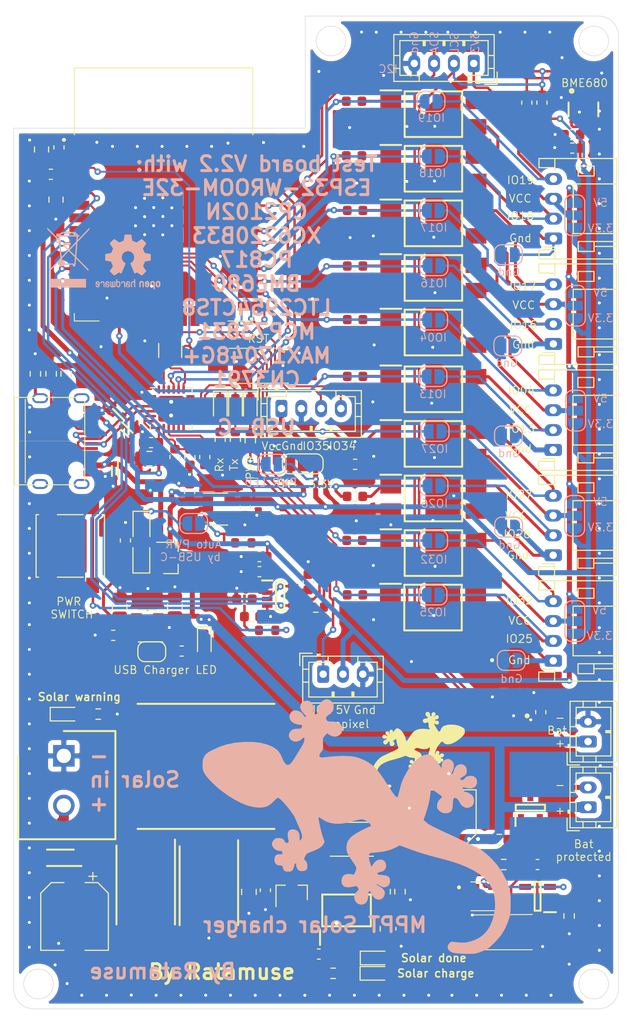
<source format=kicad_pcb>
(kicad_pcb (version 20171130) (host pcbnew "(5.1.10)-1")
  (layers (0 F.Cu signal) (31 B.Cu signal) (34 B.Paste user) (35 F.Paste user) (36 B.SilkS user) (37 F.SilkS user) (38 B.Mask user hide) (39 F.Mask user hide) (44 Edge.Cuts user))
  (net 0 "")
  (net 1 GND)
  (net 2 +3V3)
  (net 3 RST_EN)
  (net 4 VBUS)
  (net 5 "Net-(J2-Pad4)")
  (net 6 "Net-(J2-Pad3)")
  (net 7 "Net-(J2-Pad2)")
  (net 8 "Net-(J2-Pad1)")
  (net 9 "Net-(J3-Pad4)")
  (net 10 "Net-(J3-Pad3)")
  (net 11 "Net-(J3-Pad2)")
  (net 12 "Net-(J3-Pad1)")
  (net 13 "Net-(J4-Pad4)")
  (net 14 "Net-(J4-Pad3)")
  (net 15 "Net-(J4-Pad2)")
  (net 16 "Net-(J4-Pad1)")
  (net 17 "Net-(J5-Pad4)")
  (net 18 "Net-(J5-Pad3)")
  (net 19 "Net-(J5-Pad2)")
  (net 20 "Net-(J5-Pad1)")
  (net 21 "Net-(J6-Pad4)")
  (net 22 "Net-(J6-Pad3)")
  (net 23 "Net-(J6-Pad2)")
  (net 24 "Net-(J6-Pad1)")
  (net 25 DTR)
  (net 26 RTS)
  (net 27 IO0)
  (net 28 "Net-(R12-Pad1)")
  (net 29 "Net-(R14-Pad1)")
  (net 30 SCL)
  (net 31 UORXD)
  (net 32 SDA)
  (net 33 "Net-(U1-Pad32)")
  (net 34 "Net-(U1-Pad29)")
  (net 35 "Net-(U1-Pad22)")
  (net 36 "Net-(U1-Pad21)")
  (net 37 "Net-(U1-Pad20)")
  (net 38 "Net-(U1-Pad19)")
  (net 39 "Net-(U1-Pad18)")
  (net 40 "Net-(U1-Pad17)")
  (net 41 "Net-(U1-Pad14)")
  (net 42 "Net-(U1-Pad4)")
  (net 43 "Net-(U12-Pad24)")
  (net 44 "Net-(U12-Pad22)")
  (net 45 UOTXD)
  (net 46 "Net-(U12-Pad18)")
  (net 47 "Net-(U12-Pad17)")
  (net 48 "Net-(U12-Pad16)")
  (net 49 "Net-(U12-Pad15)")
  (net 50 "Net-(U12-Pad12)")
  (net 51 "Net-(U12-Pad11)")
  (net 52 "Net-(U12-Pad10)")
  (net 53 "Net-(U12-Pad1)")
  (net 54 "Net-(U13-Pad4)")
  (net 55 IO13)
  (net 56 IO25)
  (net 57 IO04)
  (net 58 IO16)
  (net 59 IO17)
  (net 60 IO18)
  (net 61 IO19)
  (net 62 IO32)
  (net 63 IO27)
  (net 64 IO26)
  (net 65 "Net-(U1-Pad37)")
  (net 66 "Net-(U1-Pad23)")
  (net 67 "Net-(U1-Pad13)")
  (net 68 "Net-(R2-Pad1)")
  (net 69 "Net-(R3-Pad1)")
  (net 70 "Net-(R4-Pad1)")
  (net 71 "Net-(R5-Pad1)")
  (net 72 "Net-(R6-Pad1)")
  (net 73 "Net-(R7-Pad1)")
  (net 74 "Net-(R8-Pad1)")
  (net 75 "Net-(R9-Pad1)")
  (net 76 "Net-(R10-Pad1)")
  (net 77 "Net-(R11-Pad1)")
  (net 78 +5V)
  (net 79 VBAT)
  (net 80 CE)
  (net 81 Sensor_VN_IO39)
  (net 82 PS_HOLD_IO33)
  (net 83 "Net-(IC2-Pad5)")
  (net 84 "Net-(JP22-Pad2)")
  (net 85 IO2)
  (net 86 "Net-(D6-Pad2)")
  (net 87 RXLED)
  (net 88 "Net-(D7-Pad2)")
  (net 89 TXLED)
  (net 90 IO35)
  (net 91 IO34)
  (net 92 Vsolar)
  (net 93 "Net-(D10-Pad2)")
  (net 94 "Net-(D11-Pad1)")
  (net 95 "Net-(IC4-Pad5)")
  (net 96 "Net-(IC4-Pad8)")
  (net 97 "Net-(IC4-Pad10)")
  (net 98 "Net-(IC5-Pad1)")
  (net 99 "Net-(IC5-Pad2)")
  (net 100 "Net-(IC5-Pad3)")
  (net 101 "Net-(IC5-Pad4)")
  (net 102 VBAT-)
  (net 103 "Net-(Q5-Pad1)")
  (net 104 "Net-(C8-Pad1)")
  (net 105 "Net-(C10-Pad1)")
  (net 106 "Net-(Q4-Pad2)")
  (net 107 "Net-(IC4-Pad6)")
  (net 108 "Net-(J13-PadB8)")
  (net 109 "Net-(J13-PadS1)")
  (net 110 "Net-(J13-PadA5)")
  (net 111 "Net-(J13-PadB5)")
  (net 112 "Net-(J13-PadA8)")
  (net 113 USBD_P)
  (net 114 USBD_N)
  (net 115 "Net-(D13-Pad1)")
  (net 116 "Net-(D15-Pad2)")
  (net 117 "Net-(JP21-Pad2)")
  (net 118 "Net-(C15-Pad1)")
  (net 119 "Net-(C22-Pad1)")
  (net 120 "Net-(C23-Pad2)")
  (net 121 "Net-(C27-Pad1)")
  (net 122 "Net-(C27-Pad2)")
  (net 123 "Net-(D5-Pad2)")
  (net 124 "Net-(D5-Pad1)")
  (net 125 "Net-(D9-Pad1)")
  (net 126 "Net-(D10-Pad1)")
  (net 127 "Net-(D12-Pad2)")
  (net 128 "Net-(D13-Pad2)")
  (net 129 "Net-(D14-Pad1)")
  (net 130 "Net-(J10-Pad1)")
  (net 131 "Net-(R18-Pad1)")
  (net 132 "Net-(R36-Pad2)")
  (module Symbol:WEEE-Logo_4.2x6mm_SilkScreen (layer B.Cu) (at 102.01 93.43 180)
    (fp_text reference REF** hide)
    (fp_text value WEEE-Logo_4.2x6mm_SilkScreen hide)
  )
  (module Symbol:OSHW-Logo2_7.3x6mm_SilkScreen (layer B.Cu) (at 108.02 93.87 180)
    (fp_text reference REF** hide)
    (fp_text value OSHW-Logo2_7.3x6mm_SilkScreen hide)
  )
  (module "Empreintes:Logo Ratamuse" (layer B.Cu) (at 131.07 150.78 180)
    (fp_text reference G*** hide)
    (fp_text value LOGO hide)
  )
  (module "Empreintes:Logo Ratamuse petit" (layer F.Cu) (at 137.34 143.05)
    (fp_text reference G*** hide)
    (fp_text value LOGO hide)
  )
  (module Jumper:SolderJumper-2_P1.3mm_Open_RoundedPad1.0x1.5mm (layer B.Cu) (at 114.65 120.22)
    (fp_text reference JP24 hide)
    (fp_text value SolderJumper_2_Open)
    (pad 1 smd custom (at -0.65 0) (size 1 0.5) (layers B.Cu B.Mask) (net 129 "Net-(D14-Pad1)") (options (clearance outline) (anchor rect)) (primitives (gr_circle (center 0 -0.25) (end 0.5 -0.25) (width 0)) (gr_circle (center 0 0.25) (end 0.5 0.25) (width 0)) (gr_poly (pts (xy 0 0.75) (xy 0.5 0.75) (xy 0.5 -0.75) (xy 0 -0.75)) (width 0))))
    (pad 2 smd custom (at 0.65 0) (size 1 0.5) (layers B.Cu B.Mask) (net 80 CE) (options (clearance outline) (anchor rect)) (primitives (gr_circle (center 0 -0.25) (end 0.5 -0.25) (width 0)) (gr_circle (center 0 0.25) (end 0.5 0.25) (width 0)) (gr_poly (pts (xy 0 0.75) (xy -0.5 0.75) (xy -0.5 -0.75) (xy 0 -0.75)) (width 0))))
  )
  (module Resistor_SMD:R_0603_1608Metric (layer F.Cu) (at 119.65 122.17)
    (fp_text reference R37 hide)
    (fp_text value 100K)
    (pad 2 smd roundrect (at 0.825 0) (size 0.8 0.95) (layers F.Cu F.Paste F.Mask) (net 78 +5V))
    (pad 1 smd roundrect (at -0.825 0) (size 0.8 0.95) (layers F.Cu F.Paste F.Mask) (net 80 CE))
  )
  (module Empreintes:SON50P200X200X80-9N-D (layer F.Cu) (at 146.91 138.2 180)
    (fp_text reference IC2 hide)
    (fp_text value MAX17048G+ hide)
    (pad 9 smd rect (at 0 0 180) (size 0.9 1.3) (layers F.Cu F.Paste F.Mask) (net 1 GND))
    (pad 8 smd rect (at 1 -0.75 270) (size 0.3 0.75) (layers F.Cu F.Paste F.Mask) (net 32 SDA))
    (pad 7 smd rect (at 1 -0.25 270) (size 0.3 0.75) (layers F.Cu F.Paste F.Mask) (net 30 SCL))
    (pad 6 smd rect (at 1 0.25 270) (size 0.3 0.75) (layers F.Cu F.Paste F.Mask) (net 1 GND))
    (pad 5 smd rect (at 1 0.75 270) (size 0.3 0.75) (layers F.Cu F.Paste F.Mask) (net 83 "Net-(IC2-Pad5)"))
    (pad 4 smd rect (at -1 0.75 270) (size 0.3 0.75) (layers F.Cu F.Paste F.Mask) (net 1 GND))
    (pad 3 smd rect (at -1 0.25 270) (size 0.3 0.75) (layers F.Cu F.Paste F.Mask) (net 79 VBAT))
    (pad 2 smd rect (at -1 -0.25 270) (size 0.3 0.75) (layers F.Cu F.Paste F.Mask) (net 79 VBAT))
    (pad 1 smd rect (at -1 -0.75 270) (size 0.3 0.75) (layers F.Cu F.Paste F.Mask) (net 1 GND))
  )
  (module Jumper:SolderJumper-2_P1.3mm_Open_RoundedPad1.0x1.5mm (layer B.Cu) (at 122.56 114.25 180)
    (fp_text reference JP21 hide)
    (fp_text value SolderJumper_2_Open)
    (pad 1 smd custom (at -0.65 0 180) (size 1 0.5) (layers B.Cu B.Mask) (net 2 +3V3) (options (clearance outline) (anchor rect)) (primitives (gr_circle (center 0 -0.25) (end 0.5 -0.25) (width 0)) (gr_circle (center 0 0.25) (end 0.5 0.25) (width 0)) (gr_poly (pts (xy 0 0.75) (xy 0.5 0.75) (xy 0.5 -0.75) (xy 0 -0.75)) (width 0))))
    (pad 2 smd custom (at 0.65 0 180) (size 1 0.5) (layers B.Cu B.Mask) (net 117 "Net-(JP21-Pad2)") (options (clearance outline) (anchor rect)) (primitives (gr_circle (center 0 -0.25) (end 0.5 -0.25) (width 0)) (gr_circle (center 0 0.25) (end 0.5 0.25) (width 0)) (gr_poly (pts (xy 0 0.75) (xy -0.5 0.75) (xy -0.5 -0.75) (xy 0 -0.75)) (width 0))))
  )
  (module Resistor_SMD:R_0603_1608Metric (layer F.Cu) (at 120.36 111.86 270)
    (fp_text reference R29 hide)
    (fp_text value 10K)
    (pad 1 smd roundrect (at -0.825 0 270) (size 0.8 0.95) (layers F.Cu F.Paste F.Mask) (net 116 "Net-(D15-Pad2)"))
    (pad 2 smd roundrect (at 0.825 0 270) (size 0.8 0.95) (layers F.Cu F.Paste F.Mask) (net 117 "Net-(JP21-Pad2)"))
  )
  (module LED_SMD:LED_0603_1608Metric_Castellated (layer F.Cu) (at 120.36 108.58 270)
    (fp_text reference D15 hide)
    (fp_text value "LED Green")
    (pad 2 smd roundrect (at 0.8125 0 270) (size 1.225 0.85) (layers F.Cu F.Paste F.Mask) (net 116 "Net-(D15-Pad2)"))
    (pad 1 smd roundrect (at -0.8125 0 270) (size 1.225 0.85) (layers F.Cu F.Paste F.Mask) (net 1 GND))
  )
  (module Resistor_SMD:R_0603_1608Metric (layer F.Cu) (at 105.02 139.42)
    (fp_text reference R35 hide)
    (fp_text value 2K)
    (pad 2 smd roundrect (at 0.825 0) (size 0.8 0.95) (layers F.Cu F.Paste F.Mask) (net 1 GND))
    (pad 1 smd roundrect (at -0.825 0) (size 0.8 0.95) (layers F.Cu F.Paste F.Mask) (net 128 "Net-(D13-Pad2)"))
  )
  (module LED_SMD:LED_0603_1608Metric_Castellated (layer F.Cu) (at 101.86 139.43)
    (fp_text reference D13 hide)
    (fp_text value LED)
    (pad 2 smd roundrect (at 0.8125 0) (size 1.225 0.85) (layers F.Cu F.Paste F.Mask) (net 128 "Net-(D13-Pad2)"))
    (pad 1 smd roundrect (at -0.8125 0) (size 1.225 0.85) (layers F.Cu F.Paste F.Mask) (net 115 "Net-(D13-Pad1)"))
  )
  (module Capacitor_SMD:C_0805_2012Metric (layer F.Cu) (at 120.22 157.34 270)
    (fp_text reference C21 hide)
    (fp_text value 4.7µF/50V)
    (pad 2 smd roundrect (at 0.95 0 270) (size 1 1.45) (layers F.Cu F.Paste F.Mask) (net 1 GND))
    (pad 1 smd roundrect (at -0.95 0 270) (size 1 1.45) (layers F.Cu F.Paste F.Mask) (net 92 Vsolar))
  )
  (module Capacitor_SMD:C_0805_2012Metric (layer F.Cu) (at 112.75 128.61 90)
    (fp_text reference C17 hide)
    (fp_text value 4.7µF)
    (pad 2 smd roundrect (at 0.95 0 90) (size 1 1.45) (layers F.Cu F.Paste F.Mask) (net 1 GND))
    (pad 1 smd roundrect (at -0.95 0 90) (size 1 1.45) (layers F.Cu F.Paste F.Mask) (net 79 VBAT))
  )
  (module Capacitor_SMD:C_0805_2012Metric (layer F.Cu) (at 107.18 128.64 90)
    (fp_text reference C16 hide)
    (fp_text value 4.7µF)
    (pad 2 smd roundrect (at 0.95 0 90) (size 1 1.45) (layers F.Cu F.Paste F.Mask) (net 1 GND))
    (pad 1 smd roundrect (at -0.95 0 90) (size 1 1.45) (layers F.Cu F.Paste F.Mask) (net 4 VBUS))
  )
  (module Capacitor_SMD:C_0805_2012Metric (layer F.Cu) (at 110.18 113.69 180)
    (fp_text reference C6 hide)
    (fp_text value 4.7µF)
    (pad 2 smd roundrect (at 0.95 0 180) (size 1 1.45) (layers F.Cu F.Paste F.Mask) (net 1 GND))
    (pad 1 smd roundrect (at -0.95 0 180) (size 1 1.45) (layers F.Cu F.Paste F.Mask) (net 2 +3V3))
  )
  (module Empreintes:TYPE-C-31-M-12 (layer F.Cu) (at 99.16 111.92 270)
    (fp_text reference J13 hide)
    (fp_text value "USB_C_Receptacle_USB2.0 USB4105-GF-A ")
    (pad B7 smd rect (at -0.75 -5.1 270) (size 0.3 1.45) (layers F.Cu F.Paste F.Mask) (net 114 USBD_N))
    (pad A6 smd rect (at -0.25 -5.1 270) (size 0.3 1.45) (layers F.Cu F.Paste F.Mask) (net 113 USBD_P))
    (pad A7 smd rect (at 0.25 -5.1 270) (size 0.3 1.45) (layers F.Cu F.Paste F.Mask) (net 114 USBD_N))
    (pad B6 smd rect (at 0.75 -5.1 270) (size 0.3 1.45) (layers F.Cu F.Paste F.Mask) (net 113 USBD_P))
    (pad A8 smd rect (at 1.25 -5.1 270) (size 0.3 1.45) (layers F.Cu F.Paste F.Mask) (net 112 "Net-(J13-PadA8)"))
    (pad B4 smd rect (at 2.3 -5.1 270) (size 0.3 1.45) (layers F.Cu F.Paste F.Mask) (net 4 VBUS))
    (pad B1 smd rect (at 3.1 -5.1 270) (size 0.3 1.45) (layers F.Cu F.Paste F.Mask) (net 1 GND))
    (pad A12 smd rect (at 3.4 -5.1 270) (size 0.3 1.45) (layers F.Cu F.Paste F.Mask) (net 1 GND))
    (pad A9 smd rect (at 2.6 -5.1 270) (size 0.3 1.45) (layers F.Cu F.Paste F.Mask) (net 4 VBUS))
    (pad B5 smd rect (at 1.75 -5.1 270) (size 0.3 1.45) (layers F.Cu F.Paste F.Mask) (net 111 "Net-(J13-PadB5)"))
    (pad A5 smd rect (at -1.25 -5.1 270) (size 0.3 1.45) (layers F.Cu F.Paste F.Mask) (net 110 "Net-(J13-PadA5)"))
    (pad B9 smd rect (at -2.3 -5.1 270) (size 0.3 1.45) (layers F.Cu F.Paste F.Mask) (net 4 VBUS))
    (pad B12 smd rect (at -3.1 -5.1 270) (size 0.3 1.45) (layers F.Cu F.Paste F.Mask) (net 1 GND))
    (pad S1 thru_hole roundrect (at -4.32 -4.18 270) (size 1 1.6) (drill oval 0.6 1.2) (layers *.Cu *.Mask) (roundrect_rratio 0.5) (net 109 "Net-(J13-PadS1)"))
    (pad S1 thru_hole roundrect (at 4.32 -4.18 270) (size 1 1.6) (drill oval 0.6 1.2) (layers *.Cu *.Mask) (roundrect_rratio 0.5) (net 109 "Net-(J13-PadS1)"))
    (pad S1 thru_hole roundrect (at 4.32 0 270) (size 1 1.6) (drill oval 0.6 1.2) (layers *.Cu *.Mask) (roundrect_rratio 0.5) (net 109 "Net-(J13-PadS1)"))
    (pad S1 thru_hole roundrect (at -4.32 0 270) (size 1 1.6) (drill oval 0.6 1.2) (layers *.Cu *.Mask) (roundrect_rratio 0.5) (net 109 "Net-(J13-PadS1)"))
    (pad B8 smd rect (at -1.75 -5.1 270) (size 0.3 1.45) (layers F.Cu F.Paste F.Mask) (net 108 "Net-(J13-PadB8)"))
    (pad A4 smd rect (at -2.6 -5.1 270) (size 0.3 1.45) (layers F.Cu F.Paste F.Mask) (net 4 VBUS))
    (pad A1 smd rect (at -3.4 -5.1 270) (size 0.3 1.45) (layers F.Cu F.Paste F.Mask) (net 1 GND))
    (pad "" np_thru_hole circle (at -2.9 -3.65 270) (size 0.65 0.65) (drill 0.65) (layers *.Cu *.Mask) (clearance 0.01))
    (pad "" np_thru_hole circle (at 2.9 -3.65 270) (size 0.65 0.65) (drill 0.65) (layers *.Cu *.Mask) (clearance 0.01))
  )
  (module Connector_JST:JST_PH_B2B-PH-K_1x02_P2.00mm_Vertical (layer F.Cu) (at 154.43 142.19 90)
    (fp_text reference J12 hide)
    (fp_text value Conn_01x02)
    (pad 2 thru_hole oval (at 2 0 90) (size 1.2 1.75) (drill 0.75) (layers *.Cu *.Mask) (net 1 GND))
    (pad 1 thru_hole roundrect (at 0 0 90) (size 1.2 1.75) (drill 0.75) (layers *.Cu *.Mask) (roundrect_rratio 0.2083325) (net 79 VBAT))
  )
  (module Empreintes:JST_PH_S4B-PH-K_1x04_P2.00mm_Horizontal_ratamuse (layer F.Cu) (at 150.92 134.05 90)
    (fp_text reference J6 hide)
    (fp_text value Conn_01x04_MountingPin)
    (pad 4 thru_hole roundrect (at 0 0 90) (size 1.2 1.75) (drill 0.75) (layers *.Cu *.Mask) (roundrect_rratio 0.208) (net 21 "Net-(J6-Pad4)"))
    (pad 3 thru_hole oval (at 2 0 90) (size 1.2 1.75) (drill 0.75) (layers *.Cu *.Mask) (net 22 "Net-(J6-Pad3)"))
    (pad 2 thru_hole oval (at 4 0 90) (size 1.2 1.75) (drill 0.75) (layers *.Cu *.Mask) (net 23 "Net-(J6-Pad2)"))
    (pad 1 thru_hole oval (at 6 0 90) (size 1.2 1.75) (drill 0.75) (layers *.Cu *.Mask) (net 24 "Net-(J6-Pad1)"))
  )
  (module Empreintes:JST_PH_S4B-PH-K_1x04_P2.00mm_Horizontal_ratamuse (layer F.Cu) (at 150.91 123.42 90)
    (fp_text reference J5 hide)
    (fp_text value Conn_01x04_MountingPin)
    (pad 1 thru_hole oval (at 6 0 90) (size 1.2 1.75) (drill 0.75) (layers *.Cu *.Mask) (net 20 "Net-(J5-Pad1)"))
    (pad 2 thru_hole oval (at 4 0 90) (size 1.2 1.75) (drill 0.75) (layers *.Cu *.Mask) (net 19 "Net-(J5-Pad2)"))
    (pad 3 thru_hole oval (at 2 0 90) (size 1.2 1.75) (drill 0.75) (layers *.Cu *.Mask) (net 18 "Net-(J5-Pad3)"))
    (pad 4 thru_hole roundrect (at 0 0 90) (size 1.2 1.75) (drill 0.75) (layers *.Cu *.Mask) (roundrect_rratio 0.208) (net 17 "Net-(J5-Pad4)"))
  )
  (module Empreintes:JST_PH_S4B-PH-K_1x04_P2.00mm_Horizontal_ratamuse (layer F.Cu) (at 150.91 112.81 90)
    (fp_text reference J4 hide)
    (fp_text value Conn_01x04_MountingPin)
    (pad 1 thru_hole oval (at 6 0 90) (size 1.2 1.75) (drill 0.75) (layers *.Cu *.Mask) (net 16 "Net-(J4-Pad1)"))
    (pad 2 thru_hole oval (at 4 0 90) (size 1.2 1.75) (drill 0.75) (layers *.Cu *.Mask) (net 15 "Net-(J4-Pad2)"))
    (pad 3 thru_hole oval (at 2 0 90) (size 1.2 1.75) (drill 0.75) (layers *.Cu *.Mask) (net 14 "Net-(J4-Pad3)"))
    (pad 4 thru_hole roundrect (at 0 0 90) (size 1.2 1.75) (drill 0.75) (layers *.Cu *.Mask) (roundrect_rratio 0.208) (net 13 "Net-(J4-Pad4)"))
  )
  (module Empreintes:JST_PH_S4B-PH-K_1x04_P2.00mm_Horizontal_ratamuse (layer F.Cu) (at 150.93 102.13 90)
    (fp_text reference J3 hide)
    (fp_text value Conn_01x04_MountingPin)
    (pad 1 thru_hole oval (at 6 0 90) (size 1.2 1.75) (drill 0.75) (layers *.Cu *.Mask) (net 12 "Net-(J3-Pad1)"))
    (pad 2 thru_hole oval (at 4 0 90) (size 1.2 1.75) (drill 0.75) (layers *.Cu *.Mask) (net 11 "Net-(J3-Pad2)"))
    (pad 3 thru_hole oval (at 2 0 90) (size 1.2 1.75) (drill 0.75) (layers *.Cu *.Mask) (net 10 "Net-(J3-Pad3)"))
    (pad 4 thru_hole roundrect (at 0 0 90) (size 1.2 1.75) (drill 0.75) (layers *.Cu *.Mask) (roundrect_rratio 0.208) (net 9 "Net-(J3-Pad4)"))
  )
  (module Empreintes:JST_PH_S4B-PH-K_1x04_P2.00mm_Horizontal_ratamuse (layer F.Cu) (at 150.94 91.51 90)
    (fp_text reference J2 hide)
    (fp_text value Conn_01x04_MountingPin)
    (pad 1 thru_hole oval (at 6 0 90) (size 1.2 1.75) (drill 0.75) (layers *.Cu *.Mask) (net 8 "Net-(J2-Pad1)"))
    (pad 2 thru_hole oval (at 4 0 90) (size 1.2 1.75) (drill 0.75) (layers *.Cu *.Mask) (net 7 "Net-(J2-Pad2)"))
    (pad 3 thru_hole oval (at 2 0 90) (size 1.2 1.75) (drill 0.75) (layers *.Cu *.Mask) (net 6 "Net-(J2-Pad3)"))
    (pad 4 thru_hole roundrect (at 0 0 90) (size 1.2 1.75) (drill 0.75) (layers *.Cu *.Mask) (roundrect_rratio 0.208) (net 5 "Net-(J2-Pad4)"))
  )
  (module Diode_SMD:D_SOD-323 (layer F.Cu) (at 109.38 120.49 270)
    (fp_text reference D14 hide)
    (fp_text value D_Schottky)
    (pad 2 smd rect (at 1.05 0 270) (size 0.6 0.45) (layers F.Cu F.Paste F.Mask) (net 4 VBUS))
    (pad 1 smd rect (at -1.05 0 270) (size 0.6 0.45) (layers F.Cu F.Paste F.Mask) (net 129 "Net-(D14-Pad1)"))
  )
  (module Resistor_SMD:R_2512_6332Metric (layer F.Cu) (at 130.6 152.03)
    (fp_text reference R28 hide)
    (fp_text value 0.05R)
    (pad 2 smd roundrect (at 2.9625 0) (size 1.225 3.35) (layers F.Cu F.Paste F.Mask) (roundrect_rratio 0.2040808163265306) (net 79 VBAT))
    (pad 1 smd roundrect (at -2.9625 0) (size 1.225 3.35) (layers F.Cu F.Paste F.Mask) (roundrect_rratio 0.2040808163265306) (net 96 "Net-(IC4-Pad8)"))
  )
  (module Resistor_SMD:R_0603_1608Metric (layer F.Cu) (at 133.96 157.31 90)
    (fp_text reference R23 hide)
    (fp_text value 140K)
    (pad 2 smd roundrect (at 0.825 0 90) (size 0.8 0.95) (layers F.Cu F.Paste F.Mask) (net 107 "Net-(IC4-Pad6)"))
    (pad 1 smd roundrect (at -0.825 0 90) (size 0.8 0.95) (layers F.Cu F.Paste F.Mask) (net 92 Vsolar))
  )
  (module Capacitor_SMD:CP_Elec_5x5.4 (layer F.Cu) (at 140.38 149.81 90)
    (fp_text reference C26 hide)
    (fp_text value 10µF)
    (pad 2 smd roundrect (at 2.2 0 90) (size 3 1.6) (layers F.Cu F.Paste F.Mask) (roundrect_rratio 0.15625) (net 1 GND))
    (pad 1 smd roundrect (at -2.2 0 90) (size 3 1.6) (layers F.Cu F.Paste F.Mask) (roundrect_rratio 0.15625) (net 79 VBAT))
  )
  (module Empreintes:INDPM138126X700N (layer F.Cu) (at 115.89 144.69)
    (fp_text reference L1 hide)
    (fp_text value 82µH/3A hide)
    (pad 2 smd rect (at 5.85 0) (size 3.65 3.75) (layers F.Cu F.Paste F.Mask) (net 96 "Net-(IC4-Pad8)"))
    (pad 1 smd rect (at -5.85 0) (size 3.65 3.75) (layers F.Cu F.Paste F.Mask) (net 94 "Net-(D11-Pad1)"))
  )
  (module Empreintes:SHDR2W90P0X500_1X2_1060X980X1380P (layer F.Cu) (at 101.55 143.63 270)
    (fp_text reference J11 hide)
    (fp_text value Conn_01x02 hide)
    (pad 2 thru_hole circle (at 5 0 270) (size 2.175 2.175) (drill 1.45) (layers *.Cu *.Mask) (net 115 "Net-(D13-Pad1)"))
    (pad 1 thru_hole rect (at 0 0 270) (size 2.175 2.175) (drill 1.45) (layers *.Cu *.Mask) (net 1 GND))
  )
  (module Empreintes:FS8205 (layer F.Cu) (at 143.26 157.78)
    (fp_text reference Q4 hide)
    (fp_text value FS8205 hide)
    (pad 6 smd rect (at 1.8 0.95 90) (size 0.6 1.4) (layers F.Cu F.Paste F.Mask) (net 98 "Net-(IC5-Pad1)"))
    (pad 5 smd rect (at 1.8 0 90) (size 0.6 1.4) (layers F.Cu F.Paste F.Mask) (net 106 "Net-(Q4-Pad2)"))
    (pad 4 smd rect (at 1.8 -0.95 90) (size 0.6 1.4) (layers F.Cu F.Paste F.Mask) (net 100 "Net-(IC5-Pad3)"))
    (pad 3 smd rect (at -0.5 0.95 90) (size 0.6 1.4) (layers F.Cu F.Paste F.Mask) (net 1 GND))
    (pad 2 smd rect (at -0.5 0 90) (size 0.6 1.4) (layers F.Cu F.Paste F.Mask) (net 106 "Net-(Q4-Pad2)"))
    (pad 1 smd rect (at -0.5 -0.95 90) (size 0.6 1.4) (layers F.Cu F.Paste F.Mask) (net 122 "Net-(C27-Pad2)"))
  )
  (module Jumper:SolderJumper-3_P1.3mm_Open_RoundedPad1.0x1.5mm_NumberLabels (layer F.Cu) (at 125.65 114.21 180)
    (fp_text reference JP23 hide)
    (fp_text value SolderJumper_3_Open)
    (pad 2 smd rect (at 0 0 180) (size 1 1.5) (layers F.Cu F.Mask) (net 130 "Net-(J10-Pad1)"))
    (pad 3 smd custom (at 1.3 0 180) (size 1 0.5) (layers F.Cu F.Mask) (net 78 +5V) (options (clearance outline) (anchor rect)) (primitives (gr_circle (center 0 0.25) (end 0.5 0.25) (width 0)) (gr_circle (center 0 -0.25) (end 0.5 -0.25) (width 0)) (gr_poly (pts (xy -0.55 -0.75) (xy 0 -0.75) (xy 0 0.75) (xy -0.55 0.75)) (width 0))))
    (pad 1 smd custom (at -1.3 0 180) (size 1 0.5) (layers F.Cu F.Mask) (net 2 +3V3) (options (clearance outline) (anchor rect)) (primitives (gr_circle (center 0 0.25) (end 0.5 0.25) (width 0)) (gr_circle (center 0 -0.25) (end 0.5 -0.25) (width 0)) (gr_poly (pts (xy 0.55 -0.75) (xy 0 -0.75) (xy 0 0.75) (xy 0.55 0.75)) (width 0))))
  )
  (module LED_SMD:LED_0603_1608Metric_Castellated (layer F.Cu) (at 118.86 108.59 270)
    (fp_text reference D7 hide)
    (fp_text value LED)
    (pad 2 smd roundrect (at 0.8125 0 270) (size 1.225 0.85) (layers F.Cu F.Paste F.Mask) (net 88 "Net-(D7-Pad2)"))
    (pad 1 smd roundrect (at -0.8125 0 270) (size 1.225 0.85) (layers F.Cu F.Paste F.Mask) (net 89 TXLED))
  )
  (module LED_SMD:LED_0603_1608Metric_Castellated (layer F.Cu) (at 117.33 108.59 270)
    (fp_text reference D6 hide)
    (fp_text value LED)
    (pad 1 smd roundrect (at -0.8125 0 270) (size 1.225 0.85) (layers F.Cu F.Paste F.Mask) (net 87 RXLED))
    (pad 2 smd roundrect (at 0.8125 0 270) (size 1.225 0.85) (layers F.Cu F.Paste F.Mask) (net 86 "Net-(D6-Pad2)"))
  )
  (module LED_SMD:LED_0603_1608Metric_Castellated (layer F.Cu) (at 115.72 132.32 270)
    (fp_text reference D5 hide)
    (fp_text value LED)
    (pad 2 smd roundrect (at 0.8125 0 270) (size 1.225 0.85) (layers F.Cu F.Paste F.Mask) (net 123 "Net-(D5-Pad2)"))
    (pad 1 smd roundrect (at -0.8125 0 270) (size 1.225 0.85) (layers F.Cu F.Paste F.Mask) (net 124 "Net-(D5-Pad1)"))
  )
  (module Resistor_SMD:R_0603_1608Metric (layer F.Cu) (at 118.85 111.79 270)
    (fp_text reference R22 hide)
    (fp_text value 1K)
    (pad 2 smd roundrect (at 0.7875 0 270) (size 0.875 0.95) (layers F.Cu F.Paste F.Mask) (net 2 +3V3))
    (pad 1 smd roundrect (at -0.7875 0 270) (size 0.875 0.95) (layers F.Cu F.Paste F.Mask) (net 88 "Net-(D7-Pad2)"))
  )
  (module Resistor_SMD:R_0603_1608Metric (layer F.Cu) (at 117.32 111.79 270)
    (fp_text reference R21 hide)
    (fp_text value 1K)
    (pad 2 smd roundrect (at 0.7875 0 270) (size 0.875 0.95) (layers F.Cu F.Paste F.Mask) (net 2 +3V3))
    (pad 1 smd roundrect (at -0.7875 0 270) (size 0.875 0.95) (layers F.Cu F.Paste F.Mask) (net 86 "Net-(D6-Pad2)"))
  )
  (module Capacitor_SMD:C_0805_2012Metric (layer F.Cu) (at 100.76 87.59 270)
    (fp_text reference C3 hide)
    (fp_text value 22µF)
    (pad 2 smd roundrect (at 0.9375 0 270) (size 0.975 1.4) (layers F.Cu F.Paste F.Mask) (net 1 GND))
    (pad 1 smd roundrect (at -0.9375 0 270) (size 0.975 1.4) (layers F.Cu F.Paste F.Mask) (net 3 RST_EN))
  )
  (module Capacitor_SMD:C_0805_2012Metric (layer F.Cu) (at 99.3 82.54 90)
    (fp_text reference C1 hide)
    (fp_text value 22µF)
    (pad 2 smd roundrect (at 0.9375 0 90) (size 0.975 1.4) (layers F.Cu F.Paste F.Mask) (net 1 GND))
    (pad 1 smd roundrect (at -0.9375 0 90) (size 0.975 1.4) (layers F.Cu F.Paste F.Mask) (net 2 +3V3))
  )
  (module Empreintes:SODFL1406X65N (layer F.Cu) (at 107.92 110.94 315)
    (fp_text reference D3 hide)
    (fp_text value SP1003-01DTG hide)
    (pad 1 smd rect (at -0.7 0 45) (size 0.42 0.55) (layers F.Cu F.Paste F.Mask) (net 114 USBD_N))
    (pad 2 smd rect (at 0.7 0 45) (size 0.42 0.55) (layers F.Cu F.Paste F.Mask) (net 1 GND))
  )
  (module Empreintes:SODFL1406X65N (layer F.Cu) (at 107.06 108.82 135)
    (fp_text reference D2 hide)
    (fp_text value SP1003-01DTG hide)
    (pad 2 smd rect (at 0.7 0 225) (size 0.42 0.55) (layers F.Cu F.Paste F.Mask) (net 1 GND))
    (pad 1 smd rect (at -0.7 0 225) (size 0.42 0.55) (layers F.Cu F.Paste F.Mask) (net 113 USBD_P))
  )
  (module Empreintes:SODFL1406X65N (layer F.Cu) (at 106.7 114.94 270)
    (fp_text reference D1 hide)
    (fp_text value SP1003-01DTG hide)
    (pad 2 smd rect (at 0.7 0) (size 0.42 0.55) (layers F.Cu F.Paste F.Mask) (net 1 GND))
    (pad 1 smd rect (at -0.7 0) (size 0.42 0.55) (layers F.Cu F.Paste F.Mask) (net 4 VBUS))
  )
  (module Jumper:SolderJumper-2_P1.3mm_Open_RoundedPad1.0x1.5mm (layer F.Cu) (at 110.42 133.14)
    (fp_text reference JP22 hide)
    (fp_text value Jumper_2_Open)
    (pad 2 smd custom (at 0.65 0) (size 1 0.5) (layers F.Cu F.Mask) (net 84 "Net-(JP22-Pad2)") (options (clearance outline) (anchor rect)) (primitives (gr_circle (center 0 0.25) (end 0.5 0.25) (width 0)) (gr_circle (center 0 -0.25) (end 0.5 -0.25) (width 0)) (gr_poly (pts (xy 0 -0.75) (xy -0.5 -0.75) (xy -0.5 0.75) (xy 0 0.75)) (width 0))))
    (pad 1 smd custom (at -0.65 0) (size 1 0.5) (layers F.Cu F.Mask) (net 4 VBUS) (options (clearance outline) (anchor rect)) (primitives (gr_circle (center 0 0.25) (end 0.5 0.25) (width 0)) (gr_circle (center 0 -0.25) (end 0.5 -0.25) (width 0)) (gr_poly (pts (xy 0 -0.75) (xy 0.5 -0.75) (xy 0.5 0.75) (xy 0 0.75)) (width 0))))
  )
  (module Package_DFN_QFN:QFN-24-1EP_4x4mm_P0.5mm_EP2.6x2.6mm (layer F.Cu) (at 112.38 108.66)
    (fp_text reference U12 hide)
    (fp_text value CP2102N-A02-GQFN24)
    (pad 25 smd roundrect (at 0 0) (size 2.6 2.6) (layers F.Cu F.Mask) (roundrect_rratio 0.09615384615384616) (net 1 GND))
    (pad 1 smd roundrect (at -1.9375 -1.25) (size 0.825 0.25) (layers F.Cu F.Paste F.Mask) (net 53 "Net-(U12-Pad1)"))
    (pad 2 smd roundrect (at -1.9375 -0.75) (size 0.825 0.25) (layers F.Cu F.Paste F.Mask) (net 1 GND))
    (pad 3 smd roundrect (at -1.9375 -0.25) (size 0.825 0.25) (layers F.Cu F.Paste F.Mask) (net 113 USBD_P))
    (pad 4 smd roundrect (at -1.9375 0.25) (size 0.825 0.25) (layers F.Cu F.Paste F.Mask) (net 114 USBD_N))
    (pad 5 smd roundrect (at -1.9375 0.75) (size 0.825 0.25) (layers F.Cu F.Paste F.Mask) (net 2 +3V3))
    (pad 6 smd roundrect (at -1.9375 1.25) (size 0.825 0.25) (layers F.Cu F.Paste F.Mask) (net 2 +3V3))
    (pad 7 smd roundrect (at -1.25 1.9375) (size 0.25 0.825) (layers F.Cu F.Paste F.Mask) (net 2 +3V3))
    (pad 8 smd roundrect (at -0.75 1.9375) (size 0.25 0.825) (layers F.Cu F.Paste F.Mask) (net 28 "Net-(R12-Pad1)"))
    (pad 9 smd roundrect (at -0.25 1.9375) (size 0.25 0.825) (layers F.Cu F.Paste F.Mask) (net 29 "Net-(R14-Pad1)"))
    (pad 10 smd roundrect (at 0.25 1.9375) (size 0.25 0.825) (layers F.Cu F.Paste F.Mask) (net 52 "Net-(U12-Pad10)"))
    (pad 11 smd roundrect (at 0.75 1.9375) (size 0.25 0.825) (layers F.Cu F.Paste F.Mask) (net 51 "Net-(U12-Pad11)"))
    (pad 12 smd roundrect (at 1.25 1.9375) (size 0.25 0.825) (layers F.Cu F.Paste F.Mask) (net 50 "Net-(U12-Pad12)"))
    (pad 13 smd roundrect (at 1.9375 1.25) (size 0.825 0.25) (layers F.Cu F.Paste F.Mask) (net 87 RXLED))
    (pad 14 smd roundrect (at 1.9375 0.75) (size 0.825 0.25) (layers F.Cu F.Paste F.Mask) (net 89 TXLED))
    (pad 15 smd roundrect (at 1.9375 0.25) (size 0.825 0.25) (layers F.Cu F.Paste F.Mask) (net 49 "Net-(U12-Pad15)"))
    (pad 16 smd roundrect (at 1.9375 -0.25) (size 0.825 0.25) (layers F.Cu F.Paste F.Mask) (net 48 "Net-(U12-Pad16)"))
    (pad 17 smd roundrect (at 1.9375 -0.75) (size 0.825 0.25) (layers F.Cu F.Paste F.Mask) (net 47 "Net-(U12-Pad17)"))
    (pad 18 smd roundrect (at 1.9375 -1.25) (size 0.825 0.25) (layers F.Cu F.Paste F.Mask) (net 46 "Net-(U12-Pad18)"))
    (pad 19 smd roundrect (at 1.25 -1.9375) (size 0.25 0.825) (layers F.Cu F.Paste F.Mask) (net 26 RTS))
    (pad 20 smd roundrect (at 0.75 -1.9375) (size 0.25 0.825) (layers F.Cu F.Paste F.Mask) (net 45 UOTXD))
    (pad 21 smd roundrect (at 0.25 -1.9375) (size 0.25 0.825) (layers F.Cu F.Paste F.Mask) (net 31 UORXD))
    (pad 22 smd roundrect (at -0.25 -1.9375) (size 0.25 0.825) (layers F.Cu F.Paste F.Mask) (net 44 "Net-(U12-Pad22)"))
    (pad 23 smd roundrect (at -0.75 -1.9375) (size 0.25 0.825) (layers F.Cu F.Paste F.Mask) (net 25 DTR))
    (pad 24 smd roundrect (at -1.25 -1.9375) (size 0.25 0.825) (layers F.Cu F.Paste F.Mask) (net 43 "Net-(U12-Pad24)"))
  )
  (module Empreintes:ESP32WROOM32EM113EH2800PH3Q0 (layer F.Cu) (at 102.61 99.82)
    (fp_text reference U1 hide)
    (fp_text value ESP32-WROOM-32D hide)
    (pad 47 smd rect (at 9.835 -8.675 90) (size 1.33 1.33) (layers F.Cu F.Paste F.Mask))
    (pad 46 smd rect (at 9.835 -10.51 90) (size 1.33 1.33) (layers F.Cu F.Paste F.Mask))
    (pad 45 smd rect (at 9.835 -12.345 90) (size 1.33 1.33) (layers F.Cu F.Paste F.Mask))
    (pad 44 smd rect (at 8 -12.345 90) (size 1.33 1.33) (layers F.Cu F.Paste F.Mask))
    (pad 43 smd rect (at 8 -10.51 90) (size 1.33 1.33) (layers F.Cu F.Paste F.Mask))
    (pad 42 smd rect (at 8 -8.675 90) (size 1.33 1.33) (layers F.Cu F.Paste F.Mask))
    (pad 41 smd rect (at 6.165 -8.675 90) (size 1.33 1.33) (layers F.Cu F.Paste F.Mask))
    (pad 40 smd rect (at 6.165 -10.51 90) (size 1.33 1.33) (layers F.Cu F.Paste F.Mask))
    (pad 39 smd rect (at 6.165 -12.345 90) (size 1.33 1.33) (layers F.Cu F.Paste F.Mask) (net 1 GND))
    (pad 38 smd rect (at 17.5 -18.01 90) (size 0.9 2) (layers F.Cu F.Paste F.Mask) (net 1 GND))
    (pad 37 smd rect (at 17.5 -16.74 90) (size 0.9 2) (layers F.Cu F.Paste F.Mask) (net 65 "Net-(U1-Pad37)"))
    (pad 36 smd rect (at 17.5 -15.47 90) (size 0.9 2) (layers F.Cu F.Paste F.Mask) (net 30 SCL))
    (pad 35 smd rect (at 17.5 -14.2 90) (size 0.9 2) (layers F.Cu F.Paste F.Mask) (net 45 UOTXD))
    (pad 34 smd rect (at 17.5 -12.93 90) (size 0.9 2) (layers F.Cu F.Paste F.Mask) (net 31 UORXD))
    (pad 33 smd rect (at 17.5 -11.66 90) (size 0.9 2) (layers F.Cu F.Paste F.Mask) (net 32 SDA))
    (pad 32 smd rect (at 17.5 -10.39 90) (size 0.9 2) (layers F.Cu F.Paste F.Mask) (net 33 "Net-(U1-Pad32)"))
    (pad 31 smd rect (at 17.5 -9.12 90) (size 0.9 2) (layers F.Cu F.Paste F.Mask) (net 61 IO19))
    (pad 30 smd rect (at 17.5 -7.85 90) (size 0.9 2) (layers F.Cu F.Paste F.Mask) (net 60 IO18))
    (pad 29 smd rect (at 17.5 -6.58 90) (size 0.9 2) (layers F.Cu F.Paste F.Mask) (net 34 "Net-(U1-Pad29)"))
    (pad 28 smd rect (at 17.5 -5.31 90) (size 0.9 2) (layers F.Cu F.Paste F.Mask) (net 59 IO17))
    (pad 27 smd rect (at 17.5 -4.04 90) (size 0.9 2) (layers F.Cu F.Paste F.Mask) (net 58 IO16))
    (pad 26 smd rect (at 17.5 -2.77 90) (size 0.9 2) (layers F.Cu F.Paste F.Mask) (net 57 IO04))
    (pad 25 smd rect (at 17.5 -1.5 90) (size 0.9 2) (layers F.Cu F.Paste F.Mask) (net 27 IO0))
    (pad 24 smd rect (at 14.715 -0.5) (size 0.9 2) (layers F.Cu F.Paste F.Mask) (net 85 IO2))
    (pad 23 smd rect (at 13.445 -0.5) (size 0.9 2) (layers F.Cu F.Paste F.Mask) (net 66 "Net-(U1-Pad23)"))
    (pad 22 smd rect (at 12.175 -0.5) (size 0.9 2) (layers F.Cu F.Paste F.Mask) (net 35 "Net-(U1-Pad22)"))
    (pad 21 smd rect (at 10.905 -0.5) (size 0.9 2) (layers F.Cu F.Paste F.Mask) (net 36 "Net-(U1-Pad21)"))
    (pad 20 smd rect (at 9.635 -0.5) (size 0.9 2) (layers F.Cu F.Paste F.Mask) (net 37 "Net-(U1-Pad20)"))
    (pad 19 smd rect (at 8.365 -0.5) (size 0.9 2) (layers F.Cu F.Paste F.Mask) (net 38 "Net-(U1-Pad19)"))
    (pad 18 smd rect (at 7.095 -0.5) (size 0.9 2) (layers F.Cu F.Paste F.Mask) (net 39 "Net-(U1-Pad18)"))
    (pad 17 smd rect (at 5.825 -0.5) (size 0.9 2) (layers F.Cu F.Paste F.Mask) (net 40 "Net-(U1-Pad17)"))
    (pad 16 smd rect (at 4.555 -0.5) (size 0.9 2) (layers F.Cu F.Paste F.Mask) (net 55 IO13))
    (pad 15 smd rect (at 3.285 -0.5) (size 0.9 2) (layers F.Cu F.Paste F.Mask) (net 1 GND))
    (pad 14 smd rect (at 0.5 -1.5 90) (size 0.9 2) (layers F.Cu F.Paste F.Mask) (net 41 "Net-(U1-Pad14)"))
    (pad 13 smd rect (at 0.5 -2.77 90) (size 0.9 2) (layers F.Cu F.Paste F.Mask) (net 67 "Net-(U1-Pad13)"))
    (pad 12 smd rect (at 0.5 -4.04 90) (size 0.9 2) (layers F.Cu F.Paste F.Mask) (net 63 IO27))
    (pad 11 smd rect (at 0.5 -5.31 90) (size 0.9 2) (layers F.Cu F.Paste F.Mask) (net 64 IO26))
    (pad 10 smd rect (at 0.5 -6.58 90) (size 0.9 2) (layers F.Cu F.Paste F.Mask) (net 56 IO25))
    (pad 9 smd rect (at 0.5 -7.85 90) (size 0.9 2) (layers F.Cu F.Paste F.Mask) (net 82 PS_HOLD_IO33))
    (pad 8 smd rect (at 0.5 -9.12 90) (size 0.9 2) (layers F.Cu F.Paste F.Mask) (net 62 IO32))
    (pad 7 smd rect (at 0.5 -10.39 90) (size 0.9 2) (layers F.Cu F.Paste F.Mask) (net 90 IO35))
    (pad 6 smd rect (at 0.5 -11.66 90) (size 0.9 2) (layers F.Cu F.Paste F.Mask) (net 91 IO34))
    (pad 5 smd rect (at 0.5 -12.93 90) (size 0.9 2) (layers F.Cu F.Paste F.Mask) (net 81 Sensor_VN_IO39))
    (pad 4 smd rect (at 0.5 -14.2 90) (size 0.9 2) (layers F.Cu F.Paste F.Mask) (net 42 "Net-(U1-Pad4)"))
    (pad 3 smd rect (at 0.5 -15.47 90) (size 0.9 2) (layers F.Cu F.Paste F.Mask) (net 3 RST_EN))
    (pad 2 smd rect (at 0.5 -16.74 90) (size 0.9 2) (layers F.Cu F.Paste F.Mask) (net 2 +3V3))
    (pad 1 smd rect (at 0.5 -18.01 90) (size 0.9 2) (layers F.Cu F.Paste F.Mask) (net 1 GND))
  )
  (module Capacitor_SMD:C_0603_1608Metric (layer F.Cu) (at 149.66 139.23 270)
    (fp_text reference C18 hide)
    (fp_text value 0.1µF hide)
    (pad 2 smd roundrect (at 0.7875 0 270) (size 0.875 0.95) (layers F.Cu F.Paste F.Mask) (net 1 GND))
    (pad 1 smd roundrect (at -0.7875 0 270) (size 0.875 0.95) (layers F.Cu F.Paste F.Mask) (net 79 VBAT))
  )
  (module Package_TO_SOT_SMD:SOT-363_SC-70-6 (layer F.Cu) (at 112.28 102.79 270)
    (fp_text reference Q1 hide)
    (fp_text value UMH3N hide)
    (pad 1 smd rect (at -0.95 -0.65 270) (size 0.65 0.4) (layers F.Cu F.Paste F.Mask) (net 26 RTS))
    (pad 3 smd rect (at -0.95 0.65 270) (size 0.65 0.4) (layers F.Cu F.Paste F.Mask) (net 27 IO0))
    (pad 5 smd rect (at 0.95 0 270) (size 0.65 0.4) (layers F.Cu F.Paste F.Mask) (net 26 RTS))
    (pad 2 smd rect (at -0.95 0 270) (size 0.65 0.4) (layers F.Cu F.Paste F.Mask) (net 25 DTR))
    (pad 4 smd rect (at 0.95 0.65 270) (size 0.65 0.4) (layers F.Cu F.Paste F.Mask) (net 25 DTR))
    (pad 6 smd rect (at 0.95 -0.65 270) (size 0.65 0.4) (layers F.Cu F.Paste F.Mask) (net 3 RST_EN))
  )
  (module Resistor_SMD:R_0603_1608Metric (layer F.Cu) (at 149.78 77.82 270)
    (fp_text reference R17 hide)
    (fp_text value 2.2K hide)
    (pad 2 smd roundrect (at 0.7875 0 270) (size 0.875 0.95) (layers F.Cu F.Paste F.Mask) (net 2 +3V3))
    (pad 1 smd roundrect (at -0.7875 0 270) (size 0.875 0.95) (layers F.Cu F.Paste F.Mask) (net 30 SCL))
  )
  (module Resistor_SMD:R_0603_1608Metric (layer F.Cu) (at 148.25 77.82 270)
    (fp_text reference R16 hide)
    (fp_text value 2.2K hide)
    (pad 2 smd roundrect (at 0.7875 0 270) (size 0.875 0.95) (layers F.Cu F.Paste F.Mask) (net 2 +3V3))
    (pad 1 smd roundrect (at -0.7875 0 270) (size 0.875 0.95) (layers F.Cu F.Paste F.Mask) (net 32 SDA))
  )
  (module Empreintes:BME680 (layer F.Cu) (at 153.965 78.504 270)
    (fp_text reference IC1 hide)
    (fp_text value BME680 hide)
    (pad 1 smd rect (at -1.2 1.2) (size 0.4 0.4) (layers F.Cu F.Paste F.Mask) (net 1 GND))
    (pad 2 smd rect (at -1.2 0.4) (size 0.4 0.4) (layers F.Cu F.Paste F.Mask) (net 2 +3V3))
    (pad 3 smd rect (at -1.2 -0.4) (size 0.4 0.4) (layers F.Cu F.Paste F.Mask) (net 32 SDA))
    (pad 4 smd rect (at -1.2 -1.2) (size 0.4 0.4) (layers F.Cu F.Paste F.Mask) (net 30 SCL))
    (pad 5 smd rect (at 1.2 -1.2) (size 0.4 0.4) (layers F.Cu F.Paste F.Mask) (net 1 GND))
    (pad 6 smd rect (at 1.2 -0.4) (size 0.4 0.4) (layers F.Cu F.Paste F.Mask) (net 2 +3V3))
    (pad 7 smd rect (at 1.2 0.4) (size 0.4 0.4) (layers F.Cu F.Paste F.Mask) (net 1 GND))
    (pad 8 smd rect (at 1.2 1.2) (size 0.4 0.4) (layers F.Cu F.Paste F.Mask) (net 2 +3V3))
  )
  (module Capacitor_SMD:C_0603_1608Metric (layer F.Cu) (at 152.84 81.04 180)
    (fp_text reference C13 hide)
    (fp_text value 1µF hide)
    (pad 2 smd roundrect (at 0.7875 0 180) (size 0.875 0.95) (layers F.Cu F.Paste F.Mask) (net 1 GND))
    (pad 1 smd roundrect (at -0.7875 0 180) (size 0.875 0.95) (layers F.Cu F.Paste F.Mask) (net 2 +3V3))
  )
  (module Capacitor_SMD:C_0603_1608Metric (layer F.Cu) (at 152.84 82.4 180)
    (fp_text reference C12 hide)
    (fp_text value 0.1µF hide)
    (pad 2 smd roundrect (at 0.7875 0 180) (size 0.875 0.95) (layers F.Cu F.Paste F.Mask) (net 1 GND))
    (pad 1 smd roundrect (at -0.7875 0 180) (size 0.875 0.95) (layers F.Cu F.Paste F.Mask) (net 2 +3V3))
  )
  (module Empreintes:SOP254P960X420-4N (layer F.Cu) (at 138.79 128.69)
    (fp_text reference U11 hide)
    (fp_text value PC817 hide)
    (pad 4 smd rect (at 4.3 -1.27 90) (size 1.55 2.1) (layers F.Cu F.Paste F.Mask) (net 22 "Net-(J6-Pad3)"))
    (pad 3 smd rect (at 4.3 1.27 90) (size 1.55 2.1) (layers F.Cu F.Paste F.Mask) (net 21 "Net-(J6-Pad4)"))
    (pad 2 smd rect (at -4.3 1.27 90) (size 1.55 2.1) (layers F.Cu F.Paste F.Mask) (net 1 GND))
    (pad 1 smd rect (at -4.3 -1.27 90) (size 1.55 2.1) (layers F.Cu F.Paste F.Mask) (net 77 "Net-(R11-Pad1)"))
  )
  (module Empreintes:SOP254P960X420-4N (layer F.Cu) (at 138.83 123.2)
    (fp_text reference U10 hide)
    (fp_text value PC817 hide)
    (pad 4 smd rect (at 4.3 -1.27 90) (size 1.55 2.1) (layers F.Cu F.Paste F.Mask) (net 24 "Net-(J6-Pad1)"))
    (pad 3 smd rect (at 4.3 1.27 90) (size 1.55 2.1) (layers F.Cu F.Paste F.Mask) (net 23 "Net-(J6-Pad2)"))
    (pad 2 smd rect (at -4.3 1.27 90) (size 1.55 2.1) (layers F.Cu F.Paste F.Mask) (net 1 GND))
    (pad 1 smd rect (at -4.3 -1.27 90) (size 1.55 2.1) (layers F.Cu F.Paste F.Mask) (net 76 "Net-(R10-Pad1)"))
  )
  (module Empreintes:SOP254P960X420-4N (layer F.Cu) (at 138.83 117.7)
    (fp_text reference U9 hide)
    (fp_text value PC817 hide)
    (pad 4 smd rect (at 4.3 -1.27 90) (size 1.55 2.1) (layers F.Cu F.Paste F.Mask) (net 18 "Net-(J5-Pad3)"))
    (pad 3 smd rect (at 4.3 1.27 90) (size 1.55 2.1) (layers F.Cu F.Paste F.Mask) (net 17 "Net-(J5-Pad4)"))
    (pad 2 smd rect (at -4.3 1.27 90) (size 1.55 2.1) (layers F.Cu F.Paste F.Mask) (net 1 GND))
    (pad 1 smd rect (at -4.3 -1.27 90) (size 1.55 2.1) (layers F.Cu F.Paste F.Mask) (net 75 "Net-(R9-Pad1)"))
  )
  (module Empreintes:SOP254P960X420-4N (layer F.Cu) (at 138.83 112.2)
    (fp_text reference U8 hide)
    (fp_text value PC817 hide)
    (pad 4 smd rect (at 4.3 -1.27 90) (size 1.55 2.1) (layers F.Cu F.Paste F.Mask) (net 20 "Net-(J5-Pad1)"))
    (pad 3 smd rect (at 4.3 1.27 90) (size 1.55 2.1) (layers F.Cu F.Paste F.Mask) (net 19 "Net-(J5-Pad2)"))
    (pad 2 smd rect (at -4.3 1.27 90) (size 1.55 2.1) (layers F.Cu F.Paste F.Mask) (net 1 GND))
    (pad 1 smd rect (at -4.3 -1.27 90) (size 1.55 2.1) (layers F.Cu F.Paste F.Mask) (net 74 "Net-(R8-Pad1)"))
  )
  (module Empreintes:SOP254P960X420-4N (layer F.Cu) (at 138.83 106.7)
    (fp_text reference U7 hide)
    (fp_text value PC817 hide)
    (pad 4 smd rect (at 4.3 -1.27 90) (size 1.55 2.1) (layers F.Cu F.Paste F.Mask) (net 14 "Net-(J4-Pad3)"))
    (pad 3 smd rect (at 4.3 1.27 90) (size 1.55 2.1) (layers F.Cu F.Paste F.Mask) (net 13 "Net-(J4-Pad4)"))
    (pad 2 smd rect (at -4.3 1.27 90) (size 1.55 2.1) (layers F.Cu F.Paste F.Mask) (net 1 GND))
    (pad 1 smd rect (at -4.3 -1.27 90) (size 1.55 2.1) (layers F.Cu F.Paste F.Mask) (net 73 "Net-(R7-Pad1)"))
  )
  (module Empreintes:SOP254P960X420-4N (layer F.Cu) (at 138.83 100.98)
    (fp_text reference U6 hide)
    (fp_text value PC817 hide)
    (pad 4 smd rect (at 4.3 -1.27 90) (size 1.55 2.1) (layers F.Cu F.Paste F.Mask) (net 16 "Net-(J4-Pad1)"))
    (pad 3 smd rect (at 4.3 1.27 90) (size 1.55 2.1) (layers F.Cu F.Paste F.Mask) (net 15 "Net-(J4-Pad2)"))
    (pad 2 smd rect (at -4.3 1.27 90) (size 1.55 2.1) (layers F.Cu F.Paste F.Mask) (net 1 GND))
    (pad 1 smd rect (at -4.3 -1.27 90) (size 1.55 2.1) (layers F.Cu F.Paste F.Mask) (net 72 "Net-(R6-Pad1)"))
  )
  (module Empreintes:SOP254P960X420-4N (layer F.Cu) (at 138.83 95.48)
    (fp_text reference U5 hide)
    (fp_text value PC817 hide)
    (pad 4 smd rect (at 4.3 -1.27 90) (size 1.55 2.1) (layers F.Cu F.Paste F.Mask) (net 10 "Net-(J3-Pad3)"))
    (pad 3 smd rect (at 4.3 1.27 90) (size 1.55 2.1) (layers F.Cu F.Paste F.Mask) (net 9 "Net-(J3-Pad4)"))
    (pad 2 smd rect (at -4.3 1.27 90) (size 1.55 2.1) (layers F.Cu F.Paste F.Mask) (net 1 GND))
    (pad 1 smd rect (at -4.3 -1.27 90) (size 1.55 2.1) (layers F.Cu F.Paste F.Mask) (net 71 "Net-(R5-Pad1)"))
  )
  (module Empreintes:SOP254P960X420-4N (layer F.Cu) (at 138.83 89.98)
    (fp_text reference U4 hide)
    (fp_text value PC817 hide)
    (pad 4 smd rect (at 4.3 -1.27 90) (size 1.55 2.1) (layers F.Cu F.Paste F.Mask) (net 12 "Net-(J3-Pad1)"))
    (pad 3 smd rect (at 4.3 1.27 90) (size 1.55 2.1) (layers F.Cu F.Paste F.Mask) (net 11 "Net-(J3-Pad2)"))
    (pad 2 smd rect (at -4.3 1.27 90) (size 1.55 2.1) (layers F.Cu F.Paste F.Mask) (net 1 GND))
    (pad 1 smd rect (at -4.3 -1.27 90) (size 1.55 2.1) (layers F.Cu F.Paste F.Mask) (net 70 "Net-(R4-Pad1)"))
  )
  (module Empreintes:SOP254P960X420-4N (layer F.Cu) (at 138.83 84.48)
    (fp_text reference U3 hide)
    (fp_text value PC817 hide)
    (pad 4 smd rect (at 4.3 -1.27 90) (size 1.55 2.1) (layers F.Cu F.Paste F.Mask) (net 6 "Net-(J2-Pad3)"))
    (pad 3 smd rect (at 4.3 1.27 90) (size 1.55 2.1) (layers F.Cu F.Paste F.Mask) (net 5 "Net-(J2-Pad4)"))
    (pad 2 smd rect (at -4.3 1.27 90) (size 1.55 2.1) (layers F.Cu F.Paste F.Mask) (net 1 GND))
    (pad 1 smd rect (at -4.3 -1.27 90) (size 1.55 2.1) (layers F.Cu F.Paste F.Mask) (net 69 "Net-(R3-Pad1)"))
  )
  (module Empreintes:SOP254P960X420-4N (layer F.Cu) (at 138.83 78.98)
    (fp_text reference U2 hide)
    (fp_text value PC817 hide)
    (pad 4 smd rect (at 4.3 -1.27 90) (size 1.55 2.1) (layers F.Cu F.Paste F.Mask) (net 8 "Net-(J2-Pad1)"))
    (pad 3 smd rect (at 4.3 1.27 90) (size 1.55 2.1) (layers F.Cu F.Paste F.Mask) (net 7 "Net-(J2-Pad2)"))
    (pad 2 smd rect (at -4.3 1.27 90) (size 1.55 2.1) (layers F.Cu F.Paste F.Mask) (net 1 GND))
    (pad 1 smd rect (at -4.3 -1.27 90) (size 1.55 2.1) (layers F.Cu F.Paste F.Mask) (net 68 "Net-(R2-Pad1)"))
  )
  (module Fiducial:Fiducial_1.5mm_Mask3mm (layer F.Cu) (at 148.26 165.21)
    (fp_text reference FID4 hide)
    (fp_text value Fiducial hide)
    (pad "" smd circle (at 0 0) (size 1.5 1.5) (layers F.Cu F.Mask) (clearance 0.75))
  )
  (module Fiducial:Fiducial_1.5mm_Mask3mm (layer F.Cu) (at 149.34 72.46)
    (fp_text reference FID3 hide)
    (fp_text value Fiducial hide)
    (pad "" smd circle (at 0 0) (size 1.5 1.5) (layers F.Cu F.Mask) (clearance 0.75))
  )
  (module Fiducial:Fiducial_1.5mm_Mask3mm (layer F.Cu) (at 106.75 165.26)
    (fp_text reference FID2 hide)
    (fp_text value Fiducial hide)
    (pad "" smd circle (at 0 0) (size 1.5 1.5) (layers F.Cu F.Mask) (clearance 0.75))
  )
  (module Fiducial:Fiducial_1.5mm_Mask3mm (layer F.Cu) (at 123.65 82.47)
    (fp_text reference FID1 hide)
    (fp_text value Fiducial hide)
    (pad "" smd circle (at 0 0) (size 1.5 1.5) (layers F.Cu F.Mask) (clearance 0.75))
  )
  (module Empreintes:PTS636SL43SMTRLFS (layer F.Cu) (at 121.2 104.32)
    (fp_text reference SW1 hide)
    (fp_text value SW_Push hide)
    (pad 2 smd rect (at 4.1 0 90) (size 1.5 2) (layers F.Cu F.Paste F.Mask) (net 1 GND))
    (pad 1 smd rect (at -4.1 0 90) (size 1.5 2) (layers F.Cu F.Paste F.Mask) (net 3 RST_EN))
  )
  (module Resistor_SMD:R_0603_1608Metric (layer F.Cu) (at 115.77 113.53 270)
    (fp_text reference R14 hide)
    (fp_text value 1K hide)
    (pad 2 smd roundrect (at 0.7875 0 270) (size 0.875 0.95) (layers F.Cu F.Paste F.Mask) (net 2 +3V3))
    (pad 1 smd roundrect (at -0.7875 0 270) (size 0.875 0.95) (layers F.Cu F.Paste F.Mask) (net 29 "Net-(R14-Pad1)"))
  )
  (module Resistor_SMD:R_0603_1608Metric (layer F.Cu) (at 114.27 113.53 90)
    (fp_text reference R13 hide)
    (fp_text value 47.5k hide)
    (pad 2 smd roundrect (at 0.7875 0 90) (size 0.875 0.95) (layers F.Cu F.Paste F.Mask) (net 28 "Net-(R12-Pad1)"))
    (pad 1 smd roundrect (at -0.7875 0 90) (size 0.875 0.95) (layers F.Cu F.Paste F.Mask) (net 1 GND))
  )
  (module Resistor_SMD:R_0603_1608Metric (layer F.Cu) (at 112.76 113.52 270)
    (fp_text reference R12 hide)
    (fp_text value 22.1K hide)
    (pad 2 smd roundrect (at 0.7875 0 270) (size 0.875 0.95) (layers F.Cu F.Paste F.Mask) (net 4 VBUS))
    (pad 1 smd roundrect (at -0.7875 0 270) (size 0.875 0.95) (layers F.Cu F.Paste F.Mask) (net 28 "Net-(R12-Pad1)"))
  )
  (module Resistor_SMD:R_0603_1608Metric (layer F.Cu) (at 130.92 127.41 180)
    (fp_text reference R11 hide)
    (fp_text value 1K hide)
    (pad 2 smd roundrect (at 0.7875 0 180) (size 0.875 0.95) (layers F.Cu F.Paste F.Mask) (net 56 IO25))
    (pad 1 smd roundrect (at -0.7875 0 180) (size 0.875 0.95) (layers F.Cu F.Paste F.Mask) (net 77 "Net-(R11-Pad1)"))
  )
  (module Resistor_SMD:R_0603_1608Metric (layer F.Cu) (at 130.87 121.92 180)
    (fp_text reference R10 hide)
    (fp_text value 1K hide)
    (pad 2 smd roundrect (at 0.7875 0 180) (size 0.875 0.95) (layers F.Cu F.Paste F.Mask) (net 62 IO32))
    (pad 1 smd roundrect (at -0.7875 0 180) (size 0.875 0.95) (layers F.Cu F.Paste F.Mask) (net 76 "Net-(R10-Pad1)"))
  )
  (module Resistor_SMD:R_0603_1608Metric (layer F.Cu) (at 130.91 117.49 180)
    (fp_text reference R9 hide)
    (fp_text value 1K hide)
    (pad 2 smd roundrect (at 0.7875 0 180) (size 0.875 0.95) (layers F.Cu F.Paste F.Mask) (net 64 IO26))
    (pad 1 smd roundrect (at -0.7875 0 180) (size 0.875 0.95) (layers F.Cu F.Paste F.Mask) (net 75 "Net-(R9-Pad1)"))
  )
  (module Resistor_SMD:R_0603_1608Metric (layer F.Cu) (at 130.93 114.26 180)
    (fp_text reference R8 hide)
    (fp_text value 1K hide)
    (pad 2 smd roundrect (at 0.7875 0 180) (size 0.875 0.95) (layers F.Cu F.Paste F.Mask) (net 63 IO27))
    (pad 1 smd roundrect (at -0.7875 0 180) (size 0.875 0.95) (layers F.Cu F.Paste F.Mask) (net 74 "Net-(R8-Pad1)"))
  )
  (module Resistor_SMD:R_0603_1608Metric (layer F.Cu) (at 130.93 105.4 180)
    (fp_text reference R7 hide)
    (fp_text value 1K hide)
    (pad 2 smd roundrect (at 0.7875 0 180) (size 0.875 0.95) (layers F.Cu F.Paste F.Mask) (net 55 IO13))
    (pad 1 smd roundrect (at -0.7875 0 180) (size 0.875 0.95) (layers F.Cu F.Paste F.Mask) (net 73 "Net-(R7-Pad1)"))
  )
  (module Resistor_SMD:R_0603_1608Metric (layer F.Cu) (at 130.93 99.68 180)
    (fp_text reference R6 hide)
    (fp_text value 1K hide)
    (pad 2 smd roundrect (at 0.7875 0 180) (size 0.875 0.95) (layers F.Cu F.Paste F.Mask) (net 57 IO04))
    (pad 1 smd roundrect (at -0.7875 0 180) (size 0.875 0.95) (layers F.Cu F.Paste F.Mask) (net 72 "Net-(R6-Pad1)"))
  )
  (module Resistor_SMD:R_0603_1608Metric (layer F.Cu) (at 130.93 94.28 180)
    (fp_text reference R5 hide)
    (fp_text value 1K hide)
    (pad 2 smd roundrect (at 0.7875 0 180) (size 0.875 0.95) (layers F.Cu F.Paste F.Mask) (net 58 IO16))
    (pad 1 smd roundrect (at -0.7875 0 180) (size 0.875 0.95) (layers F.Cu F.Paste F.Mask) (net 71 "Net-(R5-Pad1)"))
  )
  (module Resistor_SMD:R_0603_1608Metric (layer F.Cu) (at 130.93 88.68 180)
    (fp_text reference R4 hide)
    (fp_text value 1K hide)
    (pad 2 smd roundrect (at 0.7875 0 180) (size 0.875 0.95) (layers F.Cu F.Paste F.Mask) (net 59 IO17))
    (pad 1 smd roundrect (at -0.7875 0 180) (size 0.875 0.95) (layers F.Cu F.Paste F.Mask) (net 70 "Net-(R4-Pad1)"))
  )
  (module Resistor_SMD:R_0603_1608Metric (layer F.Cu) (at 130.83 83.18 180)
    (fp_text reference R3 hide)
    (fp_text value 1K hide)
    (pad 2 smd roundrect (at 0.7875 0 180) (size 0.875 0.95) (layers F.Cu F.Paste F.Mask) (net 60 IO18))
    (pad 1 smd roundrect (at -0.7875 0 180) (size 0.875 0.95) (layers F.Cu F.Paste F.Mask) (net 69 "Net-(R3-Pad1)"))
  )
  (module Resistor_SMD:R_0603_1608Metric (layer F.Cu) (at 130.83 77.68 180)
    (fp_text reference R2 hide)
    (fp_text value 1K hide)
    (pad 2 smd roundrect (at 0.7875 0 180) (size 0.875 0.95) (layers F.Cu F.Paste F.Mask) (net 61 IO19))
    (pad 1 smd roundrect (at -0.7875 0 180) (size 0.875 0.95) (layers F.Cu F.Paste F.Mask) (net 68 "Net-(R2-Pad1)"))
  )
  (module Resistor_SMD:R_0603_1608Metric (layer F.Cu) (at 100.24 85.04)
    (fp_text reference R1 hide)
    (fp_text value 10K hide)
    (pad 2 smd roundrect (at 0.7875 0) (size 0.875 0.95) (layers F.Cu F.Paste F.Mask) (net 3 RST_EN))
    (pad 1 smd roundrect (at -0.7875 0) (size 0.875 0.95) (layers F.Cu F.Paste F.Mask) (net 2 +3V3))
  )
  (module Package_TO_SOT_SMD:SOT-23-5 (layer F.Cu) (at 117.18 118.77)
    (fp_text reference U13 hide)
    (fp_text value XC6220B331MR hide)
    (pad 5 smd rect (at 1.1 -0.95) (size 1.06 0.65) (layers F.Cu F.Paste F.Mask) (net 2 +3V3))
    (pad 4 smd rect (at 1.1 0.95) (size 1.06 0.65) (layers F.Cu F.Paste F.Mask) (net 54 "Net-(U13-Pad4)"))
    (pad 3 smd rect (at -1.1 0.95) (size 1.06 0.65) (layers F.Cu F.Paste F.Mask) (net 80 CE))
    (pad 2 smd rect (at -1.1 0) (size 1.06 0.65) (layers F.Cu F.Paste F.Mask) (net 1 GND))
    (pad 1 smd rect (at -1.1 -0.95) (size 1.06 0.65) (layers F.Cu F.Paste F.Mask) (net 78 +5V))
  )
  (module Capacitor_SMD:C_0603_1608Metric (layer F.Cu) (at 119.85 118.61 270)
    (fp_text reference C11 hide)
    (fp_text value 0.1µF hide)
    (pad 2 smd roundrect (at 0.7875 0 270) (size 0.875 0.95) (layers F.Cu F.Paste F.Mask) (net 1 GND))
    (pad 1 smd roundrect (at -0.7875 0 270) (size 0.875 0.95) (layers F.Cu F.Paste F.Mask) (net 2 +3V3))
  )
  (module Capacitor_SMD:C_0603_1608Metric (layer F.Cu) (at 114.24 117.04 90)
    (fp_text reference C9 hide)
    (fp_text value 0.1µF hide)
    (pad 2 smd roundrect (at 0.7875 0 90) (size 0.875 0.95) (layers F.Cu F.Paste F.Mask) (net 1 GND))
    (pad 1 smd roundrect (at -0.7875 0 90) (size 0.875 0.95) (layers F.Cu F.Paste F.Mask) (net 78 +5V))
  )
  (module Capacitor_SMD:C_0603_1608Metric (layer F.Cu) (at 110.35 112.07 180)
    (fp_text reference C7 hide)
    (fp_text value 0.1µF hide)
    (pad 2 smd roundrect (at 0.7875 0 180) (size 0.875 0.95) (layers F.Cu F.Paste F.Mask) (net 1 GND))
    (pad 1 smd roundrect (at -0.7875 0 180) (size 0.875 0.95) (layers F.Cu F.Paste F.Mask) (net 2 +3V3))
  )
  (module Capacitor_SMD:C_0603_1608Metric (layer F.Cu) (at 101.06 82.33 90)
    (fp_text reference C2 hide)
    (fp_text value 0.1µF hide)
    (pad 2 smd roundrect (at 0.7875 0 90) (size 0.875 0.95) (layers F.Cu F.Paste F.Mask) (net 1 GND))
    (pad 1 smd roundrect (at -0.7875 0 90) (size 0.875 0.95) (layers F.Cu F.Paste F.Mask) (net 2 +3V3))
  )
  (module Jumper:SolderJumper-2_P1.3mm_Open_RoundedPad1.0x1.5mm (layer B.Cu) (at 138.59 77.7)
    (fp_text reference JP1 hide)
    (fp_text value SolderJumper_2_Open hide)
    (pad 2 smd custom (at 0.65 0) (size 1 0.5) (layers B.Cu B.Mask) (net 8 "Net-(J2-Pad1)") (options (clearance outline) (anchor rect)) (primitives (gr_circle (center 0 -0.25) (end 0.5 -0.25) (width 0)) (gr_circle (center 0 0.25) (end 0.5 0.25) (width 0)) (gr_poly (pts (xy 0 0.75) (xy -0.5 0.75) (xy -0.5 -0.75) (xy 0 -0.75)) (width 0))))
    (pad 1 smd custom (at -0.65 0) (size 1 0.5) (layers B.Cu B.Mask) (net 61 IO19) (options (clearance outline) (anchor rect)) (primitives (gr_circle (center 0 -0.25) (end 0.5 -0.25) (width 0)) (gr_circle (center 0 0.25) (end 0.5 0.25) (width 0)) (gr_poly (pts (xy 0 0.75) (xy 0.5 0.75) (xy 0.5 -0.75) (xy 0 -0.75)) (width 0))))
  )
  (module Jumper:SolderJumper-2_P1.3mm_Open_RoundedPad1.0x1.5mm (layer B.Cu) (at 138.82 83.23)
    (fp_text reference JP2 hide)
    (fp_text value SolderJumper_2_Open hide)
    (pad 2 smd custom (at 0.65 0) (size 1 0.5) (layers B.Cu B.Mask) (net 6 "Net-(J2-Pad3)") (options (clearance outline) (anchor rect)) (primitives (gr_circle (center 0 -0.25) (end 0.5 -0.25) (width 0)) (gr_circle (center 0 0.25) (end 0.5 0.25) (width 0)) (gr_poly (pts (xy 0 0.75) (xy -0.5 0.75) (xy -0.5 -0.75) (xy 0 -0.75)) (width 0))))
    (pad 1 smd custom (at -0.65 0) (size 1 0.5) (layers B.Cu B.Mask) (net 60 IO18) (options (clearance outline) (anchor rect)) (primitives (gr_circle (center 0 -0.25) (end 0.5 -0.25) (width 0)) (gr_circle (center 0 0.25) (end 0.5 0.25) (width 0)) (gr_poly (pts (xy 0 0.75) (xy 0.5 0.75) (xy 0.5 -0.75) (xy 0 -0.75)) (width 0))))
  )
  (module Jumper:SolderJumper-2_P1.3mm_Open_RoundedPad1.0x1.5mm (layer B.Cu) (at 138.81 88.69)
    (fp_text reference JP3 hide)
    (fp_text value SolderJumper_2_Open hide)
    (pad 2 smd custom (at 0.65 0) (size 1 0.5) (layers B.Cu B.Mask) (net 12 "Net-(J3-Pad1)") (options (clearance outline) (anchor rect)) (primitives (gr_circle (center 0 -0.25) (end 0.5 -0.25) (width 0)) (gr_circle (center 0 0.25) (end 0.5 0.25) (width 0)) (gr_poly (pts (xy 0 0.75) (xy -0.5 0.75) (xy -0.5 -0.75) (xy 0 -0.75)) (width 0))))
    (pad 1 smd custom (at -0.65 0) (size 1 0.5) (layers B.Cu B.Mask) (net 59 IO17) (options (clearance outline) (anchor rect)) (primitives (gr_circle (center 0 -0.25) (end 0.5 -0.25) (width 0)) (gr_circle (center 0 0.25) (end 0.5 0.25) (width 0)) (gr_poly (pts (xy 0 0.75) (xy 0.5 0.75) (xy 0.5 -0.75) (xy 0 -0.75)) (width 0))))
  )
  (module Jumper:SolderJumper-2_P1.3mm_Open_RoundedPad1.0x1.5mm (layer B.Cu) (at 138.89 94.25)
    (fp_text reference JP4 hide)
    (fp_text value SolderJumper_2_Open hide)
    (pad 2 smd custom (at 0.65 0) (size 1 0.5) (layers B.Cu B.Mask) (net 10 "Net-(J3-Pad3)") (options (clearance outline) (anchor rect)) (primitives (gr_circle (center 0 -0.25) (end 0.5 -0.25) (width 0)) (gr_circle (center 0 0.25) (end 0.5 0.25) (width 0)) (gr_poly (pts (xy 0 0.75) (xy -0.5 0.75) (xy -0.5 -0.75) (xy 0 -0.75)) (width 0))))
    (pad 1 smd custom (at -0.65 0) (size 1 0.5) (layers B.Cu B.Mask) (net 58 IO16) (options (clearance outline) (anchor rect)) (primitives (gr_circle (center 0 -0.25) (end 0.5 -0.25) (width 0)) (gr_circle (center 0 0.25) (end 0.5 0.25) (width 0)) (gr_poly (pts (xy 0 0.75) (xy 0.5 0.75) (xy 0.5 -0.75) (xy 0 -0.75)) (width 0))))
  )
  (module Jumper:SolderJumper-2_P1.3mm_Open_RoundedPad1.0x1.5mm (layer B.Cu) (at 138.86 99.72)
    (fp_text reference JP5 hide)
    (fp_text value SolderJumper_2_Open hide)
    (pad 2 smd custom (at 0.65 0) (size 1 0.5) (layers B.Cu B.Mask) (net 16 "Net-(J4-Pad1)") (options (clearance outline) (anchor rect)) (primitives (gr_circle (center 0 -0.25) (end 0.5 -0.25) (width 0)) (gr_circle (center 0 0.25) (end 0.5 0.25) (width 0)) (gr_poly (pts (xy 0 0.75) (xy -0.5 0.75) (xy -0.5 -0.75) (xy 0 -0.75)) (width 0))))
    (pad 1 smd custom (at -0.65 0) (size 1 0.5) (layers B.Cu B.Mask) (net 57 IO04) (options (clearance outline) (anchor rect)) (primitives (gr_circle (center 0 -0.25) (end 0.5 -0.25) (width 0)) (gr_circle (center 0 0.25) (end 0.5 0.25) (width 0)) (gr_poly (pts (xy 0 0.75) (xy 0.5 0.75) (xy 0.5 -0.75) (xy 0 -0.75)) (width 0))))
  )
  (module Jumper:SolderJumper-2_P1.3mm_Open_RoundedPad1.0x1.5mm (layer B.Cu) (at 138.79 105.42)
    (fp_text reference JP6 hide)
    (fp_text value SolderJumper_2_Open hide)
    (pad 2 smd custom (at 0.65 0) (size 1 0.5) (layers B.Cu B.Mask) (net 14 "Net-(J4-Pad3)") (options (clearance outline) (anchor rect)) (primitives (gr_circle (center 0 -0.25) (end 0.5 -0.25) (width 0)) (gr_circle (center 0 0.25) (end 0.5 0.25) (width 0)) (gr_poly (pts (xy 0 0.75) (xy -0.5 0.75) (xy -0.5 -0.75) (xy 0 -0.75)) (width 0))))
    (pad 1 smd custom (at -0.65 0) (size 1 0.5) (layers B.Cu B.Mask) (net 55 IO13) (options (clearance outline) (anchor rect)) (primitives (gr_circle (center 0 -0.25) (end 0.5 -0.25) (width 0)) (gr_circle (center 0 0.25) (end 0.5 0.25) (width 0)) (gr_poly (pts (xy 0 0.75) (xy 0.5 0.75) (xy 0.5 -0.75) (xy 0 -0.75)) (width 0))))
  )
  (module Jumper:SolderJumper-2_P1.3mm_Open_RoundedPad1.0x1.5mm (layer B.Cu) (at 139 110.94)
    (fp_text reference JP7 hide)
    (fp_text value SolderJumper_2_Open hide)
    (pad 2 smd custom (at 0.65 0) (size 1 0.5) (layers B.Cu B.Mask) (net 20 "Net-(J5-Pad1)") (options (clearance outline) (anchor rect)) (primitives (gr_circle (center 0 -0.25) (end 0.5 -0.25) (width 0)) (gr_circle (center 0 0.25) (end 0.5 0.25) (width 0)) (gr_poly (pts (xy 0 0.75) (xy -0.5 0.75) (xy -0.5 -0.75) (xy 0 -0.75)) (width 0))))
    (pad 1 smd custom (at -0.65 0) (size 1 0.5) (layers B.Cu B.Mask) (net 63 IO27) (options (clearance outline) (anchor rect)) (primitives (gr_circle (center 0 -0.25) (end 0.5 -0.25) (width 0)) (gr_circle (center 0 0.25) (end 0.5 0.25) (width 0)) (gr_poly (pts (xy 0 0.75) (xy 0.5 0.75) (xy 0.5 -0.75) (xy 0 -0.75)) (width 0))))
  )
  (module Jumper:SolderJumper-2_P1.3mm_Open_RoundedPad1.0x1.5mm (layer B.Cu) (at 138.89 116.43)
    (fp_text reference JP8 hide)
    (fp_text value SolderJumper_2_Open hide)
    (pad 2 smd custom (at 0.65 0) (size 1 0.5) (layers B.Cu B.Mask) (net 18 "Net-(J5-Pad3)") (options (clearance outline) (anchor rect)) (primitives (gr_circle (center 0 -0.25) (end 0.5 -0.25) (width 0)) (gr_circle (center 0 0.25) (end 0.5 0.25) (width 0)) (gr_poly (pts (xy 0 0.75) (xy -0.5 0.75) (xy -0.5 -0.75) (xy 0 -0.75)) (width 0))))
    (pad 1 smd custom (at -0.65 0) (size 1 0.5) (layers B.Cu B.Mask) (net 64 IO26) (options (clearance outline) (anchor rect)) (primitives (gr_circle (center 0 -0.25) (end 0.5 -0.25) (width 0)) (gr_circle (center 0 0.25) (end 0.5 0.25) (width 0)) (gr_poly (pts (xy 0 0.75) (xy 0.5 0.75) (xy 0.5 -0.75) (xy 0 -0.75)) (width 0))))
  )
  (module Jumper:SolderJumper-2_P1.3mm_Open_RoundedPad1.0x1.5mm (layer B.Cu) (at 138.86 121.94)
    (fp_text reference JP9 hide)
    (fp_text value SolderJumper_2_Open hide)
    (pad 2 smd custom (at 0.65 0) (size 1 0.5) (layers B.Cu B.Mask) (net 24 "Net-(J6-Pad1)") (options (clearance outline) (anchor rect)) (primitives (gr_circle (center 0 -0.25) (end 0.5 -0.25) (width 0)) (gr_circle (center 0 0.25) (end 0.5 0.25) (width 0)) (gr_poly (pts (xy 0 0.75) (xy -0.5 0.75) (xy -0.5 -0.75) (xy 0 -0.75)) (width 0))))
    (pad 1 smd custom (at -0.65 0) (size 1 0.5) (layers B.Cu B.Mask) (net 62 IO32) (options (clearance outline) (anchor rect)) (primitives (gr_circle (center 0 -0.25) (end 0.5 -0.25) (width 0)) (gr_circle (center 0 0.25) (end 0.5 0.25) (width 0)) (gr_poly (pts (xy 0 0.75) (xy 0.5 0.75) (xy 0.5 -0.75) (xy 0 -0.75)) (width 0))))
  )
  (module Jumper:SolderJumper-2_P1.3mm_Open_RoundedPad1.0x1.5mm (layer B.Cu) (at 138.79 127.42)
    (fp_text reference JP10 hide)
    (fp_text value SolderJumper_2_Open hide)
    (pad 2 smd custom (at 0.65 0) (size 1 0.5) (layers B.Cu B.Mask) (net 22 "Net-(J6-Pad3)") (options (clearance outline) (anchor rect)) (primitives (gr_circle (center 0 -0.25) (end 0.5 -0.25) (width 0)) (gr_circle (center 0 0.25) (end 0.5 0.25) (width 0)) (gr_poly (pts (xy 0 0.75) (xy -0.5 0.75) (xy -0.5 -0.75) (xy 0 -0.75)) (width 0))))
    (pad 1 smd custom (at -0.65 0) (size 1 0.5) (layers B.Cu B.Mask) (net 56 IO25) (options (clearance outline) (anchor rect)) (primitives (gr_circle (center 0 -0.25) (end 0.5 -0.25) (width 0)) (gr_circle (center 0 0.25) (end 0.5 0.25) (width 0)) (gr_poly (pts (xy 0 0.75) (xy 0.5 0.75) (xy 0.5 -0.75) (xy 0 -0.75)) (width 0))))
  )
  (module Jumper:SolderJumper-2_P1.3mm_Open_RoundedPad1.0x1.5mm (layer B.Cu) (at 146.39 93.14 180)
    (fp_text reference JP11 hide)
    (fp_text value SolderJumper_2_Open hide)
    (pad 2 smd custom (at 0.65 0 180) (size 1 0.5) (layers B.Cu B.Mask) (net 1 GND) (options (clearance outline) (anchor rect)) (primitives (gr_circle (center 0 -0.25) (end 0.5 -0.25) (width 0)) (gr_circle (center 0 0.25) (end 0.5 0.25) (width 0)) (gr_poly (pts (xy 0 0.75) (xy -0.5 0.75) (xy -0.5 -0.75) (xy 0 -0.75)) (width 0))))
    (pad 1 smd custom (at -0.65 0 180) (size 1 0.5) (layers B.Cu B.Mask) (net 5 "Net-(J2-Pad4)") (options (clearance outline) (anchor rect)) (primitives (gr_circle (center 0 -0.25) (end 0.5 -0.25) (width 0)) (gr_circle (center 0 0.25) (end 0.5 0.25) (width 0)) (gr_poly (pts (xy 0 0.75) (xy 0.5 0.75) (xy 0.5 -0.75) (xy 0 -0.75)) (width 0))))
  )
  (module Jumper:SolderJumper-2_P1.3mm_Open_RoundedPad1.0x1.5mm (layer B.Cu) (at 146.34 102.33 180)
    (fp_text reference JP12 hide)
    (fp_text value SolderJumper_2_Open hide)
    (pad 2 smd custom (at 0.65 0 180) (size 1 0.5) (layers B.Cu B.Mask) (net 1 GND) (options (clearance outline) (anchor rect)) (primitives (gr_circle (center 0 -0.25) (end 0.5 -0.25) (width 0)) (gr_circle (center 0 0.25) (end 0.5 0.25) (width 0)) (gr_poly (pts (xy 0 0.75) (xy -0.5 0.75) (xy -0.5 -0.75) (xy 0 -0.75)) (width 0))))
    (pad 1 smd custom (at -0.65 0 180) (size 1 0.5) (layers B.Cu B.Mask) (net 9 "Net-(J3-Pad4)") (options (clearance outline) (anchor rect)) (primitives (gr_circle (center 0 -0.25) (end 0.5 -0.25) (width 0)) (gr_circle (center 0 0.25) (end 0.5 0.25) (width 0)) (gr_poly (pts (xy 0 0.75) (xy 0.5 0.75) (xy 0.5 -0.75) (xy 0 -0.75)) (width 0))))
  )
  (module Jumper:SolderJumper-3_P1.3mm_Open_RoundedPad1.0x1.5mm_NumberLabels (layer B.Cu) (at 153.1 89.17 270)
    (fp_text reference JP13 hide)
    (fp_text value SolderJumper_3_Open hide)
    (pad 2 smd rect (at 0 0 270) (size 1 1.5) (layers B.Cu B.Mask) (net 7 "Net-(J2-Pad2)"))
    (pad 3 smd custom (at 1.3 0 270) (size 1 0.5) (layers B.Cu B.Mask) (net 2 +3V3) (options (clearance outline) (anchor rect)) (primitives (gr_circle (center 0 -0.25) (end 0.5 -0.25) (width 0)) (gr_circle (center 0 0.25) (end 0.5 0.25) (width 0)) (gr_poly (pts (xy -0.55 0.75) (xy 0 0.75) (xy 0 -0.75) (xy -0.55 -0.75)) (width 0))))
    (pad 1 smd custom (at -1.3 0 270) (size 1 0.5) (layers B.Cu B.Mask) (net 78 +5V) (options (clearance outline) (anchor rect)) (primitives (gr_circle (center 0 -0.25) (end 0.5 -0.25) (width 0)) (gr_circle (center 0 0.25) (end 0.5 0.25) (width 0)) (gr_poly (pts (xy 0.55 0.75) (xy 0 0.75) (xy 0 -0.75) (xy 0.55 -0.75)) (width 0))))
  )
  (module Jumper:SolderJumper-3_P1.3mm_Open_RoundedPad1.0x1.5mm_NumberLabels (layer B.Cu) (at 153.15 98.28 270)
    (fp_text reference JP14 hide)
    (fp_text value SolderJumper_3_Open hide)
    (pad 2 smd rect (at 0 0 270) (size 1 1.5) (layers B.Cu B.Mask) (net 11 "Net-(J3-Pad2)"))
    (pad 3 smd custom (at 1.3 0 270) (size 1 0.5) (layers B.Cu B.Mask) (net 2 +3V3) (options (clearance outline) (anchor rect)) (primitives (gr_circle (center 0 -0.25) (end 0.5 -0.25) (width 0)) (gr_circle (center 0 0.25) (end 0.5 0.25) (width 0)) (gr_poly (pts (xy -0.55 0.75) (xy 0 0.75) (xy 0 -0.75) (xy -0.55 -0.75)) (width 0))))
    (pad 1 smd custom (at -1.3 0 270) (size 1 0.5) (layers B.Cu B.Mask) (net 78 +5V) (options (clearance outline) (anchor rect)) (primitives (gr_circle (center 0 -0.25) (end 0.5 -0.25) (width 0)) (gr_circle (center 0 0.25) (end 0.5 0.25) (width 0)) (gr_poly (pts (xy 0.55 0.75) (xy 0 0.75) (xy 0 -0.75) (xy 0.55 -0.75)) (width 0))))
  )
  (module Jumper:SolderJumper-2_P1.3mm_Open_RoundedPad1.0x1.5mm (layer B.Cu) (at 146.4 111.4 180)
    (fp_text reference JP15 hide)
    (fp_text value SolderJumper_2_Open hide)
    (pad 2 smd custom (at 0.65 0 180) (size 1 0.5) (layers B.Cu B.Mask) (net 1 GND) (options (clearance outline) (anchor rect)) (primitives (gr_circle (center 0 -0.25) (end 0.5 -0.25) (width 0)) (gr_circle (center 0 0.25) (end 0.5 0.25) (width 0)) (gr_poly (pts (xy 0 0.75) (xy -0.5 0.75) (xy -0.5 -0.75) (xy 0 -0.75)) (width 0))))
    (pad 1 smd custom (at -0.65 0 180) (size 1 0.5) (layers B.Cu B.Mask) (net 13 "Net-(J4-Pad4)") (options (clearance outline) (anchor rect)) (primitives (gr_circle (center 0 -0.25) (end 0.5 -0.25) (width 0)) (gr_circle (center 0 0.25) (end 0.5 0.25) (width 0)) (gr_poly (pts (xy 0 0.75) (xy 0.5 0.75) (xy 0.5 -0.75) (xy 0 -0.75)) (width 0))))
  )
  (module Jumper:SolderJumper-2_P1.3mm_Open_RoundedPad1.0x1.5mm (layer B.Cu) (at 146.42 120.58 180)
    (fp_text reference JP16 hide)
    (fp_text value SolderJumper_2_Open hide)
    (pad 2 smd custom (at 0.65 0 180) (size 1 0.5) (layers B.Cu B.Mask) (net 1 GND) (options (clearance outline) (anchor rect)) (primitives (gr_circle (center 0 -0.25) (end 0.5 -0.25) (width 0)) (gr_circle (center 0 0.25) (end 0.5 0.25) (width 0)) (gr_poly (pts (xy 0 0.75) (xy -0.5 0.75) (xy -0.5 -0.75) (xy 0 -0.75)) (width 0))))
    (pad 1 smd custom (at -0.65 0 180) (size 1 0.5) (layers B.Cu B.Mask) (net 17 "Net-(J5-Pad4)") (options (clearance outline) (anchor rect)) (primitives (gr_circle (center 0 -0.25) (end 0.5 -0.25) (width 0)) (gr_circle (center 0 0.25) (end 0.5 0.25) (width 0)) (gr_poly (pts (xy 0 0.75) (xy 0.5 0.75) (xy 0.5 -0.75) (xy 0 -0.75)) (width 0))))
  )
  (module Jumper:SolderJumper-2_P1.3mm_Open_RoundedPad1.0x1.5mm (layer B.Cu) (at 146.68 134.01 180)
    (fp_text reference JP17 hide)
    (fp_text value SolderJumper_2_Open hide)
    (pad 2 smd custom (at 0.65 0 180) (size 1 0.5) (layers B.Cu B.Mask) (net 1 GND) (options (clearance outline) (anchor rect)) (primitives (gr_circle (center 0 -0.25) (end 0.5 -0.25) (width 0)) (gr_circle (center 0 0.25) (end 0.5 0.25) (width 0)) (gr_poly (pts (xy 0 0.75) (xy -0.5 0.75) (xy -0.5 -0.75) (xy 0 -0.75)) (width 0))))
    (pad 1 smd custom (at -0.65 0 180) (size 1 0.5) (layers B.Cu B.Mask) (net 21 "Net-(J6-Pad4)") (options (clearance outline) (anchor rect)) (primitives (gr_circle (center 0 -0.25) (end 0.5 -0.25) (width 0)) (gr_circle (center 0 0.25) (end 0.5 0.25) (width 0)) (gr_poly (pts (xy 0 0.75) (xy 0.5 0.75) (xy 0.5 -0.75) (xy 0 -0.75)) (width 0))))
  )
  (module Jumper:SolderJumper-3_P1.3mm_Open_RoundedPad1.0x1.5mm_NumberLabels (layer B.Cu) (at 153.18 108.85 270)
    (fp_text reference JP18 hide)
    (fp_text value SolderJumper_3_Open hide)
    (pad 2 smd rect (at 0 0 270) (size 1 1.5) (layers B.Cu B.Mask) (net 15 "Net-(J4-Pad2)"))
    (pad 3 smd custom (at 1.3 0 270) (size 1 0.5) (layers B.Cu B.Mask) (net 2 +3V3) (options (clearance outline) (anchor rect)) (primitives (gr_circle (center 0 -0.25) (end 0.5 -0.25) (width 0)) (gr_circle (center 0 0.25) (end 0.5 0.25) (width 0)) (gr_poly (pts (xy -0.55 0.75) (xy 0 0.75) (xy 0 -0.75) (xy -0.55 -0.75)) (width 0))))
    (pad 1 smd custom (at -1.3 0 270) (size 1 0.5) (layers B.Cu B.Mask) (net 78 +5V) (options (clearance outline) (anchor rect)) (primitives (gr_circle (center 0 -0.25) (end 0.5 -0.25) (width 0)) (gr_circle (center 0 0.25) (end 0.5 0.25) (width 0)) (gr_poly (pts (xy 0.55 0.75) (xy 0 0.75) (xy 0 -0.75) (xy 0.55 -0.75)) (width 0))))
  )
  (module Jumper:SolderJumper-3_P1.3mm_Open_RoundedPad1.0x1.5mm_NumberLabels (layer B.Cu) (at 153.08 119.45 270)
    (fp_text reference JP19 hide)
    (fp_text value SolderJumper_3_Open hide)
    (pad 2 smd rect (at 0 0 270) (size 1 1.5) (layers B.Cu B.Mask) (net 19 "Net-(J5-Pad2)"))
    (pad 3 smd custom (at 1.3 0 270) (size 1 0.5) (layers B.Cu B.Mask) (net 2 +3V3) (options (clearance outline) (anchor rect)) (primitives (gr_circle (center 0 -0.25) (end 0.5 -0.25) (width 0)) (gr_circle (center 0 0.25) (end 0.5 0.25) (width 0)) (gr_poly (pts (xy -0.55 0.75) (xy 0 0.75) (xy 0 -0.75) (xy -0.55 -0.75)) (width 0))))
    (pad 1 smd custom (at -1.3 0 270) (size 1 0.5) (layers B.Cu B.Mask) (net 78 +5V) (options (clearance outline) (anchor rect)) (primitives (gr_circle (center 0 -0.25) (end 0.5 -0.25) (width 0)) (gr_circle (center 0 0.25) (end 0.5 0.25) (width 0)) (gr_poly (pts (xy 0.55 0.75) (xy 0 0.75) (xy 0 -0.75) (xy 0.55 -0.75)) (width 0))))
  )
  (module Jumper:SolderJumper-3_P1.3mm_Open_RoundedPad1.0x1.5mm_NumberLabels (layer B.Cu) (at 153.1 130.06 270)
    (fp_text reference JP20 hide)
    (fp_text value SolderJumper_3_Open hide)
    (pad 2 smd rect (at 0 0 270) (size 1 1.5) (layers B.Cu B.Mask) (net 23 "Net-(J6-Pad2)"))
    (pad 3 smd custom (at 1.3 0 270) (size 1 0.5) (layers B.Cu B.Mask) (net 2 +3V3) (options (clearance outline) (anchor rect)) (primitives (gr_circle (center 0 -0.25) (end 0.5 -0.25) (width 0)) (gr_circle (center 0 0.25) (end 0.5 0.25) (width 0)) (gr_poly (pts (xy -0.55 0.75) (xy 0 0.75) (xy 0 -0.75) (xy -0.55 -0.75)) (width 0))))
    (pad 1 smd custom (at -1.3 0 270) (size 1 0.5) (layers B.Cu B.Mask) (net 78 +5V) (options (clearance outline) (anchor rect)) (primitives (gr_circle (center 0 -0.25) (end 0.5 -0.25) (width 0)) (gr_circle (center 0 0.25) (end 0.5 0.25) (width 0)) (gr_poly (pts (xy 0.55 0.75) (xy 0 0.75) (xy 0 -0.75) (xy 0.55 -0.75)) (width 0))))
  )
  (module Diode_SMD:D_SOD-323 (layer F.Cu) (at 109.37 123.71 90)
    (fp_text reference D4 hide)
    (fp_text value D_Schottky hide)
    (pad 2 smd rect (at 1.05 0 90) (size 0.6 0.45) (layers F.Cu F.Paste F.Mask) (net 4 VBUS))
    (pad 1 smd rect (at -1.05 0 90) (size 0.6 0.45) (layers F.Cu F.Paste F.Mask) (net 78 +5V))
  )
  (module Package_TO_SOT_SMD:SOT-23 (layer F.Cu) (at 112.32 123.69)
    (fp_text reference Q2 hide)
    (fp_text value DMG2301L hide)
    (pad 3 smd rect (at 1 0) (size 0.9 0.8) (layers F.Cu F.Paste F.Mask) (net 79 VBAT))
    (pad 2 smd rect (at -1 0.95) (size 0.9 0.8) (layers F.Cu F.Paste F.Mask) (net 78 +5V))
    (pad 1 smd rect (at -1 -0.95) (size 0.9 0.8) (layers F.Cu F.Paste F.Mask) (net 4 VBUS))
  )
  (module Resistor_SMD:R_0603_1608Metric (layer F.Cu) (at 106.53 131.49 180)
    (fp_text reference R18 hide)
    (fp_text value 2K hide)
    (pad 2 smd roundrect (at 0.7875 0 180) (size 0.875 0.95) (layers F.Cu F.Paste F.Mask) (net 1 GND))
    (pad 1 smd roundrect (at -0.7875 0 180) (size 0.875 0.95) (layers F.Cu F.Paste F.Mask) (net 131 "Net-(R18-Pad1)"))
  )
  (module Resistor_SMD:R_0603_1608Metric (layer F.Cu) (at 107.76 121.93 90)
    (fp_text reference R19 hide)
    (fp_text value 10K hide)
    (pad 2 smd roundrect (at 0.7875 0 90) (size 0.875 0.95) (layers F.Cu F.Paste F.Mask) (net 1 GND))
    (pad 1 smd roundrect (at -0.7875 0 90) (size 0.875 0.95) (layers F.Cu F.Paste F.Mask) (net 4 VBUS))
  )
  (module Resistor_SMD:R_0603_1608Metric (layer F.Cu) (at 113.44 133.07)
    (fp_text reference R20 hide)
    (fp_text value 330 hide)
    (pad 2 smd roundrect (at 0.7875 0) (size 0.875 0.95) (layers F.Cu F.Paste F.Mask) (net 123 "Net-(D5-Pad2)"))
    (pad 1 smd roundrect (at -0.7875 0) (size 0.875 0.95) (layers F.Cu F.Paste F.Mask) (net 84 "Net-(JP22-Pad2)"))
  )
  (module Package_TO_SOT_SMD:SOT-23-5 (layer F.Cu) (at 109.97 130.54 180)
    (fp_text reference U15 hide)
    (fp_text value MCP73831-2-OT hide)
    (pad 5 smd rect (at 1.1 -0.95 180) (size 1.06 0.65) (layers F.Cu F.Paste F.Mask) (net 131 "Net-(R18-Pad1)"))
    (pad 4 smd rect (at 1.1 0.95 180) (size 1.06 0.65) (layers F.Cu F.Paste F.Mask) (net 4 VBUS))
    (pad 3 smd rect (at -1.1 0.95 180) (size 1.06 0.65) (layers F.Cu F.Paste F.Mask) (net 79 VBAT))
    (pad 2 smd rect (at -1.1 0 180) (size 1.06 0.65) (layers F.Cu F.Paste F.Mask) (net 1 GND))
    (pad 1 smd rect (at -1.1 -0.95 180) (size 1.06 0.65) (layers F.Cu F.Paste F.Mask) (net 124 "Net-(D5-Pad1)"))
  )
  (module Capacitor_SMD:C_0603_1608Metric (layer F.Cu) (at 121.28 123.55 180)
    (fp_text reference C4 hide)
    (fp_text value 1µF)
    (pad 2 smd roundrect (at 0.775 0 180) (size 0.9 0.95) (layers F.Cu F.Paste F.Mask) (net 1 GND))
    (pad 1 smd roundrect (at -0.775 0 180) (size 0.9 0.95) (layers F.Cu F.Paste F.Mask) (net 78 +5V))
  )
  (module Capacitor_SMD:C_0603_1608Metric (layer F.Cu) (at 121.28 125.07 180)
    (fp_text reference C5 hide)
    (fp_text value 0.1µF)
    (pad 2 smd roundrect (at 0.775 0 180) (size 0.9 0.95) (layers F.Cu F.Paste F.Mask) (net 1 GND))
    (pad 1 smd roundrect (at -0.775 0 180) (size 0.9 0.95) (layers F.Cu F.Paste F.Mask) (net 78 +5V))
  )
  (module Capacitor_SMD:C_0603_1608Metric (layer F.Cu) (at 119.77 127.84 180)
    (fp_text reference C8 hide)
    (fp_text value TBD)
    (pad 1 smd roundrect (at -0.775 0 180) (size 0.9 0.95) (layers F.Cu F.Paste F.Mask) (net 104 "Net-(C8-Pad1)"))
    (pad 2 smd roundrect (at 0.775 0 180) (size 0.9 0.95) (layers F.Cu F.Paste F.Mask) (net 1 GND))
  )
  (module Capacitor_SMD:C_0603_1608Metric (layer F.Cu) (at 126.2 126.13 90)
    (fp_text reference C10 hide)
    (fp_text value TBD)
    (pad 1 smd roundrect (at -0.775 0 90) (size 0.9 0.95) (layers F.Cu F.Paste F.Mask) (net 105 "Net-(C10-Pad1)"))
    (pad 2 smd roundrect (at 0.775 0 90) (size 0.9 0.95) (layers F.Cu F.Paste F.Mask) (net 1 GND))
  )
  (module Capacitor_SMD:CP_Elec_6.3x7.7 (layer F.Cu) (at 102.63 159.81 270)
    (fp_text reference C19 hide)
    (fp_text value 100µF/35V)
    (pad 1 smd roundrect (at -2.7 0 270) (size 3.5 1.6) (layers F.Cu F.Paste F.Mask) (roundrect_rratio 0.15625) (net 92 Vsolar))
    (pad 2 smd roundrect (at 2.7 0 270) (size 3.5 1.6) (layers F.Cu F.Paste F.Mask) (roundrect_rratio 0.15625) (net 1 GND))
  )
  (module Capacitor_SMD:C_0603_1608Metric (layer F.Cu) (at 135.56 161.05 270)
    (fp_text reference C22 hide)
    (fp_text value 220nF)
    (pad 2 smd roundrect (at 0.775 0 270) (size 0.9 0.95) (layers F.Cu F.Paste F.Mask) (net 1 GND))
    (pad 1 smd roundrect (at -0.775 0 270) (size 0.9 0.95) (layers F.Cu F.Paste F.Mask) (net 119 "Net-(C22-Pad1)"))
  )
  (module Capacitor_SMD:C_0603_1608Metric (layer F.Cu) (at 127.27 163.6)
    (fp_text reference C23 hide)
    (fp_text value 0.1µF/50V)
    (pad 1 smd roundrect (at -0.775 0) (size 0.9 0.95) (layers F.Cu F.Paste F.Mask) (net 92 Vsolar))
    (pad 2 smd roundrect (at 0.775 0) (size 0.9 0.95) (layers F.Cu F.Paste F.Mask) (net 120 "Net-(C23-Pad2)"))
  )
  (module Capacitor_SMD:C_0805_2012Metric (layer F.Cu) (at 136.41 151.06 90)
    (fp_text reference C25 hide)
    (fp_text value 10µF)
    (pad 1 smd roundrect (at -0.95 0 90) (size 1 1.45) (layers F.Cu F.Paste F.Mask) (net 79 VBAT))
    (pad 2 smd roundrect (at 0.95 0 90) (size 1 1.45) (layers F.Cu F.Paste F.Mask) (net 1 GND))
  )
  (module Capacitor_SMD:C_0603_1608Metric (layer F.Cu) (at 149.33 154.58)
    (fp_text reference C27 hide)
    (fp_text value 0.1µF)
    (pad 1 smd roundrect (at -0.775 0) (size 0.9 0.95) (layers F.Cu F.Paste F.Mask) (net 121 "Net-(C27-Pad1)"))
    (pad 2 smd roundrect (at 0.775 0) (size 0.9 0.95) (layers F.Cu F.Paste F.Mask) (net 122 "Net-(C27-Pad2)"))
  )
  (module Empreintes:SODFL3616X98N (layer F.Cu) (at 101.2 153.9 180)
    (fp_text reference D8 hide)
    (fp_text value MBR230LSFT1G hide)
    (pad 1 smd rect (at -1.5 0 270) (size 1.12 1.24) (layers F.Cu F.Paste F.Mask) (net 92 Vsolar))
    (pad 2 smd rect (at 1.5 0 270) (size 1.12 1.24) (layers F.Cu F.Paste F.Mask) (net 115 "Net-(D13-Pad1)"))
  )
  (module LED_SMD:LED_0603_1608Metric_Castellated (layer F.Cu) (at 133.12 165.542)
    (fp_text reference D9 hide)
    (fp_text value LED)
    (pad 2 smd roundrect (at 0.8125 0) (size 1.225 0.85) (layers F.Cu F.Paste F.Mask) (net 93 "Net-(D10-Pad2)"))
    (pad 1 smd roundrect (at -0.8125 0) (size 1.225 0.85) (layers F.Cu F.Paste F.Mask) (net 125 "Net-(D9-Pad1)"))
  )
  (module LED_SMD:LED_0603_1608Metric_Castellated (layer F.Cu) (at 133.14 163.992)
    (fp_text reference D10 hide)
    (fp_text value LED)
    (pad 1 smd roundrect (at -0.8125 0) (size 1.225 0.85) (layers F.Cu F.Paste F.Mask) (net 126 "Net-(D10-Pad1)"))
    (pad 2 smd roundrect (at 0.8125 0) (size 1.225 0.85) (layers F.Cu F.Paste F.Mask) (net 93 "Net-(D10-Pad2)"))
  )
  (module Empreintes:DIOM8059X256N (layer F.Cu) (at 116.18 156.71 270)
    (fp_text reference D11 hide)
    (fp_text value SS34 hide)
    (pad 1 smd rect (at -3.45 0 270) (size 2.25 3.2) (layers F.Cu F.Paste F.Mask) (net 94 "Net-(D11-Pad1)"))
    (pad 2 smd rect (at 3.45 0 270) (size 2.25 3.2) (layers F.Cu F.Paste F.Mask) (net 1 GND))
  )
  (module Empreintes:DIOM8059X256N (layer F.Cu) (at 109.81 156.64 270)
    (fp_text reference D12 hide)
    (fp_text value SS34 hide)
    (pad 2 smd rect (at 3.45 0 270) (size 2.25 3.2) (layers F.Cu F.Paste F.Mask) (net 127 "Net-(D12-Pad2)"))
    (pad 1 smd rect (at -3.45 0 270) (size 2.25 3.2) (layers F.Cu F.Paste F.Mask) (net 94 "Net-(D11-Pad1)"))
  )
  (module Empreintes:SOT65P280X100-8N (layer F.Cu) (at 123.37 127.51)
    (fp_text reference IC3 hide)
    (fp_text value LTC2954CTS8-1#TRMPBF hide)
    (pad 8 smd rect (at 1.3 -0.975 90) (size 0.45 1.05) (layers F.Cu F.Paste F.Mask) (net 82 PS_HOLD_IO33))
    (pad 7 smd rect (at 1.3 -0.325 90) (size 0.45 1.05) (layers F.Cu F.Paste F.Mask) (net 105 "Net-(C10-Pad1)"))
    (pad 6 smd rect (at 1.3 0.325 90) (size 0.45 1.05) (layers F.Cu F.Paste F.Mask) (net 80 CE))
    (pad 5 smd rect (at 1.3 0.975 90) (size 0.45 1.05) (layers F.Cu F.Paste F.Mask) (net 81 Sensor_VN_IO39))
    (pad 4 smd rect (at -1.3 0.975 90) (size 0.45 1.05) (layers F.Cu F.Paste F.Mask) (net 1 GND))
    (pad 3 smd rect (at -1.3 0.325 90) (size 0.45 1.05) (layers F.Cu F.Paste F.Mask) (net 104 "Net-(C8-Pad1)"))
    (pad 2 smd rect (at -1.3 -0.325 90) (size 0.45 1.05) (layers F.Cu F.Paste F.Mask) (net 118 "Net-(C15-Pad1)"))
    (pad 1 smd rect (at -1.3 -0.975 90) (size 0.45 1.05) (layers F.Cu F.Paste F.Mask) (net 78 +5V))
  )
  (module Empreintes:SOP100P600X175-10N (layer F.Cu) (at 130.07 159.2 90)
    (fp_text reference IC4 hide)
    (fp_text value CN3791 hide)
    (pad 10 smd rect (at 2.712 -2 180) (size 0.65 1.525) (layers F.Cu F.Paste F.Mask) (net 97 "Net-(IC4-Pad10)"))
    (pad 9 smd rect (at 2.712 -1 180) (size 0.65 1.525) (layers F.Cu F.Paste F.Mask) (net 92 Vsolar))
    (pad 8 smd rect (at 2.712 0 180) (size 0.65 1.525) (layers F.Cu F.Paste F.Mask) (net 96 "Net-(IC4-Pad8)"))
    (pad 7 smd rect (at 2.712 1 180) (size 0.65 1.525) (layers F.Cu F.Paste F.Mask) (net 79 VBAT))
    (pad 6 smd rect (at 2.712 2 180) (size 0.65 1.525) (layers F.Cu F.Paste F.Mask) (net 107 "Net-(IC4-Pad6)"))
    (pad 5 smd rect (at -2.712 2 180) (size 0.65 1.525) (layers F.Cu F.Paste F.Mask) (net 95 "Net-(IC4-Pad5)"))
    (pad 4 smd rect (at -2.712 1 180) (size 0.65 1.525) (layers F.Cu F.Paste F.Mask) (net 126 "Net-(D10-Pad1)"))
    (pad 3 smd rect (at -2.712 0 180) (size 0.65 1.525) (layers F.Cu F.Paste F.Mask) (net 125 "Net-(D9-Pad1)"))
    (pad 2 smd rect (at -2.712 -1 180) (size 0.65 1.525) (layers F.Cu F.Paste F.Mask) (net 1 GND))
    (pad 1 smd rect (at -2.712 -2 180) (size 0.65 1.525) (layers F.Cu F.Paste F.Mask) (net 120 "Net-(C23-Pad2)"))
  )
  (module Package_TO_SOT_SMD:SOT-23 (layer F.Cu) (at 124.53 157.42 90)
    (fp_text reference Q3 hide)
    (fp_text value AO3401A)
    (pad 1 smd rect (at -1 -0.95 90) (size 0.9 0.8) (layers F.Cu F.Paste F.Mask) (net 97 "Net-(IC4-Pad10)"))
    (pad 2 smd rect (at -1 0.95 90) (size 0.9 0.8) (layers F.Cu F.Paste F.Mask) (net 127 "Net-(D12-Pad2)"))
    (pad 3 smd rect (at 1 0 90) (size 0.9 0.8) (layers F.Cu F.Paste F.Mask) (net 92 Vsolar))
  )
  (module Empreintes:SOT95P280X125-3N (layer F.Cu) (at 148.61 148.85 90)
    (fp_text reference Q5 hide)
    (fp_text value AO3400 hide)
    (pad 1 smd rect (at -1.25 -0.95 180) (size 0.6 1.2) (layers F.Cu F.Paste F.Mask) (net 103 "Net-(Q5-Pad1)"))
    (pad 2 smd rect (at -1.25 0.95 180) (size 0.6 1.2) (layers F.Cu F.Paste F.Mask) (net 122 "Net-(C27-Pad2)"))
    (pad 3 smd rect (at 1.25 0 180) (size 0.6 1.2) (layers F.Cu F.Paste F.Mask) (net 102 VBAT-))
  )
  (module Resistor_SMD:R_0603_1608Metric (layer F.Cu) (at 126.96 128.64 180)
    (fp_text reference R15 hide)
    (fp_text value 10K)
    (pad 1 smd roundrect (at -0.825 0 180) (size 0.8 0.95) (layers F.Cu F.Paste F.Mask) (net 2 +3V3))
    (pad 2 smd roundrect (at 0.825 0 180) (size 0.8 0.95) (layers F.Cu F.Paste F.Mask) (net 81 Sensor_VN_IO39))
  )
  (module Resistor_SMD:R_0603_1608Metric (layer F.Cu) (at 133.99 161.05 90)
    (fp_text reference R24 hide)
    (fp_text value 120)
    (pad 1 smd roundrect (at -0.825 0 90) (size 0.8 0.95) (layers F.Cu F.Paste F.Mask) (net 95 "Net-(IC4-Pad5)"))
    (pad 2 smd roundrect (at 0.825 0 90) (size 0.8 0.95) (layers F.Cu F.Paste F.Mask) (net 119 "Net-(C22-Pad1)"))
  )
  (module Resistor_SMD:R_0603_1608Metric (layer F.Cu) (at 128.72 165.54)
    (fp_text reference R25 hide)
    (fp_text value 2K)
    (pad 2 smd roundrect (at 0.825 0) (size 0.8 0.95) (layers F.Cu F.Paste F.Mask) (net 93 "Net-(D10-Pad2)"))
    (pad 1 smd roundrect (at -0.825 0) (size 0.8 0.95) (layers F.Cu F.Paste F.Mask) (net 92 Vsolar))
  )
  (module Resistor_SMD:R_0603_1608Metric (layer F.Cu) (at 135.46 157.31 270)
    (fp_text reference R27 hide)
    (fp_text value 10K)
    (pad 2 smd roundrect (at 0.825 0 270) (size 0.8 0.95) (layers F.Cu F.Paste F.Mask) (net 1 GND))
    (pad 1 smd roundrect (at -0.825 0 270) (size 0.8 0.95) (layers F.Cu F.Paste F.Mask) (net 107 "Net-(IC4-Pad6)"))
  )
  (module Resistor_SMD:R_0603_1608Metric (layer F.Cu) (at 152.52 159.76 270)
    (fp_text reference R30 hide)
    (fp_text value 1K)
    (pad 2 smd roundrect (at 0.825 0 270) (size 0.8 0.95) (layers F.Cu F.Paste F.Mask) (net 1 GND))
    (pad 1 smd roundrect (at -0.825 0 270) (size 0.8 0.95) (layers F.Cu F.Paste F.Mask) (net 99 "Net-(IC5-Pad2)"))
  )
  (module Resistor_SMD:R_0603_1608Metric (layer F.Cu) (at 145.92 154.58)
    (fp_text reference R31 hide)
    (fp_text value 100)
    (pad 1 smd roundrect (at -0.825 0) (size 0.8 0.95) (layers F.Cu F.Paste F.Mask) (net 79 VBAT))
    (pad 2 smd roundrect (at 0.825 0) (size 0.8 0.95) (layers F.Cu F.Paste F.Mask) (net 121 "Net-(C27-Pad1)"))
  )
  (module Resistor_SMD:R_0603_1608Metric (layer F.Cu) (at 145.47 152.06)
    (fp_text reference R32 hide)
    (fp_text value 1.2K)
    (pad 1 smd roundrect (at -0.825 0) (size 0.8 0.95) (layers F.Cu F.Paste F.Mask) (net 79 VBAT))
    (pad 2 smd roundrect (at 0.825 0) (size 0.8 0.95) (layers F.Cu F.Paste F.Mask) (net 103 "Net-(Q5-Pad1)"))
  )
  (module Button_Switch_SMD:SW_SPST_B3S-1000 (layer F.Cu) (at 102.2 122.48 90)
    (fp_text reference SW2 hide)
    (fp_text value SW_Push)
    (pad 1 smd rect (at -3.975 -2.25 90) (size 1.55 1.3) (layers F.Cu F.Paste F.Mask) (net 1 GND))
    (pad 1 smd rect (at 3.975 -2.25 90) (size 1.55 1.3) (layers F.Cu F.Paste F.Mask) (net 1 GND))
    (pad 2 smd rect (at -3.975 2.25 90) (size 1.55 1.3) (layers F.Cu F.Paste F.Mask) (net 132 "Net-(R36-Pad2)"))
    (pad 2 smd rect (at 3.975 2.25 90) (size 1.55 1.3) (layers F.Cu F.Paste F.Mask) (net 132 "Net-(R36-Pad2)"))
  )
  (module Empreintes:PTS636SL43SMTRLFS (layer F.Cu) (at 145.81 161.41 180)
    (fp_text reference SW4 hide)
    (fp_text value SW_Push hide)
    (pad 1 smd rect (at -4.1 0 270) (size 1.5 2) (layers F.Cu F.Paste F.Mask) (net 1 GND))
    (pad 2 smd rect (at 4.1 0 270) (size 1.5 2) (layers F.Cu F.Paste F.Mask) (net 122 "Net-(C27-Pad2)"))
  )
  (module Capacitor_SMD:C_0603_1608Metric (layer F.Cu) (at 121.88 157.17 270)
    (fp_text reference C14 hide)
    (fp_text value 470nF/50V)
    (pad 1 smd roundrect (at -0.775 0 270) (size 0.9 0.95) (layers F.Cu F.Paste F.Mask) (net 92 Vsolar))
    (pad 2 smd roundrect (at 0.775 0 270) (size 0.9 0.95) (layers F.Cu F.Paste F.Mask) (net 1 GND))
  )
  (module Empreintes:SOT95P280X145-6N (layer F.Cu) (at 149.34 157.78 180)
    (fp_text reference IC5 hide)
    (fp_text value FS312F-G hide)
    (pad 1 smd rect (at -1.25 -0.95 270) (size 0.6 1.2) (layers F.Cu F.Paste F.Mask) (net 98 "Net-(IC5-Pad1)"))
    (pad 2 smd rect (at -1.25 0 270) (size 0.6 1.2) (layers F.Cu F.Paste F.Mask) (net 99 "Net-(IC5-Pad2)"))
    (pad 3 smd rect (at -1.25 0.95 270) (size 0.6 1.2) (layers F.Cu F.Paste F.Mask) (net 100 "Net-(IC5-Pad3)"))
    (pad 4 smd rect (at 1.25 0.95 270) (size 0.6 1.2) (layers F.Cu F.Paste F.Mask) (net 101 "Net-(IC5-Pad4)"))
    (pad 5 smd rect (at 1.25 0 270) (size 0.6 1.2) (layers F.Cu F.Paste F.Mask) (net 121 "Net-(C27-Pad1)"))
    (pad 6 smd rect (at 1.25 -0.95 270) (size 0.6 1.2) (layers F.Cu F.Paste F.Mask) (net 122 "Net-(C27-Pad2)"))
  )
  (module Connector_JST:JST_PH_B4B-PH-K_1x04_P2.00mm_Vertical (layer F.Cu) (at 142.9 73.87 180)
    (fp_text reference J7 hide)
    (fp_text value Conn_01x04)
    (pad 1 thru_hole roundrect (at 0 0 180) (size 1.2 1.75) (drill 0.75) (layers *.Cu *.Mask) (roundrect_rratio 0.2083325) (net 2 +3V3))
    (pad 2 thru_hole oval (at 2 0 180) (size 1.2 1.75) (drill 0.75) (layers *.Cu *.Mask) (net 30 SCL))
    (pad 3 thru_hole oval (at 4 0 180) (size 1.2 1.75) (drill 0.75) (layers *.Cu *.Mask) (net 32 SDA))
    (pad 4 thru_hole oval (at 6 0 180) (size 1.2 1.75) (drill 0.75) (layers *.Cu *.Mask) (net 1 GND))
  )
  (module Connector_JST:JST_PH_B2B-PH-K_1x02_P2.00mm_Vertical (layer F.Cu) (at 154.42 148.81 90)
    (fp_text reference J8 hide)
    (fp_text value Conn_01x02)
    (pad 1 thru_hole roundrect (at 0 0 90) (size 1.2 1.75) (drill 0.75) (layers *.Cu *.Mask) (roundrect_rratio 0.2083325) (net 79 VBAT))
    (pad 2 thru_hole oval (at 2 0 90) (size 1.2 1.75) (drill 0.75) (layers *.Cu *.Mask) (net 102 VBAT-))
  )
  (module Connector_JST:JST_PH_B3B-PH-K_1x03_P2.00mm_Vertical (layer F.Cu) (at 127.71 135.4)
    (fp_text reference J9 hide)
    (fp_text value Conn_01x03)
    (pad 1 thru_hole roundrect (at 0 0) (size 1.2 1.75) (drill 0.75) (layers *.Cu *.Mask) (roundrect_rratio 0.2083325) (net 85 IO2))
    (pad 2 thru_hole oval (at 2 0) (size 1.2 1.75) (drill 0.75) (layers *.Cu *.Mask) (net 78 +5V))
    (pad 3 thru_hole oval (at 4 0) (size 1.2 1.75) (drill 0.75) (layers *.Cu *.Mask) (net 1 GND))
  )
  (module Connector_JST:JST_PH_B4B-PH-K_1x04_P2.00mm_Vertical (layer F.Cu) (at 123.5 108.64)
    (fp_text reference J10 hide)
    (fp_text value Conn_01x04)
    (pad 4 thru_hole oval (at 6 0) (size 1.2 1.75) (drill 0.75) (layers *.Cu *.Mask) (net 91 IO34))
    (pad 3 thru_hole oval (at 4 0) (size 1.2 1.75) (drill 0.75) (layers *.Cu *.Mask) (net 90 IO35))
    (pad 2 thru_hole oval (at 2 0) (size 1.2 1.75) (drill 0.75) (layers *.Cu *.Mask) (net 1 GND))
    (pad 1 thru_hole roundrect (at 0 0) (size 1.2 1.75) (drill 0.75) (layers *.Cu *.Mask) (roundrect_rratio 0.2083325) (net 130 "Net-(J10-Pad1)"))
  )
  (module Resistor_SMD:R_0603_1608Metric (layer F.Cu) (at 98.68 105.14 270)
    (fp_text reference R26 hide)
    (fp_text value 1M)
    (pad 1 smd roundrect (at -0.825 0 270) (size 0.8 0.95) (layers F.Cu F.Paste F.Mask) (net 1 GND))
    (pad 2 smd roundrect (at 0.825 0 270) (size 0.8 0.95) (layers F.Cu F.Paste F.Mask) (net 109 "Net-(J13-PadS1)"))
  )
  (module Resistor_SMD:R_0603_1608Metric (layer F.Cu) (at 101.79 105.14 270)
    (fp_text reference R33 hide)
    (fp_text value 5.1K)
    (pad 1 smd roundrect (at -0.825 0 270) (size 0.8 0.95) (layers F.Cu F.Paste F.Mask) (net 1 GND))
    (pad 2 smd roundrect (at 0.825 0 270) (size 0.8 0.95) (layers F.Cu F.Paste F.Mask) (net 110 "Net-(J13-PadA5)"))
  )
  (module Resistor_SMD:R_0603_1608Metric (layer F.Cu) (at 100.27 105.14 270)
    (fp_text reference R34 hide)
    (fp_text value 5.1K)
    (pad 2 smd roundrect (at 0.825 0 270) (size 0.8 0.95) (layers F.Cu F.Paste F.Mask) (net 111 "Net-(J13-PadB5)"))
    (pad 1 smd roundrect (at -0.825 0 270) (size 0.8 0.95) (layers F.Cu F.Paste F.Mask) (net 1 GND))
  )
  (module Capacitor_SMD:C_0603_1608Metric (layer F.Cu) (at 120.54 129.6)
    (fp_text reference C15 hide)
    (fp_text value 0.1µF)
    (pad 1 smd roundrect (at -0.775 0) (size 0.9 0.95) (layers F.Cu F.Paste F.Mask) (net 118 "Net-(C15-Pad1)"))
    (pad 2 smd roundrect (at 0.775 0) (size 0.9 0.95) (layers F.Cu F.Paste F.Mask) (net 1 GND))
  )
  (module Resistor_SMD:R_0603_1608Metric (layer F.Cu) (at 122.06 130.98)
    (fp_text reference R36 hide)
    (fp_text value 5.1K)
    (pad 1 smd roundrect (at -0.825 0) (size 0.8 0.95) (layers F.Cu F.Paste F.Mask) (net 118 "Net-(C15-Pad1)"))
    (pad 2 smd roundrect (at 0.825 0) (size 0.8 0.95) (layers F.Cu F.Paste F.Mask) (net 132 "Net-(R36-Pad2)"))
  )
  (gr_text "Auto PWR \nby USB-C" (at 114.32 122.96) (layer B.SilkS) (effects (font (size 0.8 0.8) (thickness 0.1)) (justify mirror)))
  (gr_text "Bat\nprotected" (at 153.99 153.16) (layer F.SilkS) (effects (font (size 0.8 0.8) (thickness 0.1))))
  (gr_text "USB Charger LED" (at 111.78 134.97) (layer F.SilkS) (effects (font (size 0.8 0.8) (thickness 0.1))))
  (gr_text "PWR LED" (at 122.43 116.09) (layer B.SilkS) (effects (font (size 0.8 0.8) (thickness 0.1)) (justify mirror)))
  (gr_text PWR (at 120.36 114.55 90) (layer F.SilkS) (effects (font (size 0.8 0.8) (thickness 0.1))))
  (gr_text "Solar warning" (at 103.11 137.69) (layer F.SilkS) (effects (font (size 0.8 0.8))))
  (gr_text "Solar done" (at 138.87 164) (layer F.SilkS) (effects (font (size 0.8 0.8))))
  (gr_text "Solar charge" (at 139.07 165.54) (layer F.SilkS) (effects (font (size 0.8 0.8))))
  (gr_text "MPPT Solar charger" (at 126.88 160.66) (layer B.SilkS) (effects (font (size 1.5 1.5) (thickness 0.3)) (justify mirror)))
  (gr_circle (center 128.5 71.61) (end 128.5 70.11) (layer Edge.Cuts) (width 0.05))
  (gr_circle (center 155 71.61) (end 155 70.11) (layer Edge.Cuts) (width 0.05))
  (gr_circle (center 155 166.61) (end 155 168.11) (layer Edge.Cuts) (width 0.05))
  (gr_circle (center 99 166.61) (end 99 168.11) (layer Edge.Cuts) (width 0.05))
  (gr_text "-\nSolar in\n+" (at 103.97 146.03) (layer B.SilkS) (effects (font (size 1.5 1.5) (thickness 0.3)) (justify right mirror)))
  (gr_text Vcc (at 122.52 112.42) (layer F.SilkS) (effects (font (size 0.8 0.8) (thickness 0.1))))
  (gr_text 3.3V (at 127.52 116.28) (layer F.SilkS) (effects (font (size 0.8 0.8) (thickness 0.1))))
  (gr_text "-\nBat \n+" (at 151.61 141.07) (layer F.SilkS) (effects (font (size 0.8 0.8) (thickness 0.1))))
  (gr_text SCL (at 140.96 71.84 90) (layer B.SilkS) (effects (font (size 0.8 0.8) (thickness 0.1)) (justify mirror)))
  (gr_text 3V3 (at 143.04 71.78 90) (layer B.SilkS) (effects (font (size 0.8 0.8) (thickness 0.1)) (justify mirror)))
  (gr_text SDA (at 138.93 71.76 90) (layer B.SilkS) (effects (font (size 0.8 0.8) (thickness 0.1)) (justify mirror)))
  (gr_text Gnd (at 136.89 71.76 90) (layer B.SilkS) (effects (font (size 0.8 0.8) (thickness 0.1)) (justify mirror)))
  (gr_text "By Ratamuse" (at 117.49 165.39) (layer F.SilkS) (effects (font (size 1.5 1.5) (thickness 0.3))))
  (gr_text IO34 (at 129.66 112.41) (layer F.SilkS) (effects (font (size 0.8 0.8) (thickness 0.1))))
  (gr_text IO35 (at 126.99 112.41) (layer F.SilkS) (effects (font (size 0.8 0.8) (thickness 0.1))))
  (gr_text 5V (at 123.87 116.21) (layer F.SilkS) (effects (font (size 0.8 0.8) (thickness 0.1))))
  (gr_text Gnd (at 124.61 112.4) (layer F.SilkS) (effects (font (size 0.8 0.8) (thickness 0.1))))
  (gr_text Tx (at 118.71 114.3 90) (layer F.SilkS) (effects (font (size 0.8 0.8) (thickness 0.1))))
  (gr_text Rx (at 117.25 114.32 90) (layer F.SilkS) (effects (font (size 0.8 0.8) (thickness 0.1))))
  (gr_text I2C (at 134.26 74.43) (layer B.SilkS) (effects (font (size 0.8 0.8) (thickness 0.1)) (justify mirror)))
  (gr_text Neopixel (at 129.82 140.42) (layer F.SilkS) (effects (font (size 0.8 0.8) (thickness 0.1))))
  (gr_text IO25 (at 138.8 129.17) (layer B.SilkS) (effects (font (size 0.8 0.8) (thickness 0.1)) (justify mirror)))
  (gr_text IO32 (at 138.88 123.85) (layer B.SilkS) (effects (font (size 0.8 0.8) (thickness 0.1)) (justify mirror)))
  (gr_text IO26 (at 138.93 118.21) (layer B.SilkS) (effects (font (size 0.8 0.8) (thickness 0.1)) (justify mirror)))
  (gr_text IO27 (at 138.96 112.7) (layer B.SilkS) (effects (font (size 0.8 0.8) (thickness 0.1)) (justify mirror)))
  (gr_text IO13 (at 138.78 107.18) (layer B.SilkS) (effects (font (size 0.8 0.8) (thickness 0.1)) (justify mirror)))
  (gr_text IO04 (at 138.82 101.49) (layer B.SilkS) (effects (font (size 0.8 0.8) (thickness 0.1)) (justify mirror)))
  (gr_text IO16 (at 138.89 96.01) (layer B.SilkS) (effects (font (size 0.8 0.8) (thickness 0.1)) (justify mirror)))
  (gr_text IO17 (at 138.87 90.42) (layer B.SilkS) (effects (font (size 0.8 0.8) (thickness 0.1)) (justify mirror)))
  (gr_text IO18 (at 138.75 84.92) (layer B.SilkS) (effects (font (size 0.8 0.8) (thickness 0.1)) (justify mirror)))
  (gr_text IO19 (at 138.63 79.35) (layer B.SilkS) (effects (font (size 0.8 0.8) (thickness 0.1)) (justify mirror)))
  (gr_text Gnd (at 146.71 135.86) (layer B.SilkS) (effects (font (size 0.8 0.8) (thickness 0.1)) (justify mirror)))
  (gr_text Gnd (at 146.51 122.38) (layer B.SilkS) (effects (font (size 0.8 0.8) (thickness 0.1)) (justify mirror)))
  (gr_text Gnd (at 146.47 113.14) (layer B.SilkS) (effects (font (size 0.8 0.8) (thickness 0.1)) (justify mirror)))
  (gr_text Gnd (at 146.24 104.02) (layer B.SilkS) (effects (font (size 0.8 0.8) (thickness 0.1)) (justify mirror)))
  (gr_text Gnd (at 146.47 94.87) (layer B.SilkS) (effects (font (size 0.8 0.8) (thickness 0.1)) (justify mirror)))
  (gr_text "5V\n\n3.3V" (at 155.59 130.248) (layer B.SilkS) (effects (font (size 0.8 0.8) (thickness 0.1)) (justify mirror)))
  (gr_text "5V\n\n3.3V" (at 155.682 119.326) (layer B.SilkS) (effects (font (size 0.8 0.8) (thickness 0.1)) (justify mirror)))
  (gr_text "5V\n\n3.3V" (at 155.682 108.912) (layer B.SilkS) (effects (font (size 0.8 0.8) (thickness 0.1)) (justify mirror)))
  (gr_text "5V\n\n3.3V" (at 155.682 98.244) (layer B.SilkS) (effects (font (size 0.8 0.8) (thickness 0.1)) (justify mirror)))
  (gr_text "5V\n\n3.3V" (at 155.682 89.19) (layer B.SilkS) (effects (font (size 0.8 0.8) (thickness 0.1)) (justify mirror)))
  (gr_text Gnd (at 147.5 133.98) (layer F.SilkS) (effects (font (size 0.8 0.8) (thickness 0.1))))
  (gr_text Gnd (at 147.36 123.42) (layer F.SilkS) (effects (font (size 0.8 0.8) (thickness 0.1))))
  (gr_text Gnd (at 147.65 112.71) (layer F.SilkS) (effects (font (size 0.8 0.8) (thickness 0.1))))
  (gr_text Gnd (at 147.9 102.19) (layer F.SilkS) (effects (font (size 0.8 0.8) (thickness 0.1))))
  (gr_text Gnd (at 147.61 91.48) (layer F.SilkS) (effects (font (size 0.8 0.8) (thickness 0.1))))
  (gr_text BME680 (at 154.08 75.84) (layer F.SilkS) (effects (font (size 0.8 0.8) (thickness 0.1))))
  (gr_text "-\n\n+" (at 151.04 147.85) (layer F.SilkS) (effects (font (size 0.8 0.8) (thickness 0.1)) (justify left)))
  (gr_text VCC (at 147.54 130.01) (layer F.SilkS) (effects (font (size 0.8 0.8) (thickness 0.1))))
  (gr_text VCC (at 147.21 119.45) (layer F.SilkS) (effects (font (size 0.8 0.8) (thickness 0.1))))
  (gr_text VCC (at 147.63 108.76) (layer F.SilkS) (effects (font (size 0.8 0.8) (thickness 0.1))))
  (gr_text VCC (at 147.94 98.22) (layer F.SilkS) (effects (font (size 0.8 0.8) (thickness 0.1))))
  (gr_text VCC (at 147.58 87.48) (layer F.SilkS) (effects (font (size 0.8 0.8) (thickness 0.1))))
  (gr_text IO25 (at 147.49 131.84) (layer F.SilkS) (effects (font (size 0.8 0.8) (thickness 0.1))))
  (gr_text IO32 (at 147.5 127.97) (layer F.SilkS) (effects (font (size 0.8 0.8) (thickness 0.1))))
  (gr_text IO26 (at 147.28 121.29) (layer F.SilkS) (effects (font (size 0.8 0.8) (thickness 0.1))))
  (gr_text IO27 (at 147.46 117.3) (layer F.SilkS) (effects (font (size 0.8 0.8) (thickness 0.1))))
  (gr_text IO13 (at 147.68 110.67) (layer F.SilkS) (effects (font (size 0.8 0.8) (thickness 0.1))))
  (gr_text IO04 (at 147.71 106.82) (layer F.SilkS) (effects (font (size 0.8 0.8) (thickness 0.1))))
  (gr_text IO16 (at 147.9 100.22) (layer F.SilkS) (effects (font (size 0.8 0.8) (thickness 0.1))))
  (gr_text IO17 (at 147.85 96.29) (layer F.SilkS) (effects (font (size 0.8 0.8) (thickness 0.1))))
  (gr_text IO18 (at 147.6 89.24) (layer F.SilkS) (effects (font (size 0.8 0.8) (thickness 0.1))))
  (gr_text IO19 (at 147.62 85.63) (layer F.SilkS) (effects (font (size 0.8 0.8) (thickness 0.1))))
  (gr_text Gnd (at 131.92 139.01) (layer F.SilkS) (effects (font (size 0.8 0.8) (thickness 0.1))))
  (gr_text 5V (at 129.7 138.99) (layer F.SilkS) (effects (font (size 0.8 0.8) (thickness 0.1))))
  (gr_text IO2 (at 127.6 138.99) (layer F.SilkS) (effects (font (size 0.8 0.8) (thickness 0.1))))
  (gr_text RST (at 121.19 101.6) (layer F.SilkS) (effects (font (size 0.8 0.8) (thickness 0.1))))
  (gr_text "PWR \nSWITCH" (at 102.36 128.73) (layer F.SilkS) (effects (font (size 0.8 0.8) (thickness 0.1))))
  (gr_text "Test board V2.2 with:\nESP32-WROOM-32E\nCP2102N\nXC6220B33\nPC817\nBME680\nLTC2954CTS8\nMCP73831\nMAX17048G+\nCN3791\n\nUSB-C" (at 120.99 97.27) (layer B.SilkS) (effects (font (size 1.5 1.5) (thickness 0.3)) (justify mirror)))
  (gr_text "By Ratamuse" (at 111.5 165.34) (layer B.SilkS) (effects (font (size 1.5 1.5) (thickness 0.3)) (justify mirror)))
  (gr_arc (start 155.5 71.1) (end 157.5 71.1) (angle -90) (layer Edge.Cuts) (width 0.05))
  (gr_arc (start 98.5 167.11) (end 96.5 167.11) (angle -90) (layer Edge.Cuts) (width 0.05))
  (gr_arc (start 155.5 167.11) (end 155.5 169.11) (angle -90) (layer Edge.Cuts) (width 0.05))
  (gr_line (start 125.9 80.39) (end 125.9 69.1) (layer Edge.Cuts) (width 0.05))
  (gr_line (start 96.5 80.39) (end 125.9 80.39) (layer Edge.Cuts) (width 0.05))
  (gr_line (start 98.5 169.11) (end 155.5 169.11) (layer Edge.Cuts) (width 0.05))
  (gr_line (start 96.5 80.39) (end 96.5 167.11) (layer Edge.Cuts) (width 0.05))
  (gr_line (start 155.5 69.1) (end 125.9 69.1) (layer Edge.Cuts) (width 0.05))
  (gr_line (start 157.5 167.11) (end 157.5 71.1) (layer Edge.Cuts) (width 0.05))
  (via (at 155.57 160.72) (size 0.65) (drill 0.3) (layers F.Cu B.Cu) (net 1))
  (via (at 155.57 163.22) (size 0.65) (drill 0.3) (layers F.Cu B.Cu) (net 1))
  (via (at 98.07 160.41) (size 0.65) (drill 0.3) (layers F.Cu B.Cu) (net 1))
  (via (at 112.37 109.34) (size 0.8) (drill 0.4) (layers F.Cu B.Cu) (net 1))
  (via (at 112.38 107.96) (size 0.8) (drill 0.4) (layers F.Cu B.Cu) (net 1))
  (via (at 111.53 87.41) (size 0.65) (drill 0.3) (layers F.Cu B.Cu) (net 1))
  (via (at 109.69 87.46) (size 0.65) (drill 0.3) (layers F.Cu B.Cu) (net 1))
  (via (at 114.23 115.28) (size 0.65) (drill 0.3) (layers F.Cu B.Cu) (net 1))
  (via (at 119.81 120.36) (size 0.65) (drill 0.3) (layers F.Cu B.Cu) (net 1))
  (via (at 100.74 89.56) (size 0.65) (drill 0.3) (layers F.Cu B.Cu) (net 1))
  (via (at 118.96 103.91) (size 0.65) (drill 0.3) (layers F.Cu B.Cu) (net 1))
  (segment (start 109.42 107.58) (end 109.42 107) (width 0.2) (layer F.Cu) (net 1))
  (segment (start 110.4425 107.91) (end 109.75 107.91) (width 0.2) (layer F.Cu) (net 1))
  (segment (start 109.75 107.91) (end 109.42 107.58) (width 0.2) (layer F.Cu) (net 1))
  (via (at 105.3 102.41) (size 0.65) (drill 0.3) (layers F.Cu B.Cu) (net 1))
  (via (at 123.65 104.31) (size 0.65) (drill 0.3) (layers F.Cu B.Cu) (net 1))
  (via (at 126.63 97.58) (size 0.65) (drill 0.3) (layers F.Cu B.Cu) (net 1))
  (via (at 138.99 96.97) (size 0.65) (drill 0.3) (layers F.Cu B.Cu) (net 1))
  (via (at 130.43 91.42) (size 0.65) (drill 0.3) (layers F.Cu B.Cu) (net 1))
  (via (at 138.87 91.38) (size 0.65) (drill 0.3) (layers F.Cu B.Cu) (net 1))
  (via (at 131.1 85.93) (size 0.65) (drill 0.3) (layers F.Cu B.Cu) (net 1))
  (via (at 138.94 85.72) (size 0.65) (drill 0.3) (layers F.Cu B.Cu) (net 1))
  (via (at 130.38 80.33) (size 0.65) (drill 0.3) (layers F.Cu B.Cu) (net 1))
  (via (at 138.97 80.2) (size 0.65) (drill 0.3) (layers F.Cu B.Cu) (net 1))
  (via (at 133.07 70.72) (size 0.65) (drill 0.3) (layers F.Cu B.Cu) (net 1))
  (via (at 135.57 70.72) (size 0.65) (drill 0.3) (layers F.Cu B.Cu) (net 1))
  (via (at 138.07 70.72) (size 0.65) (drill 0.3) (layers F.Cu B.Cu) (net 1))
  (via (at 140.29 70.72) (size 0.65) (drill 0.3) (layers F.Cu B.Cu) (net 1))
  (via (at 143.07 70.72) (size 0.65) (drill 0.3) (layers F.Cu B.Cu) (net 1))
  (via (at 145.57 70.72) (size 0.65) (drill 0.3) (layers F.Cu B.Cu) (net 1))
  (via (at 148.07 70.72) (size 0.65) (drill 0.3) (layers F.Cu B.Cu) (net 1))
  (via (at 150.57 70.72) (size 0.65) (drill 0.3) (layers F.Cu B.Cu) (net 1))
  (via (at 155.57 80.5) (size 0.65) (drill 0.3) (layers F.Cu B.Cu) (net 1))
  (via (at 155.57 83) (size 0.65) (drill 0.3) (layers F.Cu B.Cu) (net 1))
  (via (at 155.57 85.5) (size 0.65) (drill 0.3) (layers F.Cu B.Cu) (net 1))
  (via (at 155.57 88) (size 0.65) (drill 0.3) (layers F.Cu B.Cu) (net 1))
  (via (at 155.57 90.5) (size 0.65) (drill 0.3) (layers F.Cu B.Cu) (net 1))
  (via (at 155.57 93) (size 0.65) (drill 0.3) (layers F.Cu B.Cu) (net 1))
  (via (at 155.57 95.5) (size 0.65) (drill 0.3) (layers F.Cu B.Cu) (net 1))
  (via (at 155.57 98) (size 0.65) (drill 0.3) (layers F.Cu B.Cu) (net 1))
  (via (at 155.57 100.5) (size 0.65) (drill 0.3) (layers F.Cu B.Cu) (net 1))
  (via (at 155.57 103.22) (size 0.65) (drill 0.3) (layers F.Cu B.Cu) (net 1))
  (via (at 155.57 105.72) (size 0.65) (drill 0.3) (layers F.Cu B.Cu) (net 1))
  (via (at 155.57 108.22) (size 0.65) (drill 0.3) (layers F.Cu B.Cu) (net 1))
  (via (at 155.57 110.72) (size 0.65) (drill 0.3) (layers F.Cu B.Cu) (net 1))
  (via (at 155.57 113.22) (size 0.65) (drill 0.3) (layers F.Cu B.Cu) (net 1))
  (via (at 155.57 115.72) (size 0.65) (drill 0.3) (layers F.Cu B.Cu) (net 1))
  (via (at 155.57 118.22) (size 0.65) (drill 0.3) (layers F.Cu B.Cu) (net 1))
  (via (at 155.57 120.72) (size 0.65) (drill 0.3) (layers F.Cu B.Cu) (net 1))
  (via (at 155.57 123.22) (size 0.65) (drill 0.3) (layers F.Cu B.Cu) (net 1))
  (via (at 155.57 125.72) (size 0.65) (drill 0.3) (layers F.Cu B.Cu) (net 1))
  (via (at 155.57 128.22) (size 0.65) (drill 0.3) (layers F.Cu B.Cu) (net 1))
  (via (at 98.07 130.41) (size 0.65) (drill 0.3) (layers F.Cu B.Cu) (net 1))
  (via (at 98.07 128.22) (size 0.65) (drill 0.3) (layers F.Cu B.Cu) (net 1))
  (via (at 98.07 125.72) (size 0.65) (drill 0.3) (layers F.Cu B.Cu) (net 1))
  (via (at 98.07 120.72) (size 0.65) (drill 0.3) (layers F.Cu B.Cu) (net 1))
  (via (at 98.07 118.22) (size 0.65) (drill 0.3) (layers F.Cu B.Cu) (net 1))
  (via (at 98.66 103.12) (size 0.65) (drill 0.3) (layers F.Cu B.Cu) (net 1))
  (via (at 98.07 100.72) (size 0.65) (drill 0.3) (layers F.Cu B.Cu) (net 1))
  (via (at 98.07 98.22) (size 0.65) (drill 0.3) (layers F.Cu B.Cu) (net 1))
  (via (at 98.07 95.72) (size 0.65) (drill 0.3) (layers F.Cu B.Cu) (net 1))
  (via (at 98.07 93.22) (size 0.65) (drill 0.3) (layers F.Cu B.Cu) (net 1))
  (via (at 98.07 90.72) (size 0.65) (drill 0.3) (layers F.Cu B.Cu) (net 1))
  (via (at 98.07 88.22) (size 0.65) (drill 0.3) (layers F.Cu B.Cu) (net 1))
  (via (at 98.07 85.72) (size 0.65) (drill 0.3) (layers F.Cu B.Cu) (net 1))
  (segment (start 101.535 81.5425) (end 101.8125 81.82) (width 0.5) (layer F.Cu) (net 1))
  (segment (start 101.06 81.5425) (end 101.535 81.5425) (width 0.5) (layer F.Cu) (net 1))
  (segment (start 103.075 81.82) (end 103.1 81.845) (width 0.5) (layer F.Cu) (net 1))
  (segment (start 101.8125 81.82) (end 103.075 81.82) (width 0.5) (layer F.Cu) (net 1))
  (via (at 98.1 81.59) (size 0.65) (drill 0.3) (layers F.Cu B.Cu) (net 1))
  (via (at 104.88 81.82) (size 0.65) (drill 0.3) (layers F.Cu B.Cu) (net 1))
  (via (at 106.46 82.23) (size 0.65) (drill 0.3) (layers F.Cu B.Cu) (net 1))
  (via (at 108.96 82.23) (size 0.65) (drill 0.3) (layers F.Cu B.Cu) (net 1))
  (via (at 111.46 82.23) (size 0.65) (drill 0.3) (layers F.Cu B.Cu) (net 1))
  (via (at 113.96 82.23) (size 0.65) (drill 0.3) (layers F.Cu B.Cu) (net 1))
  (via (at 116.46 82.23) (size 0.65) (drill 0.3) (layers F.Cu B.Cu) (net 1))
  (via (at 151.81 73.29) (size 0.65) (drill 0.3) (layers F.Cu B.Cu) (net 1))
  (via (at 155.58 78.67) (size 0.65) (drill 0.3) (layers F.Cu B.Cu) (net 1))
  (via (at 155.81 74.84) (size 0.65) (drill 0.3) (layers F.Cu B.Cu) (net 1))
  (via (at 101.88 166.57) (size 0.65) (drill 0.3) (layers F.Cu B.Cu) (net 1))
  (via (at 103.36 167.75) (size 0.65) (drill 0.3) (layers F.Cu B.Cu) (net 1))
  (via (at 105.86 167.75) (size 0.65) (drill 0.3) (layers F.Cu B.Cu) (net 1))
  (via (at 108.35 167.73) (size 0.65) (drill 0.3) (layers F.Cu B.Cu) (net 1))
  (via (at 110.86 167.75) (size 0.65) (drill 0.3) (layers F.Cu B.Cu) (net 1))
  (via (at 113.36 167.75) (size 0.65) (drill 0.3) (layers F.Cu B.Cu) (net 1))
  (via (at 115.86 167.75) (size 0.65) (drill 0.3) (layers F.Cu B.Cu) (net 1))
  (via (at 118.36 167.75) (size 0.65) (drill 0.3) (layers F.Cu B.Cu) (net 1))
  (via (at 120.86 167.75) (size 0.65) (drill 0.3) (layers F.Cu B.Cu) (net 1))
  (via (at 123.36 167.75) (size 0.65) (drill 0.3) (layers F.Cu B.Cu) (net 1))
  (via (at 125.86 167.75) (size 0.65) (drill 0.3) (layers F.Cu B.Cu) (net 1))
  (via (at 128.36 167.75) (size 0.65) (drill 0.3) (layers F.Cu B.Cu) (net 1))
  (via (at 133.36 167.75) (size 0.65) (drill 0.3) (layers F.Cu B.Cu) (net 1))
  (via (at 138.36 167.75) (size 0.65) (drill 0.3) (layers F.Cu B.Cu) (net 1))
  (via (at 135.86 167.75) (size 0.65) (drill 0.3) (layers F.Cu B.Cu) (net 1))
  (via (at 140.7 167.75) (size 0.65) (drill 0.3) (layers F.Cu B.Cu) (net 1))
  (via (at 145.7 167.75) (size 0.65) (drill 0.3) (layers F.Cu B.Cu) (net 1))
  (via (at 148.2 167.75) (size 0.65) (drill 0.3) (layers F.Cu B.Cu) (net 1))
  (via (at 138.66 108.1) (size 0.65) (drill 0.3) (layers F.Cu B.Cu) (net 1))
  (via (at 153.56 78.77) (size 0.65) (drill 0.3) (layers F.Cu B.Cu) (net 1))
  (via (at 125.75 82.23) (size 0.65) (drill 0.3) (layers F.Cu B.Cu) (net 1))
  (via (at 127.28 74.68) (size 0.65) (drill 0.3) (layers F.Cu B.Cu) (net 1))
  (via (at 131.58 70.71) (size 0.65) (drill 0.3) (layers F.Cu B.Cu) (net 1))
  (via (at 133.81 75.08) (size 0.65) (drill 0.3) (layers F.Cu B.Cu) (net 1))
  (segment (start 153.56 79.699) (end 153.565 79.704) (width 0.3) (layer F.Cu) (net 1))
  (segment (start 153.56 78.77) (end 153.56 79.699) (width 0.3) (layer F.Cu) (net 1))
  (via (at 126.2 124.07) (size 0.65) (drill 0.3) (layers F.Cu B.Cu) (net 1))
  (via (at 119.44 123.55) (size 0.65) (drill 0.3) (layers F.Cu B.Cu) (net 1))
  (via (at 110.03 126.78) (size 0.65) (drill 0.3) (layers F.Cu B.Cu) (net 1))
  (segment (start 109.42 107) (end 109.42 106.869619) (width 0.2) (layer F.Cu) (net 1))
  (via (at 109.42 107) (size 0.65) (drill 0.3) (layers F.Cu B.Cu) (net 1))
  (via (at 107.77 120.12) (size 0.65) (drill 0.3) (layers F.Cu B.Cu) (net 1))
  (via (at 140.89 117.43) (size 0.65) (drill 0.3) (layers F.Cu B.Cu) (net 1))
  (via (at 117.33 93.3) (size 0.65) (drill 0.3) (layers F.Cu B.Cu) (net 1))
  (via (at 105.9 97.51) (size 0.65) (drill 0.3) (layers F.Cu B.Cu) (net 1))
  (via (at 110.4 96.31) (size 0.65) (drill 0.3) (layers F.Cu B.Cu) (net 1))
  (via (at 118.11 81.9) (size 0.65) (drill 0.3) (layers F.Cu B.Cu) (net 1))
  (via (at 151.73 77.31) (size 0.65) (drill 0.3) (layers F.Cu B.Cu) (net 1))
  (via (at 112.44 88.42) (size 0.65) (drill 0.3) (layers F.Cu B.Cu) (net 1))
  (via (at 110.62 88.39) (size 0.65) (drill 0.3) (layers F.Cu B.Cu) (net 1))
  (via (at 108.78 88.4) (size 0.65) (drill 0.3) (layers F.Cu B.Cu) (net 1))
  (via (at 109.7 89.31) (size 0.65) (drill 0.3) (layers F.Cu B.Cu) (net 1))
  (via (at 111.54 89.29) (size 0.65) (drill 0.3) (layers F.Cu B.Cu) (net 1))
  (via (at 112.45 90.22) (size 0.65) (drill 0.3) (layers F.Cu B.Cu) (net 1))
  (via (at 110.61 90.21) (size 0.65) (drill 0.3) (layers F.Cu B.Cu) (net 1))
  (via (at 108.78 90.23) (size 0.65) (drill 0.3) (layers F.Cu B.Cu) (net 1))
  (via (at 109.7 91.12) (size 0.65) (drill 0.3) (layers F.Cu B.Cu) (net 1))
  (via (at 111.53 91.14) (size 0.65) (drill 0.3) (layers F.Cu B.Cu) (net 1))
  (via (at 104.710002 131.46) (size 0.65) (drill 0.3) (layers F.Cu B.Cu) (net 1))
  (segment (start 105.7425 131.49) (end 104.740002 131.49) (width 0.3) (layer F.Cu) (net 1))
  (segment (start 104.740002 131.49) (end 104.710002 131.46) (width 0.3) (layer B.Cu) (net 1))
  (via (at 151.11 81.03) (size 0.65) (drill 0.3) (layers F.Cu B.Cu) (net 1))
  (segment (start 152.0425 81.03) (end 152.0525 81.04) (width 0.25) (layer F.Cu) (net 1))
  (segment (start 151.11 81.03) (end 152.0425 81.03) (width 0.25) (layer F.Cu) (net 1))
  (segment (start 99.3 81.6025) (end 100.2075 81.6025) (width 0.5) (layer F.Cu) (net 1))
  (segment (start 100.2675 81.5425) (end 101.06 81.5425) (width 0.5) (layer F.Cu) (net 1))
  (segment (start 100.2075 81.6025) (end 100.2675 81.5425) (width 0.5) (layer F.Cu) (net 1))
  (via (at 138.76 102.47) (size 0.65) (drill 0.3) (layers F.Cu B.Cu) (net 1))
  (via (at 138.78 119.91) (size 0.65) (drill 0.3) (layers F.Cu B.Cu) (net 1))
  (via (at 139 124.54) (size 0.65) (drill 0.3) (layers F.Cu B.Cu) (net 1))
  (via (at 138.88 129.49) (size 0.65) (drill 0.3) (layers F.Cu B.Cu) (net 1))
  (via (at 138.94 113.58) (size 0.65) (drill 0.3) (layers F.Cu B.Cu) (net 1))
  (via (at 117.56 115.35) (size 0.65) (drill 0.3) (layers F.Cu B.Cu) (net 1))
  (via (at 151.07 82.35) (size 0.65) (drill 0.3) (layers F.Cu B.Cu) (net 1))
  (segment (start 116.08 118.77) (end 115.3 118.77) (width 0.5) (layer F.Cu) (net 1))
  (segment (start 115.3 118.77) (end 114.45 119.62) (width 0.5) (layer F.Cu) (net 1))
  (segment (start 114.45 119.62) (end 114.45 119.71) (width 0.25) (layer F.Cu) (net 1))
  (via (at 119.44 125.07) (size 0.65) (drill 0.3) (layers F.Cu B.Cu) (net 1))
  (via (at 130.86 167.75) (size 0.65) (drill 0.3) (layers F.Cu B.Cu) (net 1))
  (via (at 149.85 162.84) (size 0.65) (drill 0.3) (layers F.Cu B.Cu) (net 1))
  (via (at 152.54 161.55) (size 0.65) (drill 0.3) (layers F.Cu B.Cu) (net 1))
  (via (at 101.03 162.52) (size 0.65) (drill 0.3) (layers F.Cu B.Cu) (net 1))
  (via (at 155.57 130.72) (size 0.65) (drill 0.3) (layers F.Cu B.Cu) (net 1))
  (via (at 155.57 133.22) (size 0.65) (drill 0.3) (layers F.Cu B.Cu) (net 1))
  (via (at 155.57 135.97) (size 0.65) (drill 0.3) (layers F.Cu B.Cu) (net 1))
  (via (at 155.57 138.22) (size 0.65) (drill 0.3) (layers F.Cu B.Cu) (net 1))
  (via (at 155.57 150.72) (size 0.65) (drill 0.3) (layers F.Cu B.Cu) (net 1))
  (via (at 155.57 153.22) (size 0.65) (drill 0.3) (layers F.Cu B.Cu) (net 1))
  (via (at 155.57 155.72) (size 0.65) (drill 0.3) (layers F.Cu B.Cu) (net 1))
  (via (at 155.57 158.22) (size 0.65) (drill 0.3) (layers F.Cu B.Cu) (net 1))
  (via (at 143.2 167.75) (size 0.65) (drill 0.3) (layers F.Cu B.Cu) (net 1))
  (via (at 150.7 167.75) (size 0.65) (drill 0.3) (layers F.Cu B.Cu) (net 1))
  (via (at 98.07 132.91) (size 0.65) (drill 0.3) (layers F.Cu B.Cu) (net 1))
  (via (at 98.07 135.41) (size 0.65) (drill 0.3) (layers F.Cu B.Cu) (net 1))
  (via (at 98.07 140.41) (size 0.65) (drill 0.3) (layers F.Cu B.Cu) (net 1))
  (via (at 98.07 142.91) (size 0.65) (drill 0.3) (layers F.Cu B.Cu) (net 1))
  (via (at 98.07 145.41) (size 0.65) (drill 0.3) (layers F.Cu B.Cu) (net 1))
  (via (at 98.07 147.91) (size 0.65) (drill 0.3) (layers F.Cu B.Cu) (net 1))
  (via (at 98.07 150.41) (size 0.65) (drill 0.3) (layers F.Cu B.Cu) (net 1))
  (via (at 98.07 152.91) (size 0.65) (drill 0.3) (layers F.Cu B.Cu) (net 1))
  (via (at 98.07 155.41) (size 0.65) (drill 0.3) (layers F.Cu B.Cu) (net 1))
  (via (at 98.07 157.91) (size 0.65) (drill 0.3) (layers F.Cu B.Cu) (net 1))
  (via (at 98.07 162.91) (size 0.65) (drill 0.3) (layers F.Cu B.Cu) (net 1))
  (via (at 100.67 164.69) (size 0.65) (drill 0.3) (layers F.Cu B.Cu) (net 1))
  (via (at 152.53 164.62) (size 0.65) (drill 0.3) (layers F.Cu B.Cu) (net 1))
  (via (at 132.72 107.97) (size 0.65) (drill 0.3) (layers F.Cu B.Cu) (net 1))
  (via (at 132.81 113.45) (size 0.65) (drill 0.3) (layers F.Cu B.Cu) (net 1))
  (via (at 132.77 124.45) (size 0.65) (drill 0.3) (layers F.Cu B.Cu) (net 1))
  (via (at 134.54 120.35) (size 0.65) (drill 0.3) (layers F.Cu B.Cu) (net 1))
  (via (at 132.77 91.25) (size 0.65) (drill 0.3) (layers F.Cu B.Cu) (net 1))
  (via (at 136.15 85.76) (size 0.65) (drill 0.3) (layers F.Cu B.Cu) (net 1))
  (via (at 136.16 80.22) (size 0.65) (drill 0.3) (layers F.Cu B.Cu) (net 1))
  (via (at 122.78 112.42) (size 0.65) (drill 0.3) (layers F.Cu B.Cu) (net 1))
  (via (at 98.07 123.22) (size 0.65) (drill 0.3) (layers F.Cu B.Cu) (net 1))
  (segment (start 104.26 115.32) (end 105.64 115.32) (width 0.3) (layer F.Cu) (net 1))
  (via (at 106.52 116.46) (size 0.65) (drill 0.3) (layers F.Cu B.Cu) (net 1))
  (segment (start 106.7 116.28) (end 106.52 116.46) (width 0.3) (layer F.Cu) (net 1))
  (segment (start 106.7 115.64) (end 106.7 116.28) (width 0.3) (layer F.Cu) (net 1))
  (via (at 107.22 126.68) (size 0.65) (drill 0.3) (layers F.Cu B.Cu) (net 1))
  (via (at 112.75 126.6) (size 0.65) (drill 0.3) (layers F.Cu B.Cu) (net 1))
  (via (at 132.85 102.23) (size 0.65) (drill 0.3) (layers F.Cu B.Cu) (net 1))
  (via (at 125.29 103.05) (size 0.65) (drill 0.3) (layers F.Cu B.Cu) (net 1))
  (via (at 110.27 116.88) (size 0.65) (drill 0.3) (layers F.Cu B.Cu) (net 1))
  (via (at 109.48 110.98) (size 0.65) (drill 0.3) (layers F.Cu B.Cu) (net 1))
  (segment (start 109.5925 112.06) (end 109.5925 110.9825) (width 0.3) (layer F.Cu) (net 1))
  (segment (start 109.5925 110.9825) (end 109.41 110.8) (width 0.3) (layer F.Cu) (net 1))
  (via (at 130.91 111.98) (size 0.65) (drill 0.3) (layers F.Cu B.Cu) (net 1))
  (via (at 106.94 139.42) (size 0.65) (drill 0.3) (layers F.Cu B.Cu) (net 1))
  (via (at 113.15 116.17) (size 0.65) (drill 0.3) (layers F.Cu B.Cu) (net 1))
  (via (at 121.69 81.84) (size 0.65) (drill 0.3) (layers F.Cu B.Cu) (net 1))
  (via (at 136.62 134.13) (size 0.65) (drill 0.3) (layers F.Cu B.Cu) (net 1))
  (via (at 105.400749 108.819987) (size 0.65) (drill 0.3) (layers F.Cu B.Cu) (net 1))
  (segment (start 104.26 108.52) (end 105.100762 108.52) (width 0.3) (layer F.Cu) (net 1))
  (segment (start 105.100762 108.52) (end 105.400749 108.819987) (width 0.3) (layer F.Cu) (net 1))
  (segment (start 104.26 108.82) (end 105.400736 108.82) (width 0.3) (layer F.Cu) (net 1))
  (segment (start 105.400736 108.82) (end 105.400749 108.819987) (width 0.3) (layer F.Cu) (net 1))
  (via (at 109.72 101.82) (size 0.65) (drill 0.3) (layers F.Cu B.Cu) (net 1))
  (via (at 131.05 119.95) (size 0.65) (drill 0.3) (layers F.Cu B.Cu) (net 1))
  (via (at 129.06 160.49) (size 0.8) (drill 0.4) (layers F.Cu B.Cu) (net 1))
  (segment (start 129.06 161.902) (end 129.07 161.912) (width 0.25) (layer F.Cu) (net 1))
  (segment (start 129.06 160.49) (end 129.06 161.902) (width 0.25) (layer F.Cu) (net 1))
  (via (at 144.78 137.69) (size 0.65) (drill 0.3) (layers F.Cu B.Cu) (net 1))
  (segment (start 145.04 137.95) (end 144.78 137.69) (width 0.25) (layer F.Cu) (net 1))
  (segment (start 145.91 137.95) (end 145.04 137.95) (width 0.25) (layer F.Cu) (net 1))
  (via (at 146.92 139.59) (size 0.65) (drill 0.3) (layers F.Cu B.Cu) (net 1))
  (via (at 148.65 140) (size 0.65) (drill 0.3) (layers F.Cu B.Cu) (net 1))
  (segment (start 147.91 139.26) (end 148.65 140) (width 0.25) (layer F.Cu) (net 1))
  (segment (start 147.91 138.95) (end 147.91 139.26) (width 0.25) (layer F.Cu) (net 1))
  (via (at 105.73 115.480002) (size 0.65) (drill 0.3) (layers F.Cu B.Cu) (net 1))
  (segment (start 105.64 115.32) (end 105.73 115.41) (width 0.3) (layer F.Cu) (net 1))
  (segment (start 105.73 115.41) (end 105.73 115.480002) (width 0.3) (layer F.Cu) (net 1))
  (segment (start 104.26 115.02) (end 105.269998 115.02) (width 0.3) (layer F.Cu) (net 1))
  (segment (start 105.269998 115.02) (end 105.73 115.480002) (width 0.3) (layer F.Cu) (net 1))
  (segment (start 105.64 115.390002) (end 105.64 115.32) (width 0.3) (layer F.Cu) (net 1))
  (segment (start 105.73 115.480002) (end 105.64 115.390002) (width 0.3) (layer F.Cu) (net 1))
  (via (at 148.96 137.26) (size 0.65) (drill 0.3) (layers F.Cu B.Cu) (net 1))
  (segment (start 148.77 137.45) (end 148.96 137.26) (width 0.25) (layer F.Cu) (net 1))
  (segment (start 147.91 137.45) (end 148.77 137.45) (width 0.25) (layer F.Cu) (net 1))
  (via (at 132.79 129.91) (size 0.65) (drill 0.3) (layers F.Cu B.Cu) (net 1))
  (via (at 119 126.74) (size 0.65) (drill 0.3) (layers F.Cu B.Cu) (net 1))
  (via (at 155.67 144.62) (size 0.65) (drill 0.3) (layers F.Cu B.Cu) (net 1))
  (via (at 128.38 112.53) (size 0.65) (drill 0.3) (layers F.Cu B.Cu) (net 1))
  (via (at 136.51 158.13) (size 0.65) (drill 0.3) (layers F.Cu B.Cu) (net 1))
  (via (at 135.58 162.81) (size 0.65) (drill 0.3) (layers F.Cu B.Cu) (net 1))
  (via (at 140.38 145.42) (size 0.65) (drill 0.3) (layers F.Cu B.Cu) (net 1))
  (via (at 121.89 159.12) (size 0.65) (drill 0.3) (layers F.Cu B.Cu) (net 1))
  (via (at 116.18 161.99) (size 0.65) (drill 0.3) (layers F.Cu B.Cu) (net 1))
  (via (at 136.4 148.89) (size 0.65) (drill 0.3) (layers F.Cu B.Cu) (net 1))
  (via (at 120.22 159.49) (size 0.65) (drill 0.3) (layers F.Cu B.Cu) (net 1))
  (via (at 98.1 108.51) (size 0.65) (drill 0.3) (layers F.Cu B.Cu) (net 1))
  (via (at 98.1 111.01) (size 0.65) (drill 0.3) (layers F.Cu B.Cu) (net 1))
  (via (at 98.1 113.51) (size 0.65) (drill 0.3) (layers F.Cu B.Cu) (net 1))
  (segment (start 142.76 159.67) (end 142.76 159.67) (width 0.25) (layer F.Cu) (net 1))
  (via (at 142.76 159.670014) (size 0.65) (drill 0.3) (layers F.Cu B.Cu) (net 1))
  (segment (start 142.76 158.73) (end 142.76 159.670014) (width 0.25) (layer F.Cu) (net 1))
  (via (at 122.4 129.59) (size 0.65) (drill 0.3) (layers F.Cu B.Cu) (net 1))
  (segment (start 122.24 129.43) (end 122.4 129.59) (width 0.25) (layer F.Cu) (net 1))
  (segment (start 122.24 129.1) (end 122.24 129.43) (width 0.25) (layer F.Cu) (net 1))
  (segment (start 122.07 128.93) (end 122.24 129.1) (width 0.25) (layer F.Cu) (net 1))
  (segment (start 122.07 128.485) (end 122.07 128.93) (width 0.25) (layer F.Cu) (net 1))
  (segment (start 109.5625 112.07) (end 109.5625 112.5375) (width 0.25) (layer F.Cu) (net 1))
  (segment (start 109.23 112.87) (end 109.23 113.69) (width 0.25) (layer F.Cu) (net 1))
  (segment (start 109.5625 112.5375) (end 109.23 112.87) (width 0.25) (layer F.Cu) (net 1))
  (segment (start 112.03 130.54) (end 112.19 130.7) (width 0.3) (layer F.Cu) (net 1))
  (segment (start 111.07 130.54) (end 112.03 130.54) (width 0.3) (layer F.Cu) (net 1))
  (via (at 112.19 130.7) (size 0.65) (drill 0.3) (layers F.Cu B.Cu) (net 1))
  (via (at 144.75 133.99) (size 0.8) (drill 0.4) (layers F.Cu B.Cu) (net 1))
  (via (at 121.02 119.39) (size 0.65) (drill 0.3) (layers F.Cu B.Cu) (net 1))
  (segment (start 146.91 139.58) (end 146.92 139.59) (width 0.25) (layer F.Cu) (net 1))
  (via (at 98.07 137.91) (size 0.65) (drill 0.3) (layers F.Cu B.Cu) (net 1))
  (segment (start 146.92 138.21) (end 146.91 138.2) (width 0.25) (layer F.Cu) (net 1))
  (segment (start 146.92 139.59) (end 146.92 138.21) (width 0.25) (layer F.Cu) (net 1))
  (segment (start 103.0975 83.1175) (end 103.1 83.115) (width 0.5) (layer F.Cu) (net 2))
  (segment (start 101.06 83.1175) (end 103.0975 83.1175) (width 0.5) (layer F.Cu) (net 2))
  (segment (start 109.68 109.72) (end 109.68 109.48) (width 0.2) (layer F.Cu) (net 2))
  (segment (start 109.75 109.41) (end 110.4425 109.41) (width 0.2) (layer F.Cu) (net 2))
  (segment (start 109.68 109.48) (end 109.75 109.41) (width 0.2) (layer F.Cu) (net 2))
  (segment (start 109.68 109.83) (end 109.68 109.72) (width 0.2) (layer F.Cu) (net 2))
  (segment (start 110.4425 109.91) (end 109.76 109.91) (width 0.2) (layer F.Cu) (net 2))
  (segment (start 152.765 79.704) (end 152.765 80.115) (width 0.25) (layer F.Cu) (net 2))
  (segment (start 154.365 80.154) (end 154.365 79.704) (width 0.25) (layer F.Cu) (net 2))
  (segment (start 154.259 80.26) (end 154.365 80.154) (width 0.25) (layer F.Cu) (net 2))
  (segment (start 152.91 80.26) (end 154.259 80.26) (width 0.25) (layer F.Cu) (net 2))
  (segment (start 152.765 80.115) (end 152.91 80.26) (width 0.25) (layer F.Cu) (net 2))
  (segment (start 153.565 77.615) (end 153.565 77.304) (width 0.25) (layer F.Cu) (net 2))
  (segment (start 152.765 79.704) (end 152.765 78.415) (width 0.25) (layer F.Cu) (net 2))
  (segment (start 152.765 78.415) (end 153.565 77.615) (width 0.25) (layer F.Cu) (net 2))
  (via (at 102.159627 103.030373) (size 0.65) (drill 0.3) (layers F.Cu B.Cu) (net 2))
  (via (at 151.59 79.44) (size 0.65) (drill 0.3) (layers F.Cu B.Cu) (net 2))
  (segment (start 149.76 78.6275) (end 149.78 78.6075) (width 0.25) (layer F.Cu) (net 2))
  (segment (start 149.71 79.44) (end 149.76 79.39) (width 0.25) (layer F.Cu) (net 2))
  (segment (start 149.76 79.39) (end 149.76 78.6275) (width 0.25) (layer F.Cu) (net 2))
  (segment (start 148.25 79.42) (end 148.27 79.44) (width 0.25) (layer F.Cu) (net 2))
  (segment (start 148.25 78.6075) (end 148.25 79.42) (width 0.25) (layer F.Cu) (net 2))
  (segment (start 118.28 117.82) (end 121.3325 117.82) (width 0.5) (layer F.Cu) (net 2))
  (segment (start 120.72 116.87) (end 120.72 117.7) (width 0.3) (layer F.Cu) (net 2))
  (segment (start 117.7825 114.3175) (end 118.1675 114.3175) (width 0.3) (layer F.Cu) (net 2))
  (segment (start 118.1675 114.3175) (end 120.72 116.87) (width 0.3) (layer F.Cu) (net 2))
  (segment (start 153.6225 80.3125) (end 153.57 80.26) (width 0.25) (layer F.Cu) (net 2))
  (segment (start 153.6225 81.04) (end 153.6225 80.3125) (width 0.25) (layer F.Cu) (net 2))
  (segment (start 100.33 83.11) (end 99.9625 83.4775) (width 0.5) (layer F.Cu) (net 2))
  (segment (start 99.9625 83.4775) (end 99.3 83.4775) (width 0.5) (layer F.Cu) (net 2))
  (segment (start 101.06 83.1025) (end 101.0525 83.11) (width 0.5) (layer F.Cu) (net 2))
  (segment (start 101.0525 83.11) (end 100.33 83.11) (width 0.5) (layer F.Cu) (net 2))
  (segment (start 99.3 83.4775) (end 99.4525 83.63) (width 0.5) (layer F.Cu) (net 2))
  (segment (start 99.4525 100.323246) (end 99.4525 85.04) (width 0.5) (layer F.Cu) (net 2))
  (segment (start 102.159627 103.030373) (end 99.4525 100.323246) (width 0.5) (layer F.Cu) (net 2))
  (segment (start 99.3 83.4775) (end 99.3 84.16) (width 0.5) (layer F.Cu) (net 2))
  (segment (start 99.4525 84.3125) (end 99.4525 85.04) (width 0.5) (layer F.Cu) (net 2))
  (segment (start 99.3 84.16) (end 99.4525 84.3125) (width 0.5) (layer F.Cu) (net 2))
  (segment (start 115.77 114.3175) (end 117.6425 114.3175) (width 0.3) (layer F.Cu) (net 2))
  (segment (start 118.85 113.26) (end 118.85 112.5775) (width 0.3) (layer F.Cu) (net 2))
  (segment (start 117.56 113.42) (end 117.33 113.19) (width 0.3) (layer F.Cu) (net 2))
  (segment (start 117.33 113.19) (end 117.33 112.5775) (width 0.3) (layer F.Cu) (net 2))
  (segment (start 118.85 113.26) (end 118.69 113.42) (width 0.3) (layer F.Cu) (net 2))
  (segment (start 109.76 109.91) (end 109.68 109.88) (width 0.2) (layer F.Cu) (net 2))
  (segment (start 109.68 109.88) (end 109.68 109.83) (width 0.2) (layer F.Cu) (net 2))
  (segment (start 117.7825 113.4375) (end 117.8 113.42) (width 0.3) (layer F.Cu) (net 2))
  (segment (start 117.7825 114.3175) (end 117.7825 113.4375) (width 0.3) (layer F.Cu) (net 2))
  (segment (start 117.8 113.42) (end 117.56 113.42) (width 0.3) (layer F.Cu) (net 2))
  (segment (start 117.6425 114.3175) (end 117.7825 114.3175) (width 0.3) (layer F.Cu) (net 2))
  (segment (start 118.69 113.42) (end 117.8 113.42) (width 0.3) (layer F.Cu) (net 2))
  (via (at 154 84.18) (size 0.65) (drill 0.3) (layers F.Cu B.Cu) (net 2))
  (segment (start 154.05 84.23) (end 154 84.18) (width 0.5) (layer F.Cu) (net 2))
  (segment (start 154 81.85) (end 154 84.18) (width 0.25) (layer B.Cu) (net 2))
  (segment (start 151.59 79.44) (end 154 81.85) (width 0.25) (layer B.Cu) (net 2))
  (segment (start 154 83.720381) (end 154 84.18) (width 0.3) (layer F.Cu) (net 2))
  (segment (start 153.6275 83.347881) (end 154 83.720381) (width 0.3) (layer F.Cu) (net 2))
  (segment (start 153.6225 81.04) (end 153.6275 81.045) (width 0.3) (layer F.Cu) (net 2))
  (segment (start 153.6275 81.045) (end 153.6275 83.347881) (width 0.3) (layer F.Cu) (net 2))
  (segment (start 102.484626 103.355372) (end 102.159627 103.030373) (width 0.5) (layer B.Cu) (net 2))
  (segment (start 105.61 106.480746) (end 102.484626 103.355372) (width 0.5) (layer B.Cu) (net 2))
  (segment (start 154 84.639619) (end 154 84.18) (width 0.5) (layer B.Cu) (net 2))
  (segment (start 154.48 85.119619) (end 154 84.639619) (width 0.5) (layer B.Cu) (net 2))
  (segment (start 154.48 90.71) (end 154.48 85.119619) (width 0.5) (layer B.Cu) (net 2))
  (segment (start 153.1 90.47) (end 153.1 91.96) (width 0.5) (layer B.Cu) (net 2))
  (segment (start 153.97 92.83) (end 154.48 92.83) (width 0.5) (layer B.Cu) (net 2))
  (segment (start 153.1 91.96) (end 153.97 92.83) (width 0.5) (layer B.Cu) (net 2))
  (segment (start 154.48 92.83) (end 154.48 90.71) (width 0.5) (layer B.Cu) (net 2))
  (segment (start 154.48 99.19) (end 154.48 92.83) (width 0.5) (layer B.Cu) (net 2))
  (segment (start 153.15 99.58) (end 153.15 100.42) (width 0.5) (layer B.Cu) (net 2))
  (segment (start 153.15 100.42) (end 153.78 101.05) (width 0.5) (layer B.Cu) (net 2))
  (segment (start 153.78 101.05) (end 154.48 101.05) (width 0.5) (layer B.Cu) (net 2))
  (segment (start 154.48 101.05) (end 154.48 99.23) (width 0.5) (layer B.Cu) (net 2))
  (segment (start 154.48 108.08) (end 154.48 101.05) (width 0.5) (layer B.Cu) (net 2))
  (segment (start 154.48 108.08) (end 154.48 108.72) (width 0.5) (layer B.Cu) (net 2))
  (segment (start 154.48 113.81) (end 154.48 108.72) (width 0.5) (layer B.Cu) (net 2))
  (segment (start 153.98 113.81) (end 153.18 113.01) (width 0.5) (layer B.Cu) (net 2))
  (segment (start 153.18 113.01) (end 153.18 110.15) (width 0.5) (layer B.Cu) (net 2))
  (segment (start 154.48 113.81) (end 153.98 113.81) (width 0.5) (layer B.Cu) (net 2))
  (segment (start 154.48 118.39) (end 154.48 113.81) (width 0.5) (layer B.Cu) (net 2))
  (segment (start 153.08 120.75) (end 153.08 121.85) (width 0.5) (layer B.Cu) (net 2))
  (segment (start 153.73 122.5) (end 154.47 122.5) (width 0.5) (layer B.Cu) (net 2))
  (segment (start 153.08 121.85) (end 153.73 122.5) (width 0.5) (layer B.Cu) (net 2))
  (segment (start 154.47 118.26) (end 154.47 122.5) (width 0.5) (layer B.Cu) (net 2))
  (segment (start 154.47 122.5) (end 154.47 125.17) (width 0.5) (layer B.Cu) (net 2))
  (segment (start 153.847592 131.36) (end 153.1 131.36) (width 0.5) (layer B.Cu) (net 2))
  (segment (start 154.46 130.747592) (end 153.847592 131.36) (width 0.5) (layer B.Cu) (net 2))
  (segment (start 154.46 130.04) (end 154.46 130.747592) (width 0.5) (layer B.Cu) (net 2))
  (segment (start 154.47 130.03) (end 154.46 130.04) (width 0.5) (layer B.Cu) (net 2))
  (segment (start 154.47 125.17) (end 154.47 130.03) (width 0.5) (layer B.Cu) (net 2))
  (via (at 127.94 118.54) (size 0.65) (drill 0.3) (layers F.Cu B.Cu) (net 2))
  (segment (start 126.96 117.56) (end 127.94 118.54) (width 0.5) (layer F.Cu) (net 2))
  (segment (start 144.3 76.32) (end 143.09 76.32) (width 0.25) (layer F.Cu) (net 2))
  (segment (start 143.09 76.32) (end 142.92 76.15) (width 0.25) (layer F.Cu) (net 2))
  (segment (start 147.42 79.44) (end 144.3 76.32) (width 0.25) (layer F.Cu) (net 2))
  (segment (start 151.59 79.44) (end 147.42 79.44) (width 0.25) (layer F.Cu) (net 2))
  (segment (start 142.9 76.13) (end 142.92 76.15) (width 0.25) (layer F.Cu) (net 2))
  (segment (start 142.9 73.87) (end 142.9 76.13) (width 0.25) (layer F.Cu) (net 2))
  (segment (start 126.96 114.22) (end 126.95 114.21) (width 0.5) (layer F.Cu) (net 2))
  (segment (start 126.96 117.56) (end 126.96 115.74) (width 0.5) (layer F.Cu) (net 2))
  (segment (start 141.83 118.54) (end 127.94 118.54) (width 0.5) (layer B.Cu) (net 2))
  (segment (start 148.46 125.17) (end 141.83 118.54) (width 0.5) (layer B.Cu) (net 2))
  (segment (start 154.47 125.17) (end 148.46 125.17) (width 0.5) (layer B.Cu) (net 2))
  (segment (start 111.13 110.5975) (end 111.13 112.0225) (width 0.2) (layer F.Cu) (net 2))
  (via (at 111.13 115.149998) (size 0.65) (drill 0.3) (layers F.Cu B.Cu) (net 2))
  (segment (start 111.13 112.0225) (end 111.13 115.149998) (width 0.3) (layer F.Cu) (net 2))
  (segment (start 109.68 110.1) (end 109.68 109.88) (width 0.2) (layer F.Cu) (net 2))
  (segment (start 110.1775 110.5975) (end 109.68 110.1) (width 0.2) (layer F.Cu) (net 2))
  (segment (start 111.13 110.5975) (end 110.1775 110.5975) (width 0.2) (layer F.Cu) (net 2))
  (segment (start 108.999998 115.149998) (end 111.13 115.149998) (width 0.3) (layer B.Cu) (net 2))
  (segment (start 105.62 106.48) (end 108.44 109.3) (width 0.5) (layer B.Cu) (net 2))
  (segment (start 105.6 106.48) (end 105.62 106.48) (width 0.5) (layer B.Cu) (net 2))
  (segment (start 108.44 109.3) (end 108.44 114.32) (width 0.5) (layer B.Cu) (net 2))
  (segment (start 108.44 114.32) (end 108.97 114.85) (width 0.5) (layer B.Cu) (net 2))
  (segment (start 123.589619 118.54) (end 123.13 118.54) (width 0.5) (layer B.Cu) (net 2))
  (segment (start 127.785 128.64) (end 127.785 127.355011) (width 0.25) (layer F.Cu) (net 2))
  (segment (start 127.785 127.355011) (end 127.790011 127.35) (width 0.25) (layer F.Cu) (net 2))
  (segment (start 123.13 118.54) (end 123.454999 118.864999) (width 0.25) (layer F.Cu) (net 2))
  (via (at 123.13 118.54) (size 0.65) (drill 0.3) (layers F.Cu B.Cu) (net 2))
  (segment (start 123.454999 118.864999) (end 123.90141 118.864999) (width 0.25) (layer F.Cu) (net 2))
  (segment (start 127.94 118.54) (end 127.63 118.54) (width 0.5) (layer B.Cu) (net 2))
  (segment (start 122.41 117.82) (end 123.13 118.54) (width 0.5) (layer F.Cu) (net 2))
  (segment (start 127.790011 122.7536) (end 127.790011 127.35) (width 0.25) (layer F.Cu) (net 2))
  (segment (start 127.63 118.54) (end 123.589619 118.54) (width 0.5) (layer B.Cu) (net 2))
  (segment (start 123.90141 118.864999) (end 127.790011 122.7536) (width 0.25) (layer F.Cu) (net 2))
  (segment (start 121.3475 117.82) (end 122.41 117.82) (width 0.5) (layer F.Cu) (net 2))
  (segment (start 126.96 115.74) (end 126.96 114.22) (width 0.5) (layer F.Cu) (net 2))
  (via (at 126.96 115.74) (size 0.65) (drill 0.3) (layers F.Cu B.Cu) (net 2))
  (segment (start 126.96 115.74) (end 126.03 115.74) (width 0.25) (layer B.Cu) (net 2))
  (segment (start 124.54 114.25) (end 123.21 114.25) (width 0.25) (layer B.Cu) (net 2))
  (segment (start 126.03 115.74) (end 124.54 114.25) (width 0.25) (layer B.Cu) (net 2))
  (segment (start 122.805001 118.215001) (end 123.13 118.54) (width 0.5) (layer B.Cu) (net 2))
  (segment (start 113.207825 118.215001) (end 122.805001 118.215001) (width 0.5) (layer B.Cu) (net 2))
  (segment (start 109.72998 117.79998) (end 112.792804 117.79998) (width 0.5) (layer B.Cu) (net 2))
  (segment (start 108.98 114.86) (end 108.98 117.05) (width 0.5) (layer B.Cu) (net 2))
  (segment (start 112.792804 117.79998) (end 113.207825 118.215001) (width 0.5) (layer B.Cu) (net 2))
  (segment (start 108.98 117.05) (end 109.72998 117.79998) (width 0.5) (layer B.Cu) (net 2))
  (via (at 104.96 84.78) (size 0.65) (drill 0.3) (layers F.Cu B.Cu) (net 3))
  (segment (start 104.565 84.385) (end 103.1 84.385) (width 0.2) (layer F.Cu) (net 3))
  (segment (start 104.96 84.78) (end 104.565 84.385) (width 0.2) (layer F.Cu) (net 3))
  (segment (start 101.0275 85.6325) (end 101.0275 85.04) (width 0.3) (layer F.Cu) (net 3))
  (segment (start 100.76 86.6525) (end 100.76 85.9) (width 0.3) (layer F.Cu) (net 3))
  (segment (start 100.76 85.9) (end 101.0275 85.6325) (width 0.3) (layer F.Cu) (net 3))
  (segment (start 101.205 84.385) (end 103.1 84.385) (width 0.3) (layer F.Cu) (net 3))
  (segment (start 101.0275 85.04) (end 101.0275 84.5625) (width 0.3) (layer F.Cu) (net 3))
  (segment (start 101.0275 84.5625) (end 101.205 84.385) (width 0.3) (layer F.Cu) (net 3))
  (segment (start 114.2 86.23) (end 114.2 101.78) (width 0.2) (layer B.Cu) (net 3))
  (segment (start 112.75 84.78) (end 114.2 86.23) (width 0.2) (layer B.Cu) (net 3))
  (segment (start 104.96 84.78) (end 112.75 84.78) (width 0.2) (layer B.Cu) (net 3))
  (via (at 114.2 101.78) (size 0.65) (drill 0.3) (layers F.Cu B.Cu) (net 3))
  (segment (start 114.24 101.82) (end 114.2 101.78) (width 0.25) (layer F.Cu) (net 3))
  (segment (start 114.24 102.39) (end 114.24 101.82) (width 0.25) (layer F.Cu) (net 3))
  (segment (start 115.75 103.9) (end 114.24 102.39) (width 0.25) (layer F.Cu) (net 3))
  (segment (start 117.1 103.9) (end 115.75 103.9) (width 0.25) (layer F.Cu) (net 3))
  (segment (start 113.78 102.32) (end 114.24 102.32) (width 0.2) (layer F.Cu) (net 3))
  (segment (start 112.93 103.17) (end 113.78 102.32) (width 0.2) (layer F.Cu) (net 3))
  (segment (start 112.93 103.74) (end 112.93 103.17) (width 0.2) (layer F.Cu) (net 3))
  (segment (start 112.7325 114.28) (end 112.76 114.3075) (width 0.5) (layer F.Cu) (net 4))
  (segment (start 108.8675 129.5875) (end 108.87 129.59) (width 0.25) (layer F.Cu) (net 4))
  (segment (start 107.28 129.5875) (end 108.8675 129.5875) (width 0.25) (layer F.Cu) (net 4))
  (segment (start 109.45 122.74) (end 109.37 122.66) (width 0.3) (layer F.Cu) (net 4))
  (segment (start 111.32 122.74) (end 109.45 122.74) (width 0.3) (layer F.Cu) (net 4))
  (segment (start 109.37 121.55) (end 109.38 121.54) (width 0.25) (layer F.Cu) (net 4))
  (segment (start 109.37 122.66) (end 109.37 121.55) (width 0.25) (layer F.Cu) (net 4))
  (via (at 105.66 114.26) (size 0.65) (drill 0.3) (layers F.Cu B.Cu) (net 4))
  (segment (start 105.85 110.08) (end 105.364988 109.594988) (width 0.4) (layer F.Cu) (net 4))
  (via (at 105.85 110.08) (size 0.65) (drill 0.3) (layers F.Cu B.Cu) (net 4))
  (segment (start 105.66 114.26) (end 106.684999 113.235001) (width 0.5) (layer B.Cu) (net 4))
  (segment (start 106.684999 113.235001) (end 106.684999 110.914999) (width 0.5) (layer B.Cu) (net 4))
  (segment (start 106.684999 110.914999) (end 105.85 110.08) (width 0.5) (layer B.Cu) (net 4))
  (segment (start 105.62 114.22) (end 105.66 114.26) (width 0.3) (layer F.Cu) (net 4))
  (segment (start 104.26 114.22) (end 105.62 114.22) (width 0.3) (layer F.Cu) (net 4))
  (segment (start 111.32 116.05) (end 111.39 115.98) (width 0.3) (layer F.Cu) (net 4))
  (segment (start 111.32 122.74) (end 111.32 116.05) (width 0.5) (layer F.Cu) (net 4))
  (segment (start 107.05 114.26) (end 105.66 114.26) (width 0.5) (layer F.Cu) (net 4))
  (segment (start 108.805002 116.015002) (end 107.05 114.26) (width 0.5) (layer F.Cu) (net 4))
  (segment (start 111.814998 116.015002) (end 108.805002 116.015002) (width 0.5) (layer F.Cu) (net 4))
  (segment (start 112.76 115.07) (end 111.814998 116.015002) (width 0.5) (layer F.Cu) (net 4))
  (segment (start 112.76 114.3075) (end 112.76 115.07) (width 0.5) (layer F.Cu) (net 4))
  (segment (start 106.3275 129.5875) (end 107.28 129.5875) (width 0.3) (layer F.Cu) (net 4))
  (segment (start 105.55 128.81) (end 106.3275 129.5875) (width 0.3) (layer F.Cu) (net 4))
  (segment (start 106.87001 125.74999) (end 105.55 127.07) (width 0.3) (layer F.Cu) (net 4))
  (segment (start 106.87001 122.94999) (end 106.87001 125.74999) (width 0.3) (layer F.Cu) (net 4))
  (segment (start 107.1 122.72) (end 106.87001 122.94999) (width 0.3) (layer F.Cu) (net 4))
  (segment (start 109.31 122.72) (end 107.1 122.72) (width 0.3) (layer F.Cu) (net 4))
  (segment (start 105.55 127.07) (end 105.55 128.81) (width 0.3) (layer F.Cu) (net 4))
  (segment (start 109.37 122.66) (end 109.31 122.72) (width 0.3) (layer F.Cu) (net 4))
  (segment (start 105.46001 114.41999) (end 104.26 114.41999) (width 0.5) (layer F.Cu) (net 4))
  (segment (start 105.62 114.26) (end 105.46001 114.41999) (width 0.5) (layer F.Cu) (net 4))
  (segment (start 105.66 114.26) (end 105.62 114.26) (width 0.5) (layer F.Cu) (net 4))
  (segment (start 104.285012 109.594988) (end 104.26 109.62) (width 0.3) (layer F.Cu) (net 4))
  (segment (start 105.364988 109.594988) (end 104.285012 109.594988) (width 0.3) (layer F.Cu) (net 4))
  (segment (start 104.90176 109.32) (end 105.076748 109.494988) (width 0.3) (layer F.Cu) (net 4))
  (segment (start 104.26 109.32) (end 104.90176 109.32) (width 0.3) (layer F.Cu) (net 4))
  (segment (start 105.264988 109.494988) (end 105.364988 109.594988) (width 0.3) (layer F.Cu) (net 4))
  (segment (start 105.076748 109.494988) (end 105.264988 109.494988) (width 0.3) (layer F.Cu) (net 4))
  (segment (start 109.9925 132.655) (end 109.9925 133.13) (width 0.25) (layer F.Cu) (net 4))
  (segment (start 109.65 129.59) (end 109.9925 129.9325) (width 0.25) (layer F.Cu) (net 4))
  (segment (start 108.87 129.59) (end 109.65 129.59) (width 0.25) (layer F.Cu) (net 4))
  (segment (start 109.9925 129.9325) (end 109.9925 132.655) (width 0.25) (layer F.Cu) (net 4))
  (segment (start 147.04 93.14) (end 149.76 93.14) (width 0.25) (layer B.Cu) (net 5))
  (segment (start 150.94 91.51) (end 150.94 92.75) (width 0.25) (layer B.Cu) (net 5))
  (segment (start 150.55 93.14) (end 149.76 93.14) (width 0.25) (layer B.Cu) (net 5))
  (segment (start 150.94 92.75) (end 150.55 93.14) (width 0.25) (layer B.Cu) (net 5))
  (segment (start 149.91 91.51) (end 150.94 91.51) (width 0.3) (layer F.Cu) (net 5))
  (segment (start 144.15 85.75) (end 149.91 91.51) (width 0.3) (layer F.Cu) (net 5))
  (segment (start 143.13 85.75) (end 144.15 85.75) (width 0.3) (layer F.Cu) (net 5))
  (segment (start 146.5 89.51) (end 150.94 89.51) (width 0.25) (layer B.Cu) (net 6))
  (segment (start 145.52 88.53) (end 146.5 89.51) (width 0.25) (layer B.Cu) (net 6))
  (segment (start 145.52 86.9) (end 145.52 88.53) (width 0.25) (layer B.Cu) (net 6))
  (segment (start 141.85 83.23) (end 145.52 86.9) (width 0.25) (layer B.Cu) (net 6))
  (segment (start 139.47 83.23) (end 141.85 83.23) (width 0.25) (layer B.Cu) (net 6))
  (segment (start 143.13 83.21) (end 144.64 83.21) (width 0.3) (layer F.Cu) (net 6))
  (segment (start 144.64 83.21) (end 150.94 89.51) (width 0.3) (layer F.Cu) (net 6))
  (segment (start 153.1 89.17) (end 152.6 89.17) (width 0.25) (layer B.Cu) (net 7))
  (segment (start 150.94 87.75) (end 150.94 87.51) (width 0.5) (layer B.Cu) (net 7))
  (segment (start 152.36 89.17) (end 150.94 87.75) (width 0.5) (layer B.Cu) (net 7))
  (segment (start 152.6 89.17) (end 152.36 89.17) (width 0.5) (layer B.Cu) (net 7))
  (segment (start 144.3 80.25) (end 143.13 80.25) (width 0.3) (layer F.Cu) (net 7))
  (segment (start 145.33 81.28) (end 144.3 80.25) (width 0.3) (layer F.Cu) (net 7))
  (segment (start 145.33 82.89) (end 145.33 81.28) (width 0.3) (layer F.Cu) (net 7))
  (segment (start 150.94 87.51) (end 149.95 87.51) (width 0.3) (layer F.Cu) (net 7))
  (segment (start 149.95 87.51) (end 145.33 82.89) (width 0.3) (layer F.Cu) (net 7))
  (segment (start 149.37 85.51) (end 150.94 85.51) (width 0.25) (layer B.Cu) (net 8))
  (segment (start 141.56 77.7) (end 149.37 85.51) (width 0.25) (layer B.Cu) (net 8))
  (segment (start 139.24 77.7) (end 141.56 77.7) (width 0.25) (layer B.Cu) (net 8))
  (segment (start 149.97 85.51) (end 150.94 85.51) (width 0.3) (layer F.Cu) (net 8))
  (segment (start 147.43002 82.97002) (end 149.97 85.51) (width 0.3) (layer F.Cu) (net 8))
  (segment (start 147.43002 81.37002) (end 147.43002 82.97002) (width 0.3) (layer F.Cu) (net 8))
  (segment (start 145.23 79.17) (end 147.43002 81.37002) (width 0.3) (layer F.Cu) (net 8))
  (segment (start 145.23 78.46) (end 145.23 79.17) (width 0.3) (layer F.Cu) (net 8))
  (segment (start 144.48 77.71) (end 145.23 78.46) (width 0.3) (layer F.Cu) (net 8))
  (segment (start 143.13 77.71) (end 144.48 77.71) (width 0.3) (layer F.Cu) (net 8))
  (segment (start 144.63 96.75) (end 143.13 96.75) (width 0.3) (layer F.Cu) (net 9))
  (segment (start 150.01 102.13) (end 144.63 96.75) (width 0.3) (layer F.Cu) (net 9))
  (segment (start 150.93 102.13) (end 150.01 102.13) (width 0.3) (layer F.Cu) (net 9))
  (segment (start 150.93 102.13) (end 149.15 102.13) (width 0.5) (layer B.Cu) (net 9))
  (segment (start 148.95 102.33) (end 146.99 102.33) (width 0.5) (layer B.Cu) (net 9))
  (segment (start 149.15 102.13) (end 148.95 102.33) (width 0.5) (layer B.Cu) (net 9))
  (segment (start 139.54 94.25) (end 140.49 94.25) (width 0.25) (layer B.Cu) (net 10))
  (segment (start 150.93 100.13) (end 146.78 100.13) (width 0.25) (layer B.Cu) (net 10))
  (segment (start 140.9 94.25) (end 140.49 94.25) (width 0.25) (layer B.Cu) (net 10))
  (segment (start 146.78 100.13) (end 140.9 94.25) (width 0.25) (layer B.Cu) (net 10))
  (segment (start 144.59 94.21) (end 143.13 94.21) (width 0.3) (layer F.Cu) (net 10))
  (segment (start 145.24 94.86) (end 144.59 94.21) (width 0.3) (layer F.Cu) (net 10))
  (segment (start 145.24 96.15) (end 145.24 94.86) (width 0.3) (layer F.Cu) (net 10))
  (segment (start 149.22 100.13) (end 145.24 96.15) (width 0.3) (layer F.Cu) (net 10))
  (segment (start 150.93 100.13) (end 149.22 100.13) (width 0.3) (layer F.Cu) (net 10))
  (segment (start 146.27 93.01) (end 144.51 91.25) (width 0.3) (layer F.Cu) (net 11))
  (segment (start 144.51 91.25) (end 143.13 91.25) (width 0.3) (layer F.Cu) (net 11))
  (segment (start 146.27 95.72) (end 146.27 93.01) (width 0.3) (layer F.Cu) (net 11))
  (segment (start 148.68 98.13) (end 146.27 95.72) (width 0.3) (layer F.Cu) (net 11))
  (segment (start 150.93 98.13) (end 148.68 98.13) (width 0.3) (layer F.Cu) (net 11))
  (segment (start 150.93 98.13) (end 152.08 98.13) (width 0.5) (layer B.Cu) (net 11))
  (segment (start 152.23 98.28) (end 153.15 98.28) (width 0.5) (layer B.Cu) (net 11))
  (segment (start 152.08 98.13) (end 152.23 98.28) (width 0.5) (layer B.Cu) (net 11))
  (segment (start 144.3 92.65) (end 144.3 94.07) (width 0.25) (layer B.Cu) (net 12))
  (segment (start 139.46 88.69) (end 140.34 88.69) (width 0.25) (layer B.Cu) (net 12))
  (segment (start 140.34 88.69) (end 144.3 92.65) (width 0.25) (layer B.Cu) (net 12))
  (segment (start 146.36 96.13) (end 144.3 94.07) (width 0.25) (layer B.Cu) (net 12))
  (segment (start 150.93 96.13) (end 146.36 96.13) (width 0.25) (layer B.Cu) (net 12))
  (segment (start 145.18 88.71) (end 143.13 88.71) (width 0.3) (layer F.Cu) (net 12))
  (segment (start 147.11 90.64) (end 145.18 88.71) (width 0.3) (layer F.Cu) (net 12))
  (segment (start 147.11 95.25) (end 147.11 90.64) (width 0.3) (layer F.Cu) (net 12))
  (segment (start 147.99 96.13) (end 147.11 95.25) (width 0.3) (layer F.Cu) (net 12))
  (segment (start 150.93 96.13) (end 147.99 96.13) (width 0.3) (layer F.Cu) (net 12))
  (segment (start 147.05 111.4) (end 147.55 111.4) (width 0.25) (layer B.Cu) (net 13))
  (segment (start 147.05 111.4) (end 147.68 111.4) (width 0.5) (layer B.Cu) (net 13))
  (segment (start 149.09 112.81) (end 150.91 112.81) (width 0.5) (layer B.Cu) (net 13))
  (segment (start 147.68 111.4) (end 149.09 112.81) (width 0.5) (layer B.Cu) (net 13))
  (segment (start 144.38 107.97) (end 143.13 107.97) (width 0.3) (layer F.Cu) (net 13))
  (segment (start 149.22 112.81) (end 144.38 107.97) (width 0.3) (layer F.Cu) (net 13))
  (segment (start 150.91 112.81) (end 149.22 112.81) (width 0.3) (layer F.Cu) (net 13))
  (segment (start 150.95 110.63) (end 150.94 110.62) (width 0.5) (layer B.Cu) (net 14))
  (segment (start 144.39 105.43) (end 143.13 105.43) (width 0.3) (layer F.Cu) (net 14))
  (segment (start 149.77 110.81) (end 144.39 105.43) (width 0.3) (layer F.Cu) (net 14))
  (segment (start 150.91 110.81) (end 149.77 110.81) (width 0.3) (layer F.Cu) (net 14))
  (segment (start 143.4 105.42) (end 139.44 105.42) (width 0.25) (layer B.Cu) (net 14))
  (segment (start 148.79 110.81) (end 143.4 105.42) (width 0.25) (layer B.Cu) (net 14))
  (segment (start 150.91 110.81) (end 148.79 110.81) (width 0.25) (layer B.Cu) (net 14))
  (segment (start 150.95 108.85) (end 150.91 108.81) (width 0.5) (layer B.Cu) (net 15))
  (segment (start 153.18 108.85) (end 150.95 108.85) (width 0.5) (layer B.Cu) (net 15))
  (segment (start 144.65 102.25) (end 143.13 102.25) (width 0.3) (layer F.Cu) (net 15))
  (segment (start 145.47 103.07) (end 144.65 102.25) (width 0.3) (layer F.Cu) (net 15))
  (segment (start 145.47 104.31) (end 145.47 103.07) (width 0.3) (layer F.Cu) (net 15))
  (segment (start 149.97 108.81) (end 145.47 104.31) (width 0.3) (layer F.Cu) (net 15))
  (segment (start 150.91 108.81) (end 149.97 108.81) (width 0.3) (layer F.Cu) (net 15))
  (segment (start 147.39 106.81) (end 150.91 106.81) (width 0.25) (layer B.Cu) (net 16))
  (segment (start 140.3 99.72) (end 147.39 106.81) (width 0.25) (layer B.Cu) (net 16))
  (segment (start 139.51 99.72) (end 140.3 99.72) (width 0.25) (layer B.Cu) (net 16))
  (segment (start 146.56 101.61) (end 144.66 99.71) (width 0.3) (layer F.Cu) (net 16))
  (segment (start 144.66 99.71) (end 143.13 99.71) (width 0.3) (layer F.Cu) (net 16))
  (segment (start 146.56 103.3) (end 146.56 101.61) (width 0.3) (layer F.Cu) (net 16))
  (segment (start 150.07 106.81) (end 146.56 103.3) (width 0.3) (layer F.Cu) (net 16))
  (segment (start 150.91 106.81) (end 150.07 106.81) (width 0.3) (layer F.Cu) (net 16))
  (segment (start 150.91 123.42) (end 149.98 123.42) (width 0.5) (layer B.Cu) (net 17))
  (segment (start 147.14 120.58) (end 147.07 120.58) (width 0.5) (layer B.Cu) (net 17))
  (segment (start 149.98 123.42) (end 147.14 120.58) (width 0.5) (layer B.Cu) (net 17))
  (segment (start 150.91 123.42) (end 148.93 123.42) (width 0.3) (layer F.Cu) (net 17))
  (segment (start 148.93 123.42) (end 144.48 118.97) (width 0.3) (layer F.Cu) (net 17))
  (segment (start 144.48 118.97) (end 143.13 118.97) (width 0.3) (layer F.Cu) (net 17))
  (segment (start 139.54 116.43) (end 146.02 116.43) (width 0.25) (layer B.Cu) (net 18))
  (segment (start 150.91 121.32) (end 147.985 118.395) (width 0.25) (layer B.Cu) (net 18))
  (segment (start 150.91 121.42) (end 150.91 121.32) (width 0.25) (layer B.Cu) (net 18))
  (segment (start 147.985 118.395) (end 148.09 118.5) (width 0.25) (layer B.Cu) (net 18))
  (segment (start 146.02 116.43) (end 147.985 118.395) (width 0.25) (layer B.Cu) (net 18))
  (segment (start 145.166 116.43) (end 143.13 116.43) (width 0.3) (layer F.Cu) (net 18))
  (segment (start 150.156 121.42) (end 145.166 116.43) (width 0.3) (layer F.Cu) (net 18))
  (segment (start 150.91 121.42) (end 150.156 121.42) (width 0.3) (layer F.Cu) (net 18))
  (segment (start 153.05 119.42) (end 153.08 119.45) (width 0.5) (layer B.Cu) (net 19))
  (segment (start 150.91 119.42) (end 153.05 119.42) (width 0.5) (layer B.Cu) (net 19))
  (segment (start 144.399 113.47) (end 143.13 113.47) (width 0.3) (layer F.Cu) (net 19))
  (segment (start 150.349 119.42) (end 144.399 113.47) (width 0.3) (layer F.Cu) (net 19))
  (segment (start 150.91 119.42) (end 150.349 119.42) (width 0.3) (layer F.Cu) (net 19))
  (segment (start 150.91 116.585) (end 148.0975 113.7725) (width 0.3) (layer F.Cu) (net 20))
  (segment (start 150.91 117.42) (end 150.91 116.585) (width 0.3) (layer F.Cu) (net 20))
  (segment (start 148.825 114.5) (end 148.0975 113.7725) (width 0.3) (layer F.Cu) (net 20))
  (segment (start 142.5 110.94) (end 139.65 110.94) (width 0.25) (layer B.Cu) (net 20))
  (segment (start 148.98 117.42) (end 142.5 110.94) (width 0.25) (layer B.Cu) (net 20))
  (segment (start 150.91 117.42) (end 148.98 117.42) (width 0.25) (layer B.Cu) (net 20))
  (segment (start 144.48 110.93) (end 143.13 110.93) (width 0.3) (layer F.Cu) (net 20))
  (segment (start 145.26 110.93) (end 144.48 110.93) (width 0.3) (layer F.Cu) (net 20))
  (segment (start 148.0975 113.7675) (end 145.26 110.93) (width 0.3) (layer F.Cu) (net 20))
  (segment (start 148.0975 113.7725) (end 148.0975 113.7675) (width 0.3) (layer F.Cu) (net 20))
  (segment (start 147.39 134.05) (end 150.92 134.05) (width 0.5) (layer B.Cu) (net 21))
  (segment (start 147.32 134.12) (end 147.39 134.05) (width 0.5) (layer B.Cu) (net 21))
  (segment (start 150.28 134.05) (end 150.92 134.05) (width 0.3) (layer F.Cu) (net 21))
  (segment (start 146.19 129.96) (end 150.28 134.05) (width 0.3) (layer F.Cu) (net 21))
  (segment (start 143.09 129.96) (end 146.19 129.96) (width 0.3) (layer F.Cu) (net 21))
  (segment (start 150.92 132.05) (end 150.63 132.05) (width 0.25) (layer B.Cu) (net 22))
  (segment (start 146 127.42) (end 144.28 127.42) (width 0.25) (layer B.Cu) (net 22))
  (segment (start 150.63 132.05) (end 146 127.42) (width 0.25) (layer B.Cu) (net 22))
  (segment (start 139.44 127.42) (end 144.28 127.42) (width 0.25) (layer B.Cu) (net 22))
  (segment (start 144.92 127.42) (end 143.09 127.42) (width 0.3) (layer F.Cu) (net 22))
  (segment (start 145.24 127.42) (end 144.92 127.42) (width 0.3) (layer F.Cu) (net 22))
  (segment (start 149.87 132.05) (end 145.24 127.42) (width 0.3) (layer F.Cu) (net 22))
  (segment (start 150.92 132.05) (end 149.87 132.05) (width 0.3) (layer F.Cu) (net 22))
  (segment (start 153.09 130.05) (end 153.1 130.06) (width 0.5) (layer B.Cu) (net 23))
  (segment (start 150.92 130.05) (end 153.09 130.05) (width 0.5) (layer B.Cu) (net 23))
  (segment (start 149.97 130.05) (end 144.39 124.47) (width 0.3) (layer F.Cu) (net 23))
  (segment (start 144.39 124.47) (end 143.13 124.47) (width 0.3) (layer F.Cu) (net 23))
  (segment (start 150.92 130.05) (end 149.97 130.05) (width 0.3) (layer F.Cu) (net 23))
  (segment (start 149.44 128.05) (end 150.92 128.05) (width 0.25) (layer B.Cu) (net 24))
  (segment (start 143.33 121.94) (end 149.44 128.05) (width 0.25) (layer B.Cu) (net 24))
  (segment (start 139.51 121.94) (end 143.33 121.94) (width 0.25) (layer B.Cu) (net 24))
  (segment (start 145.69 121.93) (end 143.13 121.93) (width 0.25) (layer F.Cu) (net 24))
  (segment (start 150.92 127.16) (end 145.69 121.93) (width 0.25) (layer F.Cu) (net 24))
  (segment (start 150.92 128.05) (end 150.92 127.16) (width 0.25) (layer F.Cu) (net 24))
  (segment (start 111.63 106.7225) (end 111.63 106.31) (width 0.2) (layer F.Cu) (net 25))
  (segment (start 111.63 103.215) (end 111.63 103.74) (width 0.2) (layer F.Cu) (net 25))
  (segment (start 111.63 103.015) (end 111.63 103.215) (width 0.2) (layer F.Cu) (net 25))
  (segment (start 112.28 102.365) (end 111.63 103.015) (width 0.2) (layer F.Cu) (net 25))
  (segment (start 112.28 101.84) (end 112.28 102.365) (width 0.2) (layer F.Cu) (net 25))
  (segment (start 111.63 106.7225) (end 111.63 103.74) (width 0.2) (layer F.Cu) (net 25))
  (segment (start 113.63 106.152002) (end 113.63 106.7225) (width 0.2) (layer F.Cu) (net 26))
  (segment (start 113.770001 106.012001) (end 113.63 106.152002) (width 0.2) (layer F.Cu) (net 26))
  (segment (start 112.37 104.6) (end 113.33 104.6) (width 0.2) (layer F.Cu) (net 26))
  (segment (start 113.33 104.6) (end 113.770001 105.040001) (width 0.2) (layer F.Cu) (net 26))
  (segment (start 113.770001 105.040001) (end 113.770001 106.012001) (width 0.2) (layer F.Cu) (net 26))
  (segment (start 112.28 104.51) (end 112.28 103.74) (width 0.2) (layer F.Cu) (net 26))
  (segment (start 112.37 104.6) (end 112.28 104.51) (width 0.2) (layer F.Cu) (net 26))
  (segment (start 112.93 102.565) (end 112.93 102.365) (width 0.2) (layer F.Cu) (net 26))
  (segment (start 112.93 102.365) (end 112.93 101.84) (width 0.2) (layer F.Cu) (net 26))
  (segment (start 112.28 103.215) (end 112.93 102.565) (width 0.2) (layer F.Cu) (net 26))
  (segment (start 112.28 103.74) (end 112.28 103.215) (width 0.2) (layer F.Cu) (net 26))
  (via (at 121.79 99.67) (size 0.65) (drill 0.3) (layers F.Cu B.Cu) (net 27))
  (segment (start 121.79 99.210381) (end 121.78 99.200381) (width 0.2) (layer F.Cu) (net 27))
  (segment (start 121.79 99.67) (end 121.79 99.210381) (width 0.2) (layer F.Cu) (net 27))
  (segment (start 121.78 99.200381) (end 121.78 98.64) (width 0.2) (layer F.Cu) (net 27))
  (segment (start 121.495 98.355) (end 120.1 98.355) (width 0.2) (layer F.Cu) (net 27))
  (segment (start 121.78 98.64) (end 121.495 98.355) (width 0.2) (layer F.Cu) (net 27))
  (via (at 115.25 100.949998) (size 0.65) (drill 0.3) (layers F.Cu B.Cu) (net 27))
  (segment (start 121.79 99.67) (end 120.510002 100.949998) (width 0.2) (layer B.Cu) (net 27))
  (segment (start 120.510002 100.949998) (end 115.709619 100.949998) (width 0.2) (layer B.Cu) (net 27))
  (segment (start 115.709619 100.949998) (end 115.25 100.949998) (width 0.2) (layer B.Cu) (net 27))
  (segment (start 114.790381 100.949998) (end 115.25 100.949998) (width 0.2) (layer F.Cu) (net 27))
  (segment (start 111.880002 100.949998) (end 114.790381 100.949998) (width 0.2) (layer F.Cu) (net 27))
  (segment (start 111.63 101.84) (end 111.63 101.2) (width 0.2) (layer F.Cu) (net 27))
  (segment (start 111.63 101.2) (end 111.880002 100.949998) (width 0.2) (layer F.Cu) (net 27))
  (segment (start 111.63 110.5975) (end 111.63 111.01) (width 0.2) (layer F.Cu) (net 28))
  (segment (start 114.26 112.7325) (end 114.27 112.7425) (width 0.2) (layer F.Cu) (net 28))
  (segment (start 112.76 112.7325) (end 114.26 112.7325) (width 0.2) (layer F.Cu) (net 28))
  (segment (start 112.76 112.01) (end 112.76 112.7325) (width 0.2) (layer F.Cu) (net 28))
  (segment (start 112.51 111.76) (end 112.76 112.01) (width 0.2) (layer F.Cu) (net 28))
  (segment (start 112.04 111.76) (end 112.51 111.76) (width 0.2) (layer F.Cu) (net 28))
  (segment (start 111.63 110.5975) (end 111.63 111.35) (width 0.2) (layer F.Cu) (net 28))
  (segment (start 111.63 111.35) (end 112.04 111.76) (width 0.2) (layer F.Cu) (net 28))
  (segment (start 112.29999 111.35999) (end 115.29999 111.35999) (width 0.2) (layer F.Cu) (net 29))
  (segment (start 112.13 110.5975) (end 112.13 111.19) (width 0.2) (layer F.Cu) (net 29))
  (segment (start 112.13 111.19) (end 112.29999 111.35999) (width 0.2) (layer F.Cu) (net 29))
  (segment (start 115.77 111.83) (end 115.77 112.7425) (width 0.2) (layer F.Cu) (net 29))
  (segment (start 115.29999 111.35999) (end 115.77 111.83) (width 0.2) (layer F.Cu) (net 29))
  (segment (start 149.370381 74.65999) (end 149.83 74.65999) (width 0.25) (layer F.Cu) (net 30))
  (segment (start 133.06501 72.134989) (end 145.4914 72.134989) (width 0.25) (layer F.Cu) (net 30))
  (segment (start 145.4914 72.134989) (end 148.016401 74.65999) (width 0.25) (layer F.Cu) (net 30))
  (segment (start 149.78 77.0325) (end 149.78 76.03001) (width 0.25) (layer F.Cu) (net 30))
  (segment (start 126.355 84.385) (end 127.6 83.14) (width 0.25) (layer F.Cu) (net 30))
  (segment (start 127.6 83.14) (end 127.6 77.599999) (width 0.25) (layer F.Cu) (net 30))
  (via (at 149.83 74.65999) (size 0.65) (drill 0.3) (layers F.Cu B.Cu) (net 30))
  (segment (start 149.83 75.98001) (end 149.81 76.00001) (width 0.25) (layer B.Cu) (net 30))
  (segment (start 149.83 74.65999) (end 149.83 75.98001) (width 0.25) (layer B.Cu) (net 30))
  (segment (start 120.1 84.385) (end 126.355 84.385) (width 0.25) (layer F.Cu) (net 30))
  (segment (start 127.6 77.599999) (end 133.06501 72.134989) (width 0.25) (layer F.Cu) (net 30))
  (segment (start 149.78 76.03001) (end 149.81 76.00001) (width 0.25) (layer F.Cu) (net 30))
  (via (at 149.81 76.00001) (size 0.65) (drill 0.3) (layers F.Cu B.Cu) (net 30))
  (segment (start 148.016401 74.65999) (end 149.370381 74.65999) (width 0.25) (layer F.Cu) (net 30))
  (segment (start 141.61001 76.00001) (end 149.81 76.00001) (width 0.25) (layer B.Cu) (net 30))
  (segment (start 140.9 75.29) (end 141.61001 76.00001) (width 0.25) (layer B.Cu) (net 30))
  (segment (start 140.9 73.87) (end 140.9 75.29) (width 0.25) (layer B.Cu) (net 30))
  (segment (start 140.9 73.87) (end 140.9 74.67) (width 0.25) (layer F.Cu) (net 30))
  (segment (start 140.9 74.67) (end 137.39001 78.17999) (width 0.25) (layer F.Cu) (net 30))
  (segment (start 137.39001 78.17999) (end 137.39001 132.17001) (width 0.25) (layer F.Cu) (net 30))
  (segment (start 137.39001 132.17001) (end 143.67 138.45) (width 0.25) (layer F.Cu) (net 30))
  (segment (start 143.67 138.45) (end 145.91 138.45) (width 0.25) (layer F.Cu) (net 30))
  (segment (start 155.165 77.304) (end 155.165 76.955) (width 0.25) (layer F.Cu) (net 30))
  (segment (start 155.165 76.955) (end 152.86999 74.65999) (width 0.25) (layer F.Cu) (net 30))
  (segment (start 152.86999 74.65999) (end 150.289619 74.65999) (width 0.25) (layer F.Cu) (net 30))
  (segment (start 150.289619 74.65999) (end 149.83 74.65999) (width 0.25) (layer F.Cu) (net 30))
  (via (at 112.344365 105.352302) (size 0.65) (drill 0.3) (layers F.Cu B.Cu) (net 31))
  (segment (start 112.344365 105.886367) (end 112.344365 105.352302) (width 0.2) (layer F.Cu) (net 31))
  (segment (start 112.63 106.7225) (end 112.63 106.172002) (width 0.2) (layer F.Cu) (net 31))
  (segment (start 112.63 106.172002) (end 112.344365 105.886367) (width 0.2) (layer F.Cu) (net 31))
  (via (at 124.149996 100.8) (size 0.65) (drill 0.3) (layers F.Cu B.Cu) (net 31))
  (segment (start 112.746667 104.95) (end 119.999996 104.95) (width 0.25) (layer B.Cu) (net 31))
  (segment (start 112.344365 105.352302) (end 112.746667 104.95) (width 0.25) (layer B.Cu) (net 31))
  (segment (start 119.999996 104.95) (end 123.824997 101.124999) (width 0.25) (layer B.Cu) (net 31))
  (segment (start 123.824997 101.124999) (end 124.149996 100.8) (width 0.25) (layer B.Cu) (net 31))
  (segment (start 124.149996 100.340381) (end 124.149996 100.8) (width 0.25) (layer F.Cu) (net 31))
  (segment (start 124.149996 88.549996) (end 124.149996 100.340381) (width 0.25) (layer F.Cu) (net 31))
  (segment (start 120.1 86.925) (end 122.525 86.925) (width 0.25) (layer F.Cu) (net 31))
  (segment (start 122.525 86.925) (end 124.149996 88.549996) (width 0.25) (layer F.Cu) (net 31))
  (via (at 122.22 88.19) (size 0.65) (drill 0.3) (layers F.Cu B.Cu) (net 32))
  (segment (start 120.1 88.195) (end 122.215 88.195) (width 0.25) (layer F.Cu) (net 32))
  (segment (start 122.215 88.195) (end 122.22 88.19) (width 0.25) (layer F.Cu) (net 32))
  (via (at 126.11 85.49) (size 0.65) (drill 0.3) (layers F.Cu B.Cu) (net 32))
  (segment (start 123.41 88.19) (end 125.785001 85.814999) (width 0.25) (layer B.Cu) (net 32))
  (segment (start 122.22 88.19) (end 123.41 88.19) (width 0.25) (layer B.Cu) (net 32))
  (segment (start 125.785001 85.814999) (end 126.11 85.49) (width 0.25) (layer B.Cu) (net 32))
  (segment (start 148.25 75.38) (end 148.26999 75.36001) (width 0.25) (layer F.Cu) (net 32))
  (segment (start 148.25 77.0325) (end 148.25 75.38) (width 0.25) (layer F.Cu) (net 32))
  (segment (start 148.28 75.35) (end 148.26999 75.36001) (width 0.25) (layer F.Cu) (net 32))
  (segment (start 126.434999 85.165001) (end 126.11 85.49) (width 0.25) (layer F.Cu) (net 32))
  (segment (start 148.07 75.35) (end 145.305 72.585) (width 0.25) (layer F.Cu) (net 32))
  (segment (start 133.25141 72.585) (end 128.050011 77.786399) (width 0.25) (layer F.Cu) (net 32))
  (segment (start 128.050011 83.549989) (end 126.434999 85.165001) (width 0.25) (layer F.Cu) (net 32))
  (segment (start 148.28 75.35) (end 148.07 75.35) (width 0.25) (layer F.Cu) (net 32))
  (segment (start 128.050011 77.786399) (end 128.050011 83.549989) (width 0.25) (layer F.Cu) (net 32))
  (segment (start 138.9 72.62) (end 138.935 72.585) (width 0.25) (layer F.Cu) (net 32))
  (segment (start 138.9 73.87) (end 138.9 72.62) (width 0.25) (layer F.Cu) (net 32))
  (segment (start 138.935 72.585) (end 133.25141 72.585) (width 0.25) (layer F.Cu) (net 32))
  (segment (start 145.305 72.585) (end 138.935 72.585) (width 0.25) (layer F.Cu) (net 32))
  (segment (start 138.9 73.87) (end 138.9 75.03) (width 0.25) (layer F.Cu) (net 32))
  (segment (start 136.939999 130.453591) (end 136.940001 132.356411) (width 0.25) (layer F.Cu) (net 32))
  (segment (start 138.9 75.03) (end 136.939999 76.990001) (width 0.25) (layer F.Cu) (net 32))
  (segment (start 136.939999 76.990001) (end 136.939999 130.453591) (width 0.25) (layer F.Cu) (net 32))
  (segment (start 136.940001 132.356411) (end 143.53359 138.95) (width 0.25) (layer F.Cu) (net 32))
  (segment (start 143.53359 138.95) (end 145.91 138.95) (width 0.25) (layer F.Cu) (net 32))
  (segment (start 154.365 77.304) (end 154.365 76.854) (width 0.25) (layer F.Cu) (net 32))
  (segment (start 154.365 76.854) (end 152.861 75.35) (width 0.25) (layer F.Cu) (net 32))
  (segment (start 152.861 75.35) (end 148.28 75.35) (width 0.25) (layer F.Cu) (net 32))
  (segment (start 113.13 105.88) (end 113.13 105.71) (width 0.25) (layer F.Cu) (net 45))
  (segment (start 113.13 106.7225) (end 113.13 106.65) (width 0.25) (layer F.Cu) (net 45))
  (segment (start 120.1 85.655) (end 122.455 85.655) (width 0.25) (layer F.Cu) (net 45))
  (segment (start 123.625001 102.274999) (end 123.95 101.95) (width 0.25) (layer B.Cu) (net 45))
  (segment (start 122.455 85.655) (end 124.824999 88.024999) (width 0.25) (layer F.Cu) (net 45))
  (segment (start 124.824999 88.024999) (end 124.824999 101.075001) (width 0.25) (layer F.Cu) (net 45))
  (segment (start 124.274999 101.625001) (end 123.95 101.95) (width 0.25) (layer F.Cu) (net 45))
  (segment (start 124.824999 101.075001) (end 124.274999 101.625001) (width 0.25) (layer F.Cu) (net 45))
  (segment (start 113.12 105.7) (end 120.2 105.7) (width 0.25) (layer B.Cu) (net 45))
  (segment (start 120.2 105.7) (end 123.625001 102.274999) (width 0.25) (layer B.Cu) (net 45))
  (segment (start 113.13 105.71) (end 113.12 105.7) (width 0.25) (layer F.Cu) (net 45))
  (segment (start 113.13 106.65) (end 113.13 105.88) (width 0.2) (layer F.Cu) (net 45))
  (via (at 123.95 101.95) (size 0.65) (drill 0.3) (layers F.Cu B.Cu) (net 45))
  (via (at 113.12 105.7) (size 0.65) (drill 0.3) (layers F.Cu B.Cu) (net 45))
  (via (at 127.88 105.39) (size 0.65) (drill 0.3) (layers F.Cu B.Cu) (net 55))
  (segment (start 130.1325 105.39) (end 130.1425 105.4) (width 0.3) (layer F.Cu) (net 55))
  (segment (start 127.88 105.39) (end 130.1325 105.39) (width 0.3) (layer F.Cu) (net 55))
  (segment (start 138.11 105.39) (end 138.14 105.42) (width 0.25) (layer B.Cu) (net 55))
  (segment (start 127.88 105.39) (end 138.11 105.39) (width 0.25) (layer B.Cu) (net 55))
  (via (at 107.15 101.33) (size 0.65) (drill 0.3) (layers F.Cu B.Cu) (net 55))
  (segment (start 107.155 99.355) (end 107.15 99.36) (width 0.3) (layer F.Cu) (net 55))
  (segment (start 107.15 100.870381) (end 107.15 101.33) (width 0.3) (layer F.Cu) (net 55))
  (segment (start 107.15 99.36) (end 107.15 100.870381) (width 0.3) (layer F.Cu) (net 55))
  (segment (start 107.15 103.05) (end 107.15 101.33) (width 0.3) (layer B.Cu) (net 55))
  (segment (start 127.88 105.39) (end 126.42 106.85) (width 0.3) (layer B.Cu) (net 55))
  (segment (start 110.95 106.85) (end 107.15 103.05) (width 0.3) (layer B.Cu) (net 55))
  (segment (start 126.42 106.85) (end 110.95 106.85) (width 0.3) (layer B.Cu) (net 55))
  (segment (start 129.64 127.41) (end 129.04 126.81) (width 0.2) (layer F.Cu) (net 56))
  (segment (start 129.65 127.42) (end 129.04 126.81) (width 0.25) (layer B.Cu) (net 56))
  (segment (start 130.1325 127.41) (end 129.64 127.41) (width 0.2) (layer F.Cu) (net 56))
  (segment (start 129.04 122.3957) (end 129.04 126.81) (width 0.2) (layer F.Cu) (net 56))
  (segment (start 118.249989 100.843933) (end 121.625011 104.218955) (width 0.2) (layer F.Cu) (net 56))
  (segment (start 108.332933 94.230033) (end 114.180035 94.230033) (width 0.2) (layer F.Cu) (net 56))
  (segment (start 118.249989 98.299987) (end 118.249989 100.843933) (width 0.2) (layer F.Cu) (net 56))
  (segment (start 121.625011 114.980711) (end 129.04 122.3957) (width 0.2) (layer F.Cu) (net 56))
  (segment (start 121.625011 104.218955) (end 121.625011 114.980711) (width 0.2) (layer F.Cu) (net 56))
  (segment (start 114.180035 94.230033) (end 118.249989 98.299987) (width 0.2) (layer F.Cu) (net 56))
  (segment (start 107.3779 93.275) (end 108.332933 94.230033) (width 0.2) (layer F.Cu) (net 56))
  (via (at 129.04 126.81) (size 0.65) (drill 0.3) (layers F.Cu B.Cu) (net 56))
  (segment (start 103.1 93.275) (end 107.3779 93.275) (width 0.2) (layer F.Cu) (net 56))
  (segment (start 138.14 127.42) (end 129.65 127.42) (width 0.25) (layer B.Cu) (net 56))
  (via (at 121.9 97.09) (size 0.65) (drill 0.3) (layers F.Cu B.Cu) (net 57))
  (segment (start 120.1 97.085) (end 121.895 97.085) (width 0.3) (layer F.Cu) (net 57))
  (segment (start 121.895 97.085) (end 121.9 97.09) (width 0.3) (layer F.Cu) (net 57))
  (via (at 128.07 99.68) (size 0.65) (drill 0.3) (layers F.Cu B.Cu) (net 57))
  (segment (start 124.71 99.68) (end 128.07 99.68) (width 0.3) (layer B.Cu) (net 57))
  (segment (start 128.07 99.68) (end 129.53 99.68) (width 0.3) (layer F.Cu) (net 57))
  (segment (start 129.53 99.68) (end 130.1425 99.68) (width 0.3) (layer F.Cu) (net 57))
  (segment (start 138.17 99.68) (end 138.21 99.72) (width 0.25) (layer B.Cu) (net 57))
  (segment (start 128.07 99.68) (end 138.17 99.68) (width 0.25) (layer B.Cu) (net 57))
  (segment (start 124.49 99.68) (end 124.82 99.68) (width 0.3) (layer B.Cu) (net 57))
  (segment (start 121.9 97.09) (end 124.49 99.68) (width 0.3) (layer B.Cu) (net 57))
  (segment (start 120.1 95.815) (end 121.775 95.815) (width 0.3) (layer F.Cu) (net 58))
  (via (at 121.79 95.83) (size 0.65) (drill 0.3) (layers F.Cu B.Cu) (net 58))
  (segment (start 121.775 95.815) (end 121.79 95.83) (width 0.3) (layer F.Cu) (net 58))
  (via (at 128.05 94.31) (size 0.65) (drill 0.3) (layers F.Cu B.Cu) (net 58))
  (segment (start 130.1125 94.31) (end 130.1425 94.28) (width 0.3) (layer F.Cu) (net 58))
  (segment (start 128.05 94.31) (end 130.1125 94.31) (width 0.3) (layer F.Cu) (net 58))
  (segment (start 138.18 94.31) (end 138.24 94.25) (width 0.25) (layer B.Cu) (net 58))
  (segment (start 128.05 94.31) (end 138.18 94.31) (width 0.25) (layer B.Cu) (net 58))
  (segment (start 121.79 95.83) (end 123.39 95.83) (width 0.3) (layer B.Cu) (net 58))
  (segment (start 126.53 95.83) (end 128.05 94.31) (width 0.25) (layer B.Cu) (net 58))
  (segment (start 123.39 95.83) (end 126.53 95.83) (width 0.25) (layer B.Cu) (net 58))
  (via (at 121.74 94.55) (size 0.65) (drill 0.3) (layers F.Cu B.Cu) (net 59))
  (segment (start 120.1 94.545) (end 121.735 94.545) (width 0.3) (layer F.Cu) (net 59))
  (segment (start 121.735 94.545) (end 121.74 94.55) (width 0.3) (layer F.Cu) (net 59))
  (via (at 128.79 88.65) (size 0.65) (drill 0.3) (layers F.Cu B.Cu) (net 59))
  (segment (start 138.16 88.69) (end 128.83 88.69) (width 0.25) (layer B.Cu) (net 59))
  (segment (start 128.83 88.69) (end 128.79 88.65) (width 0.25) (layer B.Cu) (net 59))
  (segment (start 128.82 88.68) (end 128.79 88.65) (width 0.3) (layer F.Cu) (net 59))
  (segment (start 130.1425 88.68) (end 128.82 88.68) (width 0.3) (layer F.Cu) (net 59))
  (segment (start 128.22 88.65) (end 128.79 88.65) (width 0.3) (layer B.Cu) (net 59))
  (segment (start 121.74 94.55) (end 122.32 94.55) (width 0.3) (layer B.Cu) (net 59))
  (segment (start 122.32 94.55) (end 128.22 88.65) (width 0.3) (layer B.Cu) (net 59))
  (segment (start 120.1 92.005) (end 121.745 92.005) (width 0.3) (layer F.Cu) (net 60))
  (via (at 121.75 92.01) (size 0.65) (drill 0.3) (layers F.Cu B.Cu) (net 60))
  (segment (start 121.745 92.005) (end 121.75 92.01) (width 0.3) (layer F.Cu) (net 60))
  (via (at 128.75501 83.24) (size 0.65) (drill 0.3) (layers F.Cu B.Cu) (net 60))
  (segment (start 128.81501 83.18) (end 128.75501 83.24) (width 0.3) (layer F.Cu) (net 60))
  (segment (start 130.0425 83.18) (end 128.81501 83.18) (width 0.3) (layer F.Cu) (net 60))
  (segment (start 138.16 83.24) (end 138.17 83.23) (width 0.25) (layer B.Cu) (net 60))
  (segment (start 128.75501 83.24) (end 138.16 83.24) (width 0.25) (layer B.Cu) (net 60))
  (segment (start 128.75501 85.36499) (end 128.75501 83.24) (width 0.3) (layer B.Cu) (net 60))
  (segment (start 121.75 92.01) (end 122.11 92.01) (width 0.3) (layer B.Cu) (net 60))
  (segment (start 122.11 92.01) (end 128.75501 85.36499) (width 0.3) (layer B.Cu) (net 60))
  (via (at 121.740002 90.76) (size 0.65) (drill 0.3) (layers F.Cu B.Cu) (net 61))
  (segment (start 120.1 90.735) (end 121.715002 90.735) (width 0.3) (layer F.Cu) (net 61))
  (segment (start 121.715002 90.735) (end 121.740002 90.76) (width 0.3) (layer F.Cu) (net 61))
  (segment (start 129.055664 77.7) (end 129.007832 77.747832) (width 0.25) (layer B.Cu) (net 61))
  (segment (start 121.740002 90.76) (end 122.199621 90.76) (width 0.3) (layer B.Cu) (net 61))
  (segment (start 122.199621 90.76) (end 128.08 84.879621) (width 0.3) (layer B.Cu) (net 61))
  (segment (start 130.0425 77.68) (end 129.075664 77.68) (width 0.3) (layer F.Cu) (net 61))
  (segment (start 128.682833 78.072831) (end 129.007832 77.747832) (width 0.3) (layer B.Cu) (net 61))
  (segment (start 137.94 77.7) (end 129.055664 77.7) (width 0.25) (layer B.Cu) (net 61))
  (segment (start 128.08 84.879621) (end 128.08 78.675664) (width 0.3) (layer B.Cu) (net 61))
  (segment (start 128.08 78.675664) (end 128.682833 78.072831) (width 0.3) (layer B.Cu) (net 61))
  (via (at 129.007832 77.747832) (size 0.65) (drill 0.3) (layers F.Cu B.Cu) (net 61))
  (segment (start 129.075664 77.68) (end 129.007832 77.747832) (width 0.3) (layer F.Cu) (net 61))
  (segment (start 129.448198 121.92) (end 128.944099 121.415901) (width 0.2) (layer F.Cu) (net 62))
  (segment (start 129.468198 121.94) (end 128.944099 121.415901) (width 0.25) (layer B.Cu) (net 62))
  (segment (start 130.0825 121.92) (end 129.448198 121.92) (width 0.2) (layer F.Cu) (net 62))
  (via (at 128.944099 121.415901) (size 0.65) (drill 0.3) (layers F.Cu B.Cu) (net 62))
  (segment (start 138.21 121.94) (end 129.468198 121.94) (width 0.25) (layer B.Cu) (net 62))
  (segment (start 103.1 90.735) (end 105.4036 90.735) (width 0.2) (layer F.Cu) (net 62))
  (segment (start 114.380022 93.830022) (end 118.65 98.1) (width 0.2) (layer F.Cu) (net 62))
  (segment (start 105.4036 90.735) (end 108.498622 93.830022) (width 0.2) (layer F.Cu) (net 62))
  (segment (start 122.025022 114.496824) (end 128.944099 121.415901) (width 0.2) (layer F.Cu) (net 62))
  (segment (start 122.025022 103.955022) (end 122.025022 114.496824) (width 0.2) (layer F.Cu) (net 62))
  (segment (start 118.65 98.1) (end 118.65 100.58) (width 0.2) (layer F.Cu) (net 62))
  (segment (start 108.498622 93.830022) (end 114.380022 93.830022) (width 0.2) (layer F.Cu) (net 62))
  (segment (start 118.65 100.58) (end 122.025022 103.955022) (width 0.2) (layer F.Cu) (net 62))
  (via (at 101.43501 95.82) (size 0.65) (drill 0.3) (layers F.Cu B.Cu) (net 63))
  (segment (start 101.44001 95.815) (end 101.43501 95.82) (width 0.3) (layer F.Cu) (net 63))
  (segment (start 103.1 95.815) (end 101.44001 95.815) (width 0.3) (layer F.Cu) (net 63))
  (via (at 127.66 110.95) (size 0.65) (drill 0.3) (layers F.Cu B.Cu) (net 63))
  (segment (start 127.71 110.9) (end 127.66 110.95) (width 0.3) (layer F.Cu) (net 63))
  (segment (start 138.35 110.94) (end 127.67 110.94) (width 0.25) (layer B.Cu) (net 63))
  (segment (start 127.67 110.94) (end 127.66 110.95) (width 0.25) (layer B.Cu) (net 63))
  (segment (start 130.1525 114.25) (end 130.1425 114.26) (width 0.25) (layer F.Cu) (net 63))
  (segment (start 128.76 110.95) (end 127.66 110.95) (width 0.3) (layer F.Cu) (net 63))
  (segment (start 130.1425 112.3325) (end 128.76 110.95) (width 0.3) (layer F.Cu) (net 63))
  (segment (start 130.1425 114.26) (end 130.1425 112.3325) (width 0.3) (layer F.Cu) (net 63))
  (segment (start 101.43501 100.58501) (end 111.8 110.95) (width 0.3) (layer B.Cu) (net 63))
  (segment (start 101.43501 95.82) (end 101.43501 100.58501) (width 0.3) (layer B.Cu) (net 63))
  (segment (start 111.8 110.95) (end 127.66 110.95) (width 0.3) (layer B.Cu) (net 63))
  (via (at 101.37 94.55) (size 0.65) (drill 0.3) (layers F.Cu B.Cu) (net 64))
  (segment (start 101.375 94.545) (end 101.37 94.55) (width 0.3) (layer F.Cu) (net 64))
  (segment (start 103.1 94.545) (end 101.375 94.545) (width 0.3) (layer F.Cu) (net 64))
  (via (at 128.999998 116.5) (size 0.65) (drill 0.3) (layers F.Cu B.Cu) (net 64))
  (segment (start 138.24 116.43) (end 129.069998 116.43) (width 0.25) (layer B.Cu) (net 64))
  (segment (start 129.069998 116.43) (end 128.999998 116.5) (width 0.25) (layer B.Cu) (net 64))
  (segment (start 116.62 116.5) (end 128.999998 116.5) (width 0.3) (layer B.Cu) (net 64))
  (segment (start 101.37 94.55) (end 100.745001 95.174999) (width 0.3) (layer B.Cu) (net 64))
  (segment (start 100.745001 95.174999) (end 100.745001 100.625001) (width 0.3) (layer B.Cu) (net 64))
  (segment (start 100.745001 100.625001) (end 116.62 116.5) (width 0.3) (layer B.Cu) (net 64))
  (segment (start 128.999998 116.959998) (end 128.999998 116.5) (width 0.3) (layer F.Cu) (net 64))
  (segment (start 129.53 117.49) (end 128.999998 116.959998) (width 0.3) (layer F.Cu) (net 64))
  (segment (start 130.1225 117.49) (end 129.53 117.49) (width 0.3) (layer F.Cu) (net 64))
  (segment (start 134.5 77.68) (end 134.53 77.71) (width 0.3) (layer F.Cu) (net 68))
  (segment (start 131.6175 77.68) (end 134.5 77.68) (width 0.3) (layer F.Cu) (net 68))
  (segment (start 134.5 83.18) (end 134.53 83.21) (width 0.3) (layer F.Cu) (net 69))
  (segment (start 131.6175 83.18) (end 134.5 83.18) (width 0.3) (layer F.Cu) (net 69))
  (segment (start 134.5 88.68) (end 134.53 88.71) (width 0.3) (layer F.Cu) (net 70))
  (segment (start 131.7175 88.68) (end 134.5 88.68) (width 0.3) (layer F.Cu) (net 70))
  (segment (start 134.46 94.28) (end 134.53 94.21) (width 0.3) (layer F.Cu) (net 71))
  (segment (start 131.7175 94.28) (end 134.46 94.28) (width 0.3) (layer F.Cu) (net 71))
  (segment (start 134.5 99.68) (end 134.53 99.71) (width 0.3) (layer F.Cu) (net 72))
  (segment (start 131.7175 99.68) (end 134.5 99.68) (width 0.3) (layer F.Cu) (net 72))
  (segment (start 134.5 105.4) (end 134.53 105.43) (width 0.3) (layer F.Cu) (net 73))
  (segment (start 131.7175 105.4) (end 134.5 105.4) (width 0.3) (layer F.Cu) (net 73))
  (segment (start 134.5 110.9) (end 134.53 110.93) (width 0.3) (layer F.Cu) (net 74))
  (segment (start 133.02 110.9) (end 134.5 110.9) (width 0.3) (layer F.Cu) (net 74))
  (segment (start 131.7175 112.2025) (end 133.02 110.9) (width 0.3) (layer F.Cu) (net 74))
  (segment (start 131.7175 114.26) (end 131.7175 112.2025) (width 0.3) (layer F.Cu) (net 74))
  (segment (start 134.46 116.5) (end 134.53 116.43) (width 0.3) (layer F.Cu) (net 75))
  (segment (start 134.53 116.43) (end 133.61 116.43) (width 0.3) (layer F.Cu) (net 75))
  (segment (start 132.55 117.49) (end 131.6975 117.49) (width 0.3) (layer F.Cu) (net 75))
  (segment (start 133.61 116.43) (end 132.55 117.49) (width 0.3) (layer F.Cu) (net 75))
  (segment (start 134.52 121.92) (end 134.53 121.93) (width 0.3) (layer F.Cu) (net 76))
  (segment (start 131.6575 121.92) (end 134.52 121.92) (width 0.3) (layer F.Cu) (net 76))
  (segment (start 134.48 127.41) (end 134.49 127.42) (width 0.3) (layer F.Cu) (net 77))
  (segment (start 131.7075 127.41) (end 134.48 127.41) (width 0.3) (layer F.Cu) (net 77))
  (segment (start 114.2475 117.82) (end 114.24 117.8275) (width 0.5) (layer F.Cu) (net 78))
  (segment (start 116.08 117.82) (end 114.2475 117.82) (width 0.5) (layer F.Cu) (net 78))
  (via (at 152.48 95.35) (size 0.65) (drill 0.3) (layers F.Cu B.Cu) (net 78))
  (segment (start 152.52 95.31) (end 152.48 95.35) (width 0.5) (layer F.Cu) (net 78))
  (via (at 152.55 86.41) (size 0.65) (drill 0.3) (layers F.Cu B.Cu) (net 78))
  (segment (start 152.55 94.820381) (end 152.55 86.41) (width 0.5) (layer F.Cu) (net 78))
  (segment (start 111.2 124.76) (end 111.32 124.64) (width 0.3) (layer F.Cu) (net 78))
  (segment (start 109.37 124.76) (end 111.2 124.76) (width 0.3) (layer F.Cu) (net 78))
  (segment (start 112.28 120.76) (end 112.28 118.65) (width 0.5) (layer F.Cu) (net 78))
  (segment (start 113.1025 117.8275) (end 114.24 117.8275) (width 0.5) (layer F.Cu) (net 78))
  (via (at 112.28 120.76) (size 0.65) (drill 0.3) (layers F.Cu B.Cu) (net 78))
  (via (at 125.72 117.29) (size 0.65) (drill 0.3) (layers F.Cu B.Cu) (net 78))
  (segment (start 112.77 118.16) (end 113.1025 117.8275) (width 0.5) (layer F.Cu) (net 78))
  (segment (start 112.28 118.65) (end 112.77 118.16) (width 0.5) (layer F.Cu) (net 78))
  (segment (start 112.28 124.4) (end 112.28 122.26) (width 0.5) (layer F.Cu) (net 78))
  (segment (start 112.04 124.64) (end 112.28 124.4) (width 0.5) (layer F.Cu) (net 78))
  (segment (start 111.32 124.64) (end 112.04 124.64) (width 0.5) (layer F.Cu) (net 78))
  (segment (start 153.15 88) (end 153.1 88.05) (width 0.5) (layer B.Cu) (net 78))
  (segment (start 153.15 87.01) (end 153.15 88) (width 0.5) (layer B.Cu) (net 78))
  (segment (start 152.55 86.41) (end 153.15 87.01) (width 0.5) (layer B.Cu) (net 78))
  (segment (start 153.15 96.02) (end 152.48 95.35) (width 0.5) (layer B.Cu) (net 78))
  (segment (start 153.15 96.98) (end 153.15 96.02) (width 0.5) (layer B.Cu) (net 78))
  (segment (start 152.48 94.890381) (end 152.55 94.820381) (width 0.5) (layer F.Cu) (net 78))
  (segment (start 152.48 95.35) (end 152.48 94.890381) (width 0.5) (layer F.Cu) (net 78))
  (via (at 152.55 104.38) (size 0.65) (drill 0.3) (layers F.Cu B.Cu) (net 78))
  (segment (start 152.55 113.83) (end 152.55 104.38) (width 0.5) (layer F.Cu) (net 78))
  (segment (start 153.14 104.97) (end 152.55 104.38) (width 0.5) (layer B.Cu) (net 78))
  (segment (start 152.48 95.35) (end 152.48 104.31) (width 0.5) (layer F.Cu) (net 78))
  (segment (start 152.48 104.31) (end 152.55 104.38) (width 0.5) (layer F.Cu) (net 78))
  (segment (start 153.18 105.01) (end 153.14 104.97) (width 0.5) (layer B.Cu) (net 78))
  (segment (start 153.18 107.55) (end 153.18 105.01) (width 0.5) (layer B.Cu) (net 78))
  (segment (start 152.55 113.83) (end 152.55 116.219998) (width 0.5) (layer F.Cu) (net 78))
  (via (at 152.55 116.219998) (size 0.65) (drill 0.3) (layers F.Cu B.Cu) (net 78))
  (segment (start 152.55 116.219998) (end 153.06 116.729998) (width 0.5) (layer B.Cu) (net 78))
  (segment (start 153.06 118.13) (end 153.08 118.15) (width 0.5) (layer B.Cu) (net 78))
  (segment (start 153.06 116.729998) (end 153.06 118.13) (width 0.5) (layer B.Cu) (net 78))
  (via (at 152.540002 136.04) (size 0.65) (drill 0.3) (layers F.Cu B.Cu) (net 78))
  (segment (start 152.540002 127.339998) (end 152.55 127.33) (width 0.5) (layer F.Cu) (net 78))
  (segment (start 152.540002 136.04) (end 152.540002 127.339998) (width 0.5) (layer F.Cu) (net 78))
  (segment (start 152.55 122.95) (end 152.55 127.33) (width 0.5) (layer F.Cu) (net 78))
  (segment (start 152.56 122.94) (end 152.55 122.95) (width 0.5) (layer F.Cu) (net 78))
  (segment (start 152.55 116.219998) (end 152.55 127.33) (width 0.5) (layer F.Cu) (net 78))
  (via (at 152.55 127.33) (size 0.65) (drill 0.3) (layers F.Cu B.Cu) (net 78))
  (segment (start 152.57 127.33) (end 152.55 127.33) (width 0.5) (layer B.Cu) (net 78))
  (segment (start 153.1 127.86) (end 152.57 127.33) (width 0.5) (layer B.Cu) (net 78))
  (segment (start 153.1 128.76) (end 153.1 127.86) (width 0.5) (layer B.Cu) (net 78))
  (segment (start 125.72 117.29) (end 125.72 116.64) (width 0.5) (layer F.Cu) (net 78))
  (segment (start 125.72 116.64) (end 124.36 115.28) (width 0.5) (layer F.Cu) (net 78))
  (segment (start 124.36 114.22) (end 124.35 114.21) (width 0.5) (layer F.Cu) (net 78))
  (segment (start 124.36 115.28) (end 124.36 114.22) (width 0.5) (layer F.Cu) (net 78))
  (via (at 122.08 122.26) (size 0.65) (drill 0.3) (layers F.Cu B.Cu) (net 78))
  (segment (start 122.07 126.535) (end 122.07 122.27) (width 0.25) (layer F.Cu) (net 78))
  (segment (start 122.07 122.27) (end 122.08 122.26) (width 0.25) (layer F.Cu) (net 78))
  (segment (start 135.87 136.04) (end 152.540002 136.04) (width 0.5) (layer B.Cu) (net 78))
  (segment (start 129.71 132.023186) (end 130.74 130.993186) (width 0.5) (layer B.Cu) (net 78))
  (segment (start 129.71 136.03) (end 129.71 132.023186) (width 0.5) (layer B.Cu) (net 78))
  (segment (start 135.82 136) (end 122.08 122.26) (width 0.5) (layer B.Cu) (net 78))
  (segment (start 112.28 122.26) (end 112.28 120.76) (width 0.5) (layer F.Cu) (net 78))
  (segment (start 112.29 122.25) (end 112.28 122.26) (width 0.25) (layer F.Cu) (net 78))
  (segment (start 112.28 120.76) (end 113.78 122.26) (width 0.5) (layer B.Cu) (net 78))
  (segment (start 117.69 122.26) (end 122.08 122.26) (width 0.5) (layer B.Cu) (net 78))
  (segment (start 113.78 122.26) (end 113.78 122.26) (width 0.5) (layer B.Cu) (net 78))
  (segment (start 113.78 122.26) (end 117.69 122.26) (width 0.5) (layer B.Cu) (net 78))
  (segment (start 121.99 122.17) (end 122.08 122.26) (width 0.25) (layer F.Cu) (net 78))
  (segment (start 120.475 122.17) (end 121.99 122.17) (width 0.25) (layer F.Cu) (net 78))
  (segment (start 113.007757 117.024969) (end 112.43 117.024969) (width 0.5) (layer B.Cu) (net 78))
  (segment (start 112.43 117.82) (end 112.43 117.484588) (width 0.5) (layer F.Cu) (net 78))
  (segment (start 112.77 118.16) (end 112.43 117.82) (width 0.5) (layer F.Cu) (net 78))
  (segment (start 112.43 117.484588) (end 112.43 117.024969) (width 0.5) (layer F.Cu) (net 78))
  (segment (start 125.72 117.29) (end 113.272788 117.29) (width 0.5) (layer B.Cu) (net 78))
  (segment (start 113.272788 117.29) (end 113.007757 117.024969) (width 0.5) (layer B.Cu) (net 78))
  (via (at 112.43 117.024969) (size 0.65) (drill 0.3) (layers F.Cu B.Cu) (net 78))
  (segment (start 112.1 129.59) (end 111.07 129.59) (width 0.5) (layer F.Cu) (net 79))
  (segment (start 145.09 154.575) (end 145.095 154.58) (width 0.25) (layer F.Cu) (net 79))
  (segment (start 133.6625 152.03) (end 133.6825 152.01) (width 1) (layer F.Cu) (net 79))
  (segment (start 140.38 154.32) (end 140.38 152.01) (width 0.25) (layer F.Cu) (net 79))
  (segment (start 140.605 154.545) (end 140.38 154.32) (width 0.25) (layer F.Cu) (net 79))
  (segment (start 145.06 154.545) (end 140.605 154.545) (width 0.25) (layer F.Cu) (net 79))
  (segment (start 145.095 154.58) (end 145.06 154.545) (width 0.25) (layer F.Cu) (net 79))
  (segment (start 144.595 152.01) (end 144.645 152.06) (width 0.5) (layer F.Cu) (net 79))
  (segment (start 143.33 152.01) (end 144.595 152.01) (width 0.5) (layer F.Cu) (net 79))
  (via (at 143.33 152.01) (size 0.8) (drill 0.4) (layers F.Cu B.Cu) (net 79))
  (via (at 142.43 152.01) (size 0.8) (drill 0.4) (layers F.Cu B.Cu) (net 79))
  (segment (start 140.36 152.03) (end 140.38 152.01) (width 1) (layer F.Cu) (net 79))
  (segment (start 133.6625 152.03) (end 140.36 152.03) (width 1) (layer F.Cu) (net 79))
  (segment (start 140.38 152.01) (end 143.33 152.01) (width 1) (layer F.Cu) (net 79))
  (segment (start 149.6525 138.45) (end 149.66 138.4425) (width 0.25) (layer F.Cu) (net 79))
  (segment (start 149.66 138.4425) (end 150.6025 138.4425) (width 0.25) (layer F.Cu) (net 79))
  (segment (start 150.6025 138.4425) (end 151.6 139.44) (width 0.25) (layer F.Cu) (net 79))
  (segment (start 151.6 139.44) (end 151.6 141.41) (width 0.25) (layer F.Cu) (net 79))
  (segment (start 152.38 142.19) (end 154.43 142.19) (width 0.25) (layer F.Cu) (net 79))
  (segment (start 151.6 141.41) (end 152.38 142.19) (width 0.25) (layer F.Cu) (net 79))
  (segment (start 148.73 138.15) (end 148.73 138.45) (width 0.25) (layer F.Cu) (net 79))
  (segment (start 147.91 137.95) (end 148.53 137.95) (width 0.25) (layer F.Cu) (net 79))
  (segment (start 148.53 137.95) (end 148.73 138.15) (width 0.25) (layer F.Cu) (net 79))
  (segment (start 148.73 138.45) (end 149.6525 138.45) (width 0.25) (layer F.Cu) (net 79))
  (segment (start 147.91 138.45) (end 148.73 138.45) (width 0.25) (layer F.Cu) (net 79))
  (segment (start 145.51 142.42) (end 145.68 142.25) (width 1) (layer B.Cu) (net 79))
  (segment (start 145.51 151.51) (end 145.51 142.42) (width 1) (layer B.Cu) (net 79))
  (segment (start 145.01 152.01) (end 145.51 151.51) (width 1) (layer B.Cu) (net 79))
  (segment (start 142.43 152.01) (end 145.01 152.01) (width 1) (layer B.Cu) (net 79))
  (segment (start 145.82 148.79) (end 145.56 148.53) (width 1) (layer B.Cu) (net 79))
  (segment (start 154.4 148.79) (end 145.82 148.79) (width 1) (layer B.Cu) (net 79))
  (segment (start 154.42 148.81) (end 154.4 148.79) (width 1) (layer B.Cu) (net 79))
  (segment (start 131.86 154.64) (end 131.07 155.43) (width 0.25) (layer F.Cu) (net 79))
  (segment (start 132.955 154.64) (end 131.86 154.64) (width 0.25) (layer F.Cu) (net 79))
  (segment (start 133.5625 154.0325) (end 132.955 154.64) (width 0.25) (layer F.Cu) (net 79))
  (segment (start 131.07 155.43) (end 131.07 156.488) (width 0.25) (layer F.Cu) (net 79))
  (segment (start 133.5625 152.03) (end 133.5625 154.0325) (width 0.25) (layer F.Cu) (net 79))
  (via (at 115.4 129.87) (size 0.65) (drill 0.3) (layers F.Cu B.Cu) (net 79))
  (via (at 116.21 129.91) (size 0.65) (drill 0.3) (layers F.Cu B.Cu) (net 79))
  (segment (start 116.17 129.87) (end 116.21 129.91) (width 0.5) (layer F.Cu) (net 79))
  (segment (start 115.4 129.87) (end 116.17 129.87) (width 0.5) (layer F.Cu) (net 79))
  (segment (start 115.09 129.56) (end 115.4 129.87) (width 0.5) (layer F.Cu) (net 79))
  (segment (start 112.75 129.56) (end 115.09 129.56) (width 0.5) (layer F.Cu) (net 79))
  (segment (start 116.17 129.87) (end 115.4 129.87) (width 1) (layer B.Cu) (net 79))
  (segment (start 128.49 142.19) (end 116.17 129.87) (width 1) (layer B.Cu) (net 79))
  (segment (start 154.43 142.19) (end 128.49 142.19) (width 1) (layer B.Cu) (net 79))
  (segment (start 114.27 123.69) (end 114.51 123.93) (width 0.5) (layer F.Cu) (net 79))
  (segment (start 114.51 123.93) (end 114.51 129.48) (width 0.5) (layer F.Cu) (net 79))
  (segment (start 113.32 123.69) (end 114.27 123.69) (width 0.5) (layer F.Cu) (net 79))
  (segment (start 116.08 120.295) (end 116.08 119.72) (width 0.25) (layer F.Cu) (net 80))
  (segment (start 116.195 120.41) (end 116.4675 120.6825) (width 0.25) (layer F.Cu) (net 80))
  (segment (start 116.4675 120.6825) (end 116.08 120.295) (width 0.25) (layer F.Cu) (net 80))
  (segment (start 117.045 121.26) (end 116.4675 120.6825) (width 0.25) (layer F.Cu) (net 80))
  (segment (start 127.34 122.94) (end 125.66 121.26) (width 0.25) (layer F.Cu) (net 80))
  (segment (start 127.34 127.25) (end 127.34 122.94) (width 0.25) (layer F.Cu) (net 80))
  (segment (start 126.755 127.835) (end 127.34 127.25) (width 0.25) (layer F.Cu) (net 80))
  (segment (start 124.67 127.835) (end 126.755 127.835) (width 0.25) (layer F.Cu) (net 80))
  (segment (start 117.72 121.26) (end 117.045 121.26) (width 0.25) (layer F.Cu) (net 80))
  (segment (start 125.66 121.26) (end 117.72 121.26) (width 0.25) (layer F.Cu) (net 80))
  (via (at 117.044996 121.259996) (size 0.65) (drill 0.3) (layers F.Cu B.Cu) (net 80))
  (segment (start 117.72 122.09) (end 117.72 121.26) (width 0.25) (layer F.Cu) (net 80))
  (segment (start 117.8 122.17) (end 117.72 122.09) (width 0.25) (layer F.Cu) (net 80))
  (segment (start 118.825 122.17) (end 117.8 122.17) (width 0.25) (layer F.Cu) (net 80))
  (segment (start 115.31 120.23) (end 115.3 120.22) (width 0.25) (layer B.Cu) (net 80))
  (segment (start 116.015 120.23) (end 115.31 120.23) (width 0.25) (layer B.Cu) (net 80))
  (segment (start 117.044996 121.259996) (end 116.015 120.23) (width 0.25) (layer B.Cu) (net 80))
  (segment (start 104.35 86.925) (end 104.88 87.455) (width 0.25) (layer F.Cu) (net 81))
  (segment (start 103.1 86.925) (end 104.35 86.925) (width 0.25) (layer F.Cu) (net 81))
  (via (at 104.88 87.455) (size 0.65) (drill 0.3) (layers F.Cu B.Cu) (net 81))
  (via (at 123.46 128.479998) (size 0.65) (drill 0.3) (layers F.Cu B.Cu) (net 81))
  (segment (start 124.67 128.485) (end 123.465002 128.485) (width 0.25) (layer F.Cu) (net 81))
  (segment (start 123.465002 128.485) (end 123.46 128.479998) (width 0.25) (layer F.Cu) (net 81))
  (segment (start 124.67 128.485) (end 125.405 128.485) (width 0.25) (layer F.Cu) (net 81))
  (segment (start 125.56 128.64) (end 126.135 128.64) (width 0.25) (layer F.Cu) (net 81))
  (segment (start 125.405 128.485) (end 125.56 128.64) (width 0.25) (layer F.Cu) (net 81))
  (segment (start 99.52 92.815) (end 99.52 102.02) (width 0.25) (layer B.Cu) (net 81))
  (segment (start 107.387994 109.887993) (end 107.387994 116.635596) (width 0.25) (layer B.Cu) (net 81))
  (segment (start 104.88 87.455) (end 99.52 92.815) (width 0.25) (layer B.Cu) (net 81))
  (segment (start 104.33 119.69359) (end 104.33 125.82) (width 0.25) (layer B.Cu) (net 81))
  (segment (start 99.52 102.02) (end 107.387994 109.887993) (width 0.25) (layer B.Cu) (net 81))
  (segment (start 107.387994 116.635596) (end 104.33 119.69359) (width 0.25) (layer B.Cu) (net 81))
  (segment (start 104.33 125.82) (end 106.794977 128.284977) (width 0.25) (layer B.Cu) (net 81))
  (segment (start 106.794977 128.284977) (end 123.264979 128.284977) (width 0.25) (layer B.Cu) (net 81))
  (segment (start 123.264979 128.284977) (end 123.46 128.479998) (width 0.25) (layer B.Cu) (net 81))
  (via (at 101.37 92.01) (size 0.65) (drill 0.3) (layers F.Cu B.Cu) (net 82))
  (segment (start 103.1 92.005) (end 101.375 92.005) (width 0.25) (layer F.Cu) (net 82))
  (segment (start 101.375 92.005) (end 101.37 92.01) (width 0.25) (layer F.Cu) (net 82))
  (segment (start 107.838004 109.701593) (end 99.970011 101.8336) (width 0.25) (layer B.Cu) (net 82))
  (segment (start 107.838004 116.821996) (end 107.838004 109.701593) (width 0.25) (layer B.Cu) (net 82))
  (segment (start 104.83 119.83) (end 107.838004 116.821996) (width 0.25) (layer B.Cu) (net 82))
  (segment (start 104.83 124.93999) (end 104.83 119.83) (width 0.25) (layer B.Cu) (net 82))
  (segment (start 99.970011 93.409989) (end 101.37 92.01) (width 0.25) (layer B.Cu) (net 82))
  (segment (start 99.970011 101.8336) (end 99.970011 93.409989) (width 0.25) (layer B.Cu) (net 82))
  (via (at 123.4 126.57) (size 0.65) (drill 0.3) (layers F.Cu B.Cu) (net 82))
  (segment (start 123.435 126.535) (end 123.4 126.57) (width 0.25) (layer F.Cu) (net 82))
  (segment (start 124.67 126.535) (end 123.435 126.535) (width 0.25) (layer F.Cu) (net 82))
  (segment (start 104.83 125.64) (end 107.024966 127.834966) (width 0.25) (layer B.Cu) (net 82))
  (segment (start 104.83 124.86) (end 104.83 125.64) (width 0.25) (layer B.Cu) (net 82))
  (segment (start 107.024966 127.834966) (end 122.135034 127.834966) (width 0.25) (layer B.Cu) (net 82))
  (segment (start 122.135034 127.834966) (end 123.4 126.57) (width 0.25) (layer B.Cu) (net 82))
  (segment (start 112.6525 133.07) (end 111.14 133.07) (width 0.3) (layer F.Cu) (net 84))
  (via (at 128.71 130.92) (size 0.65) (drill 0.3) (layers F.Cu B.Cu) (net 85))
  (segment (start 127.71 135.4) (end 127.71 131.92) (width 0.25) (layer B.Cu) (net 85))
  (segment (start 127.71 131.92) (end 128.71 130.92) (width 0.25) (layer B.Cu) (net 85))
  (segment (start 128.389999 127.659999) (end 128.71 127.98) (width 0.25) (layer F.Cu) (net 85))
  (segment (start 128.71 127.98) (end 128.71 130.92) (width 0.25) (layer F.Cu) (net 85))
  (segment (start 128.389999 122.469999) (end 128.389999 127.659999) (width 0.25) (layer F.Cu) (net 85))
  (segment (start 121.2 115.28) (end 128.389999 122.469999) (width 0.25) (layer F.Cu) (net 85))
  (segment (start 121.2 104.82) (end 121.2 115.28) (width 0.25) (layer F.Cu) (net 85))
  (segment (start 117.325 100.945) (end 121.2 104.82) (width 0.25) (layer F.Cu) (net 85))
  (segment (start 117.325 99.32) (end 117.325 100.945) (width 0.25) (layer F.Cu) (net 85))
  (segment (start 117.33 111.0025) (end 117.33 109.5775) (width 0.2) (layer F.Cu) (net 86))
  (segment (start 115.79 107.3) (end 116.16 106.93) (width 0.2) (layer F.Cu) (net 87))
  (segment (start 117.2 106.93) (end 117.33 107.06) (width 0.2) (layer F.Cu) (net 87))
  (segment (start 116.16 106.93) (end 117.2 106.93) (width 0.2) (layer F.Cu) (net 87))
  (segment (start 117.33 107.06) (end 117.33 107.8025) (width 0.2) (layer F.Cu) (net 87))
  (segment (start 115.79 109.68) (end 115.79 107.3) (width 0.2) (layer F.Cu) (net 87))
  (segment (start 114.3175 109.91) (end 115.56 109.91) (width 0.2) (layer F.Cu) (net 87))
  (segment (start 115.56 109.91) (end 115.79 109.68) (width 0.2) (layer F.Cu) (net 87))
  (segment (start 118.85 111.0025) (end 118.85 109.5775) (width 0.2) (layer F.Cu) (net 88))
  (segment (start 118.86 106.74) (end 118.86 107.8025) (width 0.2) (layer F.Cu) (net 89))
  (segment (start 118.41 106.29) (end 118.86 106.74) (width 0.2) (layer F.Cu) (net 89))
  (segment (start 116.2343 106.29) (end 118.41 106.29) (width 0.2) (layer F.Cu) (net 89))
  (segment (start 115.389989 109.250011) (end 115.389989 107.134311) (width 0.2) (layer F.Cu) (net 89))
  (segment (start 115.23 109.41) (end 115.389989 109.250011) (width 0.2) (layer F.Cu) (net 89))
  (segment (start 115.389989 107.134311) (end 116.2343 106.29) (width 0.2) (layer F.Cu) (net 89))
  (segment (start 114.3175 109.41) (end 115.23 109.41) (width 0.2) (layer F.Cu) (net 89))
  (via (at 117.22 95.72) (size 0.65) (drill 0.3) (layers F.Cu B.Cu) (net 90))
  (segment (start 117.22 95.72) (end 119.48 97.98) (width 0.2) (layer B.Cu) (net 90))
  (via (at 119.48 100.05) (size 0.65) (drill 0.3) (layers F.Cu B.Cu) (net 90))
  (segment (start 119.48 97.98) (end 119.48 100.05) (width 0.2) (layer B.Cu) (net 90))
  (segment (start 104.6643 89.43) (end 108.664311 93.430011) (width 0.2) (layer F.Cu) (net 90))
  (segment (start 108.664311 93.430011) (end 114.930011 93.430011) (width 0.2) (layer F.Cu) (net 90))
  (segment (start 116.895001 95.395001) (end 117.22 95.72) (width 0.2) (layer F.Cu) (net 90))
  (segment (start 103.11 89.43) (end 104.6643 89.43) (width 0.2) (layer F.Cu) (net 90))
  (segment (start 114.930011 93.430011) (end 116.895001 95.395001) (width 0.2) (layer F.Cu) (net 90))
  (segment (start 127.48 108.35) (end 127.64 108.51) (width 0.2) (layer F.Cu) (net 90))
  (segment (start 127.48 107.36) (end 127.48 108.35) (width 0.2) (layer F.Cu) (net 90))
  (segment (start 122.454988 103.024988) (end 122.454988 105.060688) (width 0.2) (layer F.Cu) (net 90))
  (segment (start 119.48 100.05) (end 122.454988 103.024988) (width 0.2) (layer F.Cu) (net 90))
  (segment (start 122.454988 105.060688) (end 124.194311 106.800011) (width 0.2) (layer F.Cu) (net 90))
  (segment (start 124.194311 106.800011) (end 126.920011 106.800011) (width 0.2) (layer F.Cu) (net 90))
  (segment (start 126.920011 106.800011) (end 127.48 107.36) (width 0.2) (layer F.Cu) (net 90))
  (via (at 116.66 94.26) (size 0.65) (drill 0.3) (layers F.Cu B.Cu) (net 91))
  (segment (start 116.66 94.26) (end 120.45 98.05) (width 0.2) (layer B.Cu) (net 91))
  (via (at 120.45 99.6) (size 0.65) (drill 0.3) (layers F.Cu B.Cu) (net 91))
  (segment (start 120.45 98.05) (end 120.45 99.6) (width 0.2) (layer B.Cu) (net 91))
  (segment (start 115.43 93.03) (end 116.66 94.26) (width 0.2) (layer F.Cu) (net 91))
  (segment (start 103.11 88.16) (end 104.24 88.16) (width 0.2) (layer F.Cu) (net 91))
  (segment (start 104.24 88.16) (end 104.62 88.54) (width 0.2) (layer F.Cu) (net 91))
  (segment (start 104.62 88.54) (end 104.62 88.82) (width 0.2) (layer F.Cu) (net 91))
  (segment (start 104.62 88.82) (end 108.83 93.03) (width 0.2) (layer F.Cu) (net 91))
  (segment (start 108.83 93.03) (end 115.43 93.03) (width 0.2) (layer F.Cu) (net 91))
  (segment (start 122.854999 102.004999) (end 120.45 99.6) (width 0.2) (layer F.Cu) (net 91))
  (segment (start 124.36 106.4) (end 122.854999 104.894999) (width 0.2) (layer F.Cu) (net 91))
  (segment (start 129.64 108.51) (end 129.48 108.35) (width 0.2) (layer F.Cu) (net 91))
  (segment (start 129.48 107.2) (end 128.68 106.4) (width 0.2) (layer F.Cu) (net 91))
  (segment (start 122.854999 104.894999) (end 122.854999 102.004999) (width 0.2) (layer F.Cu) (net 91))
  (segment (start 129.48 108.35) (end 129.48 107.2) (width 0.2) (layer F.Cu) (net 91))
  (segment (start 128.68 106.4) (end 124.36 106.4) (width 0.2) (layer F.Cu) (net 91))
  (segment (start 102.7 157.04) (end 102.63 157.11) (width 0.5) (layer F.Cu) (net 92))
  (segment (start 102.7 153.9) (end 102.7 157.04) (width 1) (layer F.Cu) (net 92))
  (segment (start 124.03 156.41) (end 124.06 156.44) (width 0.8) (layer F.Cu) (net 92))
  (segment (start 118.29 156.41) (end 124.03 156.41) (width 0.8) (layer F.Cu) (net 92))
  (segment (start 124.06 156.44) (end 125.01 156.44) (width 0.25) (layer F.Cu) (net 92))
  (segment (start 125.01 156.44) (end 126.17 155.28) (width 0.25) (layer F.Cu) (net 92))
  (segment (start 129.07 155.49) (end 129.07 156.488) (width 0.25) (layer F.Cu) (net 92))
  (segment (start 128.86 155.28) (end 129.07 155.49) (width 0.25) (layer F.Cu) (net 92))
  (segment (start 126.17 155.28) (end 127.54 155.28) (width 0.25) (layer F.Cu) (net 92))
  (segment (start 127.54 155.28) (end 128.86 155.28) (width 0.25) (layer F.Cu) (net 92))
  (segment (start 127.27 155.28) (end 127.54 155.28) (width 0.25) (layer F.Cu) (net 92))
  (segment (start 127.04 165.54) (end 127.895 165.54) (width 0.25) (layer F.Cu) (net 92))
  (segment (start 126.495 164.995) (end 127.04 165.54) (width 0.25) (layer F.Cu) (net 92))
  (segment (start 126.495 163.6) (end 126.495 164.995) (width 0.25) (layer F.Cu) (net 92))
  (segment (start 129.07 156.488) (end 129.07 158.04) (width 0.25) (layer F.Cu) (net 92))
  (segment (start 129.165 158.135) (end 133.96 158.135) (width 0.25) (layer F.Cu) (net 92))
  (segment (start 127.125 158.135) (end 129.165 158.135) (width 0.25) (layer F.Cu) (net 92))
  (segment (start 126.495 158.765) (end 127.125 158.135) (width 0.25) (layer F.Cu) (net 92))
  (segment (start 126.495 163.6) (end 126.495 158.765) (width 0.25) (layer F.Cu) (net 92))
  (segment (start 116.85 156.39) (end 120.22 156.39) (width 1) (layer F.Cu) (net 92))
  (segment (start 116.42 156.82) (end 116.85 156.39) (width 1) (layer F.Cu) (net 92))
  (segment (start 102.92 156.82) (end 116.42 156.82) (width 1) (layer F.Cu) (net 92))
  (segment (start 102.63 157.11) (end 102.92 156.82) (width 1) (layer F.Cu) (net 92))
  (segment (start 135.432 165.542) (end 135.44 165.55) (width 0.25) (layer F.Cu) (net 93))
  (segment (start 133.9325 165.542) (end 135.432 165.542) (width 0.25) (layer F.Cu) (net 93))
  (segment (start 135.13 163.992) (end 133.9525 163.992) (width 0.25) (layer F.Cu) (net 93))
  (segment (start 135.44 164.302) (end 135.13 163.992) (width 0.25) (layer F.Cu) (net 93))
  (segment (start 135.44 166.43) (end 135.44 164.302) (width 0.25) (layer F.Cu) (net 93))
  (segment (start 135.05 166.82) (end 135.44 166.43) (width 0.25) (layer F.Cu) (net 93))
  (segment (start 131.335 166.82) (end 135.05 166.82) (width 0.25) (layer F.Cu) (net 93))
  (segment (start 130.055 165.54) (end 131.335 166.82) (width 0.25) (layer F.Cu) (net 93))
  (segment (start 129.545 165.54) (end 130.055 165.54) (width 0.25) (layer F.Cu) (net 93))
  (segment (start 110.16 153.42) (end 110.1 153.36) (width 1) (layer F.Cu) (net 94))
  (segment (start 110.05 153.31) (end 110.1 153.36) (width 1) (layer F.Cu) (net 94))
  (segment (start 110.05 146.18) (end 110.05 153.31) (width 1) (layer F.Cu) (net 94))
  (segment (start 116.17 153.25) (end 110.14 153.25) (width 1) (layer F.Cu) (net 94))
  (segment (start 116.18 153.26) (end 116.17 153.25) (width 1) (layer F.Cu) (net 94))
  (segment (start 133.953 161.912) (end 133.99 161.875) (width 0.25) (layer F.Cu) (net 95))
  (segment (start 132.07 161.912) (end 133.953 161.912) (width 0.25) (layer F.Cu) (net 95))
  (segment (start 127.89 152.1825) (end 127.7375 152.03) (width 0.25) (layer F.Cu) (net 96))
  (segment (start 121.75 146.18) (end 121.75 149.92) (width 1) (layer F.Cu) (net 96))
  (segment (start 123.86 152.03) (end 127.7375 152.03) (width 1) (layer F.Cu) (net 96))
  (segment (start 121.75 149.92) (end 123.86 152.03) (width 1) (layer F.Cu) (net 96))
  (segment (start 130.07 155.28) (end 130.07 156.488) (width 0.25) (layer F.Cu) (net 96))
  (segment (start 129.42 154.63) (end 130.07 155.28) (width 0.25) (layer F.Cu) (net 96))
  (segment (start 128.28 154.63) (end 129.42 154.63) (width 0.25) (layer F.Cu) (net 96))
  (segment (start 127.6375 153.9875) (end 128.28 154.63) (width 0.25) (layer F.Cu) (net 96))
  (segment (start 127.6375 152.03) (end 127.6375 153.9875) (width 0.25) (layer F.Cu) (net 96))
  (segment (start 123.58 157.74) (end 123.58 158.42) (width 0.25) (layer F.Cu) (net 97))
  (segment (start 123.9 157.42) (end 123.58 157.74) (width 0.25) (layer F.Cu) (net 97))
  (segment (start 125.57 157.42) (end 123.9 157.42) (width 0.25) (layer F.Cu) (net 97))
  (segment (start 126.502 156.488) (end 125.57 157.42) (width 0.25) (layer F.Cu) (net 97))
  (segment (start 128.07 156.488) (end 126.502 156.488) (width 0.25) (layer F.Cu) (net 97))
  (segment (start 146.17 158.73) (end 145.06 158.73) (width 0.25) (layer F.Cu) (net 98))
  (segment (start 147.26 159.82) (end 146.17 158.73) (width 0.25) (layer F.Cu) (net 98))
  (segment (start 148.59 159.82) (end 147.26 159.82) (width 0.25) (layer F.Cu) (net 98))
  (segment (start 149.68 158.73) (end 148.59 159.82) (width 0.25) (layer F.Cu) (net 98))
  (segment (start 150.59 158.73) (end 149.68 158.73) (width 0.25) (layer F.Cu) (net 98))
  (segment (start 152.54 159) (end 152.54 158.34) (width 0.25) (layer F.Cu) (net 99))
  (segment (start 151.98 157.78) (end 150.59 157.78) (width 0.25) (layer F.Cu) (net 99))
  (segment (start 152.54 158.34) (end 151.98 157.78) (width 0.25) (layer F.Cu) (net 99))
  (segment (start 150.59 156.83) (end 151.8 156.83) (width 0.25) (layer F.Cu) (net 100))
  (via (at 151.94 156.84) (size 0.65) (drill 0.3) (layers F.Cu B.Cu) (net 100))
  (segment (start 151.81 156.84) (end 151.94 156.84) (width 0.25) (layer F.Cu) (net 100))
  (segment (start 151.8 156.83) (end 151.81 156.84) (width 0.25) (layer F.Cu) (net 100))
  (via (at 143.921656 156.28) (size 0.65) (drill 0.3) (layers F.Cu B.Cu) (net 100))
  (segment (start 144.481656 156.84) (end 143.921656 156.28) (width 0.25) (layer B.Cu) (net 100))
  (segment (start 151.94 156.84) (end 144.481656 156.84) (width 0.25) (layer B.Cu) (net 100))
  (segment (start 143.921656 156.28) (end 143.921656 156.681656) (width 0.25) (layer F.Cu) (net 100))
  (segment (start 144.07 156.83) (end 145.06 156.83) (width 0.25) (layer F.Cu) (net 100))
  (segment (start 143.921656 156.681656) (end 144.07 156.83) (width 0.25) (layer F.Cu) (net 100))
  (segment (start 152.32 146.81) (end 154.42 146.81) (width 0.5) (layer F.Cu) (net 102))
  (segment (start 151.58 146.07) (end 152.32 146.81) (width 0.5) (layer F.Cu) (net 102))
  (segment (start 148.87 146.07) (end 151.58 146.07) (width 0.5) (layer F.Cu) (net 102))
  (segment (start 148.61 146.33) (end 148.87 146.07) (width 0.5) (layer F.Cu) (net 102))
  (segment (start 148.61 147.6) (end 148.61 146.33) (width 0.5) (layer F.Cu) (net 102))
  (segment (start 147.67 149.64) (end 147.68 149.63) (width 0.25) (layer F.Cu) (net 103))
  (segment (start 147.66 151.79) (end 147.66 150.1) (width 0.5) (layer F.Cu) (net 103))
  (segment (start 147.39 152.06) (end 147.66 151.79) (width 0.5) (layer F.Cu) (net 103))
  (segment (start 146.295 152.06) (end 147.39 152.06) (width 0.5) (layer F.Cu) (net 103))
  (segment (start 120.63 127.835) (end 120.625 127.84) (width 0.25) (layer F.Cu) (net 104))
  (segment (start 122.07 127.835) (end 120.63 127.835) (width 0.25) (layer F.Cu) (net 104))
  (segment (start 125.615 126.905) (end 126.2 126.905) (width 0.25) (layer F.Cu) (net 105))
  (segment (start 125.335 127.185) (end 125.615 126.905) (width 0.25) (layer F.Cu) (net 105))
  (segment (start 124.67 127.185) (end 125.335 127.185) (width 0.25) (layer F.Cu) (net 105))
  (segment (start 142.76 157.78) (end 145.06 157.78) (width 0.25) (layer F.Cu) (net 106))
  (segment (start 132.073 156.485) (end 132.07 156.488) (width 0.25) (layer F.Cu) (net 107))
  (segment (start 135.46 156.485) (end 132.073 156.485) (width 0.25) (layer F.Cu) (net 107))
  (segment (start 98.68 107.12) (end 99.16 107.6) (width 0.3) (layer F.Cu) (net 109))
  (segment (start 98.68 105.965) (end 98.68 107.12) (width 0.3) (layer F.Cu) (net 109))
  (segment (start 102.94 110.67) (end 101.79 109.52) (width 0.25) (layer F.Cu) (net 110))
  (segment (start 104.26 110.67) (end 102.94 110.67) (width 0.25) (layer F.Cu) (net 110))
  (segment (start 101.79 109.52) (end 101.79 105.965) (width 0.25) (layer F.Cu) (net 110))
  (segment (start 100.28501 105.98001) (end 100.27 105.965) (width 0.25) (layer F.Cu) (net 111))
  (segment (start 100.28501 110.655012) (end 100.28501 105.98001) (width 0.25) (layer F.Cu) (net 111))
  (segment (start 103.299998 113.67) (end 100.28501 110.655012) (width 0.25) (layer F.Cu) (net 111))
  (segment (start 104.26 113.67) (end 103.299998 113.67) (width 0.25) (layer F.Cu) (net 111))
  (segment (start 110.4425 108.4575) (end 110.4425 108.41) (width 0.25) (layer F.Cu) (net 113))
  (segment (start 105.28 111.67) (end 104.26 111.67) (width 0.25) (layer F.Cu) (net 113))
  (segment (start 110.4425 108.41) (end 108.54 108.41) (width 0.25) (layer F.Cu) (net 113))
  (segment (start 102.98 112.365) (end 102.98 112.072004) (width 0.25) (layer F.Cu) (net 113))
  (segment (start 103.285 112.67) (end 102.98 112.365) (width 0.25) (layer F.Cu) (net 113))
  (segment (start 104.26 112.67) (end 103.285 112.67) (width 0.25) (layer F.Cu) (net 113))
  (segment (start 103.382004 111.67) (end 104.26 111.67) (width 0.25) (layer F.Cu) (net 113))
  (segment (start 102.98 112.072004) (end 103.382004 111.67) (width 0.25) (layer F.Cu) (net 113))
  (segment (start 107.355 109.595) (end 105.28 111.67) (width 0.25) (layer F.Cu) (net 113))
  (segment (start 108.54 108.41) (end 107.355 109.595) (width 0.25) (layer F.Cu) (net 113))
  (segment (start 104.235001 112.194999) (end 104.26 112.17) (width 0.25) (layer F.Cu) (net 114))
  (segment (start 104.26 111.17) (end 104.235001 111.145001) (width 0.25) (layer F.Cu) (net 114))
  (via (at 105.571224 112.251122) (size 0.65) (drill 0.3) (layers F.Cu B.Cu) (net 114))
  (segment (start 108.89 108.91) (end 110.4425 108.91) (width 0.25) (layer F.Cu) (net 114))
  (segment (start 104.26 112.17) (end 105.63 112.17) (width 0.25) (layer F.Cu) (net 114))
  (segment (start 104.26 111.17) (end 102.900177 111.17) (width 0.25) (layer F.Cu) (net 114))
  (segment (start 102.900177 111.17) (end 102.772199 111.297978) (width 0.25) (layer F.Cu) (net 114))
  (segment (start 105.571224 112.251122) (end 103.725343 112.251122) (width 0.25) (layer B.Cu) (net 114))
  (segment (start 103.725343 112.251122) (end 102.772199 111.297978) (width 0.25) (layer B.Cu) (net 114))
  (via (at 102.772199 111.297978) (size 0.65) (drill 0.3) (layers F.Cu B.Cu) (net 114))
  (segment (start 107.96 109.84) (end 108.89 108.91) (width 0.25) (layer F.Cu) (net 114))
  (segment (start 105.63 112.17) (end 107.96 109.84) (width 0.25) (layer F.Cu) (net 114))
  (segment (start 99.7 151.87) (end 99.7 153.9) (width 1) (layer F.Cu) (net 115))
  (segment (start 101.55 150.02) (end 99.7 151.87) (width 1) (layer F.Cu) (net 115))
  (segment (start 101.55 148.63) (end 101.55 150.02) (width 1) (layer F.Cu) (net 115))
  (segment (start 100.03 139.43) (end 101.0475 139.43) (width 0.25) (layer F.Cu) (net 115))
  (segment (start 98.99 140.3) (end 99.86 139.43) (width 0.25) (layer F.Cu) (net 115))
  (segment (start 98.99 149.62) (end 98.99 140.3) (width 0.25) (layer F.Cu) (net 115))
  (segment (start 99.86 139.43) (end 100.03 139.43) (width 0.25) (layer F.Cu) (net 115))
  (segment (start 100.47 151.1) (end 98.99 149.62) (width 0.25) (layer F.Cu) (net 115))
  (segment (start 120.36 111.035) (end 120.36 109.3925) (width 0.25) (layer F.Cu) (net 116))
  (segment (start 121.91 114.25) (end 120.66 114.25) (width 0.25) (layer B.Cu) (net 117))
  (via (at 120.36 113.95) (size 0.65) (drill 0.3) (layers F.Cu B.Cu) (net 117))
  (segment (start 120.66 114.25) (end 120.36 113.95) (width 0.25) (layer B.Cu) (net 117))
  (segment (start 120.36 113.95) (end 120.36 112.685) (width 0.25) (layer F.Cu) (net 117))
  (segment (start 119.77 127.362166) (end 119.77 130.09) (width 0.25) (layer F.Cu) (net 118))
  (segment (start 120.092176 127.03999) (end 119.77 127.362166) (width 0.25) (layer F.Cu) (net 118))
  (segment (start 121.14999 127.03999) (end 120.092176 127.03999) (width 0.25) (layer F.Cu) (net 118))
  (segment (start 121.295 127.185) (end 121.14999 127.03999) (width 0.25) (layer F.Cu) (net 118))
  (segment (start 122.07 127.185) (end 121.295 127.185) (width 0.25) (layer F.Cu) (net 118))
  (segment (start 120.23 130.98) (end 121.235 130.98) (width 0.25) (layer F.Cu) (net 118))
  (segment (start 119.77 130.52) (end 120.23 130.98) (width 0.25) (layer F.Cu) (net 118))
  (segment (start 119.77 130.09) (end 119.77 130.52) (width 0.25) (layer F.Cu) (net 118))
  (segment (start 135.51 160.225) (end 135.56 160.275) (width 0.25) (layer F.Cu) (net 119))
  (segment (start 133.99 160.225) (end 135.51 160.225) (width 0.25) (layer F.Cu) (net 119))
  (segment (start 128.085 161.927) (end 128.07 161.912) (width 0.25) (layer F.Cu) (net 120))
  (segment (start 128.045 161.937) (end 128.07 161.912) (width 0.25) (layer F.Cu) (net 120))
  (segment (start 128.045 163.6) (end 128.045 161.937) (width 0.25) (layer F.Cu) (net 120))
  (segment (start 147.63 155.804998) (end 146.67 156.764998) (width 0.25) (layer F.Cu) (net 121))
  (segment (start 147.63 154.58) (end 147.63 155.804998) (width 0.25) (layer F.Cu) (net 121))
  (segment (start 146.745 154.58) (end 147.63 154.58) (width 0.25) (layer F.Cu) (net 121))
  (segment (start 147.63 154.58) (end 148.555 154.58) (width 0.25) (layer F.Cu) (net 121))
  (segment (start 146.67 156.764998) (end 146.67 157.55) (width 0.25) (layer F.Cu) (net 121))
  (segment (start 146.9 157.78) (end 148.09 157.78) (width 0.25) (layer F.Cu) (net 121))
  (segment (start 146.67 157.55) (end 146.9 157.78) (width 0.25) (layer F.Cu) (net 121))
  (segment (start 148.09 158.73) (end 148.95 158.73) (width 0.25) (layer F.Cu) (net 122))
  (segment (start 148.95 158.73) (end 149.31 158.37) (width 0.25) (layer F.Cu) (net 122))
  (segment (start 149.31 158.37) (end 149.31 156.38) (width 0.25) (layer F.Cu) (net 122))
  (segment (start 150.105 155.585) (end 150.105 154.58) (width 0.25) (layer F.Cu) (net 122))
  (segment (start 149.31 156.38) (end 150.105 155.585) (width 0.25) (layer F.Cu) (net 122))
  (segment (start 146.2 156.384998) (end 146.2 157.71641) (width 0.25) (layer F.Cu) (net 122))
  (segment (start 145.445002 155.63) (end 146.2 156.384998) (width 0.25) (layer F.Cu) (net 122))
  (segment (start 141.03 155.63) (end 145.445002 155.63) (width 0.25) (layer F.Cu) (net 122))
  (segment (start 147.21359 158.73) (end 148.09 158.73) (width 0.25) (layer F.Cu) (net 122))
  (segment (start 140.67 155.99) (end 141.03 155.63) (width 0.25) (layer F.Cu) (net 122))
  (segment (start 146.2 157.71641) (end 147.21359 158.73) (width 0.25) (layer F.Cu) (net 122))
  (segment (start 140.67 156.33) (end 140.67 155.99) (width 0.25) (layer F.Cu) (net 122))
  (segment (start 140.67 156.61) (end 140.67 156.33) (width 0.25) (layer F.Cu) (net 122))
  (segment (start 141.71 161.41) (end 141.71 160.39) (width 0.25) (layer F.Cu) (net 122))
  (segment (start 140.67 159.35) (end 140.67 156.61) (width 0.25) (layer F.Cu) (net 122))
  (segment (start 141.71 160.39) (end 140.67 159.35) (width 0.25) (layer F.Cu) (net 122))
  (segment (start 140.73 156.83) (end 140.67 156.77) (width 0.25) (layer F.Cu) (net 122))
  (segment (start 140.67 156.77) (end 140.67 156.61) (width 0.25) (layer F.Cu) (net 122))
  (segment (start 142.76 156.83) (end 140.73 156.83) (width 0.25) (layer F.Cu) (net 122))
  (segment (start 149.56 152.09) (end 149.56 150.1) (width 0.5) (layer F.Cu) (net 122))
  (segment (start 150.105 152.635) (end 149.56 152.09) (width 0.5) (layer F.Cu) (net 122))
  (segment (start 150.105 154.58) (end 150.105 152.635) (width 0.5) (layer F.Cu) (net 122))
  (segment (start 115.6825 133.07) (end 115.72 133.1075) (width 0.25) (layer F.Cu) (net 123))
  (segment (start 114.2275 133.07) (end 115.6825 133.07) (width 0.25) (layer F.Cu) (net 123))
  (segment (start 111.07 131.49) (end 113.0275 131.49) (width 0.25) (layer F.Cu) (net 124))
  (segment (start 115.74 131.5325) (end 115.7175 131.51) (width 0.3) (layer F.Cu) (net 124))
  (segment (start 115.7175 131.51) (end 115.6975 131.49) (width 0.25) (layer F.Cu) (net 124))
  (segment (start 115.6975 131.49) (end 113.0275 131.49) (width 0.25) (layer F.Cu) (net 124))
  (segment (start 132.3075 165.542) (end 131.462 165.542) (width 0.25) (layer F.Cu) (net 125))
  (segment (start 130.07 164.15) (end 130.07 161.912) (width 0.25) (layer F.Cu) (net 125))
  (segment (start 131.462 165.542) (end 130.07 164.15) (width 0.25) (layer F.Cu) (net 125))
  (segment (start 132.3275 163.992) (end 131.372 163.992) (width 0.25) (layer F.Cu) (net 126))
  (segment (start 131.07 163.69) (end 131.07 161.912) (width 0.25) (layer F.Cu) (net 126))
  (segment (start 131.372 163.992) (end 131.07 163.69) (width 0.25) (layer F.Cu) (net 126))
  (segment (start 124.58 160.28) (end 125.48 159.38) (width 0.8) (layer F.Cu) (net 127))
  (segment (start 125.48 159.38) (end 125.48 158.42) (width 0.8) (layer F.Cu) (net 127))
  (segment (start 120.55 164.24) (end 125.165 159.625) (width 1) (layer F.Cu) (net 127))
  (segment (start 110.66 164.24) (end 120.55 164.24) (width 1) (layer F.Cu) (net 127))
  (segment (start 109.81 163.39) (end 110.66 164.24) (width 1) (layer F.Cu) (net 127))
  (segment (start 109.81 160.09) (end 109.81 163.39) (width 1) (layer F.Cu) (net 127))
  (segment (start 104.195 139.42) (end 102.6825 139.42) (width 0.25) (layer F.Cu) (net 128))
  (via (at 110.360348 118.990011) (size 0.65) (drill 0.3) (layers F.Cu B.Cu) (net 129))
  (segment (start 109.38 119.44) (end 109.38 119.05) (width 0.25) (layer F.Cu) (net 129))
  (segment (start 109.439989 118.990011) (end 110.360348 118.990011) (width 0.25) (layer F.Cu) (net 129))
  (segment (start 109.38 119.05) (end 109.439989 118.990011) (width 0.25) (layer F.Cu) (net 129))
  (segment (start 110.760011 118.990011) (end 110.360348 118.990011) (width 0.25) (layer B.Cu) (net 129))
  (segment (start 114 120.22) (end 113.11 120.22) (width 0.25) (layer B.Cu) (net 129))
  (segment (start 111.880011 118.990011) (end 110.360348 118.990011) (width 0.25) (layer B.Cu) (net 129))
  (segment (start 113.11 120.22) (end 111.880011 118.990011) (width 0.25) (layer B.Cu) (net 129))
  (segment (start 125.66 114.2) (end 125.65 114.21) (width 0.5) (layer F.Cu) (net 130))
  (segment (start 125.66 112.06) (end 125.66 114.2) (width 0.5) (layer F.Cu) (net 130))
  (segment (start 124.57 110.97) (end 125.66 112.06) (width 0.5) (layer F.Cu) (net 130))
  (segment (start 124.56 110.97) (end 124.57 110.97) (width 0.5) (layer F.Cu) (net 130))
  (segment (start 123.5 109.91) (end 124.56 110.97) (width 0.5) (layer F.Cu) (net 130))
  (segment (start 123.5 108.64) (end 123.5 109.91) (width 0.5) (layer F.Cu) (net 130))
  (segment (start 107.3175 131.49) (end 108.87 131.49) (width 0.3) (layer F.Cu) (net 131))
  (via (at 104.48 128.490365) (size 0.65) (drill 0.3) (layers F.Cu B.Cu) (net 132))
  (segment (start 104.45 118.515) (end 104.48 118.545) (width 0.25) (layer F.Cu) (net 132))
  (segment (start 104.48 118.545) (end 104.48 128.490365) (width 0.25) (layer F.Cu) (net 132))
  (via (at 123.99 130.95) (size 0.65) (drill 0.3) (layers F.Cu B.Cu) (net 132))
  (segment (start 123.96 130.98) (end 123.99 130.95) (width 0.25) (layer F.Cu) (net 132))
  (segment (start 122.885 130.98) (end 123.96 130.98) (width 0.25) (layer F.Cu) (net 132))
  (segment (start 105.184242 128.734988) (end 117.274988 128.734988) (width 0.25) (layer B.Cu) (net 132))
  (segment (start 104.48 128.490365) (end 104.939619 128.490365) (width 0.25) (layer B.Cu) (net 132))
  (segment (start 104.939619 128.490365) (end 105.184242 128.734988) (width 0.25) (layer B.Cu) (net 132))
  (segment (start 117.274988 128.734988) (end 119.49 130.95) (width 0.25) (layer B.Cu) (net 132))
  (segment (start 119.49 130.95) (end 123.99 130.95) (width 0.25) (layer B.Cu) (net 132))
  (zone (net 1) (net_name GND) (layer F.Cu) (connect_pads (clearance 0.508)) (min_thickness 0.254) (fill yes (arc_segments 32) (thermal_gap 0.508) (thermal_bridge_width 0.508))
    (polygon (pts (xy 158.87 170.565) (xy 95.43 170.595) (xy 95.11 67.54) (xy 158.56 67.5)))
  )
  (zone (net 1) (net_name GND) (layer B.Cu) (connect_pads (clearance 0.508)) (min_thickness 0.254) (fill yes (arc_segments 32) (thermal_gap 0.508) (thermal_bridge_width 0.508))
    (polygon (pts (xy 158.69 170.625) (xy 95.31 170.635) (xy 95.13 67.52) (xy 158.53 67.48)))
  )
  (zone (net 0) (net_name "") (layer F.Cu) (connect_pads (clearance 0.508)) (min_thickness 0.254)
    (keepout (tracks allowed) (vias allowed) (copperpour not_allowed))
    (fill (arc_segments 32) (thermal_gap 0.508) (thermal_bridge_width 0.508))
    (polygon (pts (xy 109.44 120.25) (xy 109.04 120.97) (xy 108.55 120.61) (xy 108.78 119.99)))
  )
  (zone (net 0) (net_name "") (layer F.Cu) (connect_pads (clearance 0.508)) (min_thickness 0.254)
    (keepout (tracks allowed) (vias allowed) (copperpour not_allowed))
    (fill (arc_segments 32) (thermal_gap 0.508) (thermal_bridge_width 0.508))
    (polygon (pts (xy 109.1 123.96) (xy 109.16 125.6) (xy 107.41 125.6) (xy 108.43 123.47)))
  )
  (zone (net 0) (net_name "") (layer F.Cu) (connect_pads (clearance 0.508)) (min_thickness 0.254)
    (keepout (tracks allowed) (vias allowed) (copperpour not_allowed))
    (fill (arc_segments 32) (thermal_gap 0.508) (thermal_bridge_width 0.508))
    (polygon (pts (xy 113.02 130.53) (xy 113 130.97) (xy 112.58 130.94) (xy 112.48 130.49)))
  )
  (zone (net 0) (net_name "") (layer F.Cu) (connect_pads (clearance 0.508)) (min_thickness 0.254)
    (keepout (tracks allowed) (vias allowed) (copperpour not_allowed))
    (fill (arc_segments 32) (thermal_gap 0.508) (thermal_bridge_width 0.508))
    (polygon (pts (xy 142.2 125.63) (xy 142.21 126.33) (xy 141.66 126.34) (xy 141.65 125.46)))
  )
  (zone (net 0) (net_name "") (layer F.Cu) (connect_pads (clearance 0.508)) (min_thickness 0.254)
    (keepout (tracks allowed) (vias allowed) (copperpour not_allowed))
    (fill (arc_segments 32) (thermal_gap 0.508) (thermal_bridge_width 0.508))
    (polygon (pts (xy 142.57 114.7) (xy 142.58 115.28) (xy 141.69 115.41) (xy 141.68 114.49)))
  )
  (zone (net 0) (net_name "") (layer F.Cu) (connect_pads (clearance 0.508)) (min_thickness 0.254)
    (keepout (tracks allowed) (vias allowed) (copperpour not_allowed))
    (fill (arc_segments 32) (thermal_gap 0.508) (thermal_bridge_width 0.508))
    (polygon (pts (xy 142.25 120.22) (xy 142.26 120.83) (xy 141.71 120.87) (xy 141.7 120.07)))
  )
  (zone (net 0) (net_name "") (layer F.Cu) (connect_pads (clearance 0.508)) (min_thickness 0.254)
    (keepout (tracks allowed) (vias allowed) (copperpour not_allowed))
    (fill (arc_segments 32) (thermal_gap 0.508) (thermal_bridge_width 0.508))
    (polygon (pts (xy 125.43 121.78) (xy 126.77 123.39) (xy 125.51 123.78) (xy 125.45 125.95) (xy 122.81 125.86) (xy 122.83 121.74)))
  )
  (zone (net 0) (net_name "") (layer F.Cu) (connect_pads (clearance 0.508)) (min_thickness 0.254)
    (keepout (tracks allowed) (vias allowed) (copperpour not_allowed))
    (fill (arc_segments 32) (thermal_gap 0.508) (thermal_bridge_width 0.508))
    (polygon (pts (xy 106.82 121.67) (xy 105.04 121.67) (xy 105.01 121.55) (xy 106.79 121.55)))
  )
  (zone (net 0) (net_name "") (layer F.Cu) (connect_pads (clearance 0.508)) (min_thickness 0.254)
    (keepout (tracks allowed) (vias allowed) (copperpour not_allowed))
    (fill (arc_segments 32) (thermal_gap 0.508) (thermal_bridge_width 0.508))
    (polygon (pts (xy 142.46 97.95) (xy 142.38 98.54) (xy 141.99 98.57) (xy 141.86 97.85)))
  )
  (zone (net 0) (net_name "") (layer F.Cu) (connect_pads (clearance 0.508)) (min_thickness 0.254)
    (keepout (tracks allowed) (vias allowed) (copperpour not_allowed))
    (fill (arc_segments 32) (thermal_gap 0.508) (thermal_bridge_width 0.508))
    (polygon (pts (xy 142.45 86.94) (xy 142.44 87.44) (xy 141.77 87.62) (xy 141.82 86.88)))
  )
  (zone (net 0) (net_name "") (layer F.Cu) (connect_pads (clearance 0.508)) (min_thickness 0.254)
    (keepout (tracks allowed) (vias allowed) (copperpour not_allowed))
    (fill (arc_segments 32) (thermal_gap 0.508) (thermal_bridge_width 0.508))
    (polygon (pts (xy 149.23 83.8) (xy 149.13 83.82) (xy 149.13 80.02) (xy 149.23 79.98)))
  )
  (zone (net 0) (net_name "") (layer F.Cu) (connect_pads (clearance 0.508)) (min_thickness 0.254)
    (keepout (tracks allowed) (vias allowed) (copperpour not_allowed))
    (fill (arc_segments 32) (thermal_gap 0.508) (thermal_bridge_width 0.508))
    (polygon (pts (xy 142.06 92.39) (xy 142.07 93) (xy 141.77 93.01) (xy 141.77 92.33)))
  )
  (zone (net 0) (net_name "") (layer F.Cu) (connect_pads (clearance 0.508)) (min_thickness 0.254)
    (keepout (tracks allowed) (vias allowed) (copperpour not_allowed))
    (fill (arc_segments 32) (thermal_gap 0.508) (thermal_bridge_width 0.508))
    (polygon (pts (xy 141.91 109.08) (xy 141.9 109.86) (xy 141.73 109.91) (xy 141.73 109.03)))
  )
  (zone (net 0) (net_name "") (layer B.Cu) (connect_pads (clearance 0.508)) (min_thickness 0.254)
    (keepout (tracks allowed) (vias allowed) (copperpour not_allowed))
    (fill (arc_segments 32) (thermal_gap 0.508) (thermal_bridge_width 0.508))
    (polygon (pts (xy 146.05 125.45) (xy 146.13 126.87) (xy 145.74 126.85) (xy 145.75 125.05)))
  )
  (zone (net 0) (net_name "") (layers F&B.Cu) (connect_pads (clearance 0.508)) (min_thickness 0.254)
    (keepout (tracks allowed) (vias allowed) (copperpour not_allowed))
    (fill (arc_segments 32) (thermal_gap 0.508) (thermal_bridge_width 0.508))
    (polygon (pts (xy 121.04 128.8) (xy 121.04 130.37) (xy 120.85 130.37) (xy 120.87 128.78)))
  )
  (zone (net 0) (net_name "") (layer B.Cu) (connect_pads (clearance 0.508)) (min_thickness 0.254)
    (keepout (tracks allowed) (vias allowed) (copperpour not_allowed))
    (fill (arc_segments 32) (thermal_gap 0.508) (thermal_bridge_width 0.508))
    (polygon (pts (xy 146.34 95.5) (xy 145.31 94.28) (xy 146.4 94.26)))
  )
  (zone (net 0) (net_name "") (layer B.Cu) (connect_pads (clearance 0.508)) (min_thickness 0.254)
    (keepout (tracks allowed) (vias allowed) (copperpour not_allowed))
    (fill (arc_segments 32) (thermal_gap 0.508) (thermal_bridge_width 0.508))
    (polygon (pts (xy 146.84 100.73) (xy 146.85 101.18) (xy 146.55 101.19) (xy 146.56 100.63) (xy 146.88 100.6)))
  )
  (zone (net 0) (net_name "") (layer B.Cu) (connect_pads (clearance 0.508)) (min_thickness 0.254)
    (keepout (tracks allowed) (vias allowed) (copperpour not_allowed))
    (fill (arc_segments 32) (thermal_gap 0.508) (thermal_bridge_width 0.508))
    (polygon (pts (xy 146.74 105.35) (xy 145.05 103.67) (xy 146.78 103.67)))
  )
  (zone (net 0) (net_name "") (layer B.Cu) (connect_pads (clearance 0.508)) (min_thickness 0.254)
    (keepout (tracks allowed) (vias allowed) (copperpour not_allowed))
    (fill (arc_segments 32) (thermal_gap 0.508) (thermal_bridge_width 0.508))
    (polygon (pts (xy 144.94 104.92) (xy 143.67 104.93) (xy 143.67 103.84)))
  )
  (zone (net 0) (net_name "") (layer B.Cu) (connect_pads (clearance 0.508)) (min_thickness 0.254)
    (keepout (tracks allowed) (vias allowed) (copperpour not_allowed))
    (fill (arc_segments 32) (thermal_gap 0.508) (thermal_bridge_width 0.508))
    (polygon (pts (xy 145.74 113.48) (xy 144.76 112.46) (xy 146.51 112.46)))
  )
  (zone (net 0) (net_name "") (layer B.Cu) (connect_pads (clearance 0.508)) (min_thickness 0.254)
    (keepout (tracks allowed) (vias allowed) (copperpour not_allowed))
    (fill (arc_segments 32) (thermal_gap 0.508) (thermal_bridge_width 0.508))
    (polygon (pts (xy 148.08 118.96) (xy 146.26 119.47) (xy 146.25 117.17)))
  )
  (zone (net 0) (net_name "") (layer F.Cu) (connect_pads (clearance 0.508)) (min_thickness 0.254)
    (keepout (tracks allowed) (vias allowed) (copperpour not_allowed))
    (fill (arc_segments 32) (thermal_gap 0.508) (thermal_bridge_width 0.508))
    (polygon (pts (xy 141.98 104.23) (xy 141.74 104.26) (xy 141.74 103.35)))
  )
  (zone (net 0) (net_name "") (layer F.Cu) (connect_pads (clearance 0.508)) (min_thickness 0.254)
    (keepout (tracks allowed) (vias allowed) (copperpour not_allowed))
    (fill (arc_segments 32) (thermal_gap 0.508) (thermal_bridge_width 0.508))
    (polygon (pts (xy 148.6 149.41) (xy 147.89 148.99) (xy 149.51 148.99)))
  )
  (zone (net 0) (net_name "") (layer F.Cu) (connect_pads (clearance 0.508)) (min_thickness 0.254)
    (keepout (tracks allowed) (vias allowed) (copperpour not_allowed))
    (fill (arc_segments 32) (thermal_gap 0.508) (thermal_bridge_width 0.508))
    (polygon (pts (xy 150.49 160.2) (xy 149.47 160.2) (xy 149.97 160.08)))
  )
  (zone (net 0) (net_name "") (layer F.Cu) (connect_pads (clearance 0.508)) (min_thickness 0.254)
    (keepout (tracks allowed) (vias allowed) (copperpour not_allowed))
    (fill (arc_segments 32) (thermal_gap 0.508) (thermal_bridge_width 0.508))
    (polygon (pts (xy 121.91 119.55) (xy 121.52 120.7) (xy 121.52 118.55)))
  )
  (zone (net 0) (net_name "") (layer F.Cu) (connect_pads (clearance 0.508)) (min_thickness 0.254)
    (keepout (tracks allowed) (vias allowed) (copperpour not_allowed))
    (fill (arc_segments 32) (thermal_gap 0.508) (thermal_bridge_width 0.508))
    (polygon (pts (xy 147.93 137.25) (xy 147.57 136.81) (xy 148.27 136.81)))
  )
  (zone (net 0) (net_name "") (layer F.Cu) (connect_pads (clearance 0.508)) (min_thickness 0.254)
    (keepout (tracks allowed) (vias allowed) (copperpour not_allowed))
    (fill (arc_segments 32) (thermal_gap 0.508) (thermal_bridge_width 0.508))
    (polygon (pts (xy 147.17 137.55) (xy 147.06 137.55) (xy 147.06 137.24)))
  )
  (zone (net 0) (net_name "") (layer F.Cu) (connect_pads (clearance 0.508)) (min_thickness 0.254)
    (keepout (tracks allowed) (vias allowed) (copperpour not_allowed))
    (fill (arc_segments 32) (thermal_gap 0.508) (thermal_bridge_width 0.508))
    (polygon (pts (xy 147.06 139.16) (xy 147.06 138.85) (xy 147.15 138.85)))
  )
  (zone (net 0) (net_name "") (layer F.Cu) (connect_pads (clearance 0.508)) (min_thickness 0.254)
    (keepout (tracks allowed) (vias allowed) (copperpour not_allowed))
    (fill (arc_segments 32) (thermal_gap 0.508) (thermal_bridge_width 0.508))
    (polygon (pts (xy 148.17 139.34) (xy 148.03 139.28) (xy 148.03 139.09)))
  )
  (zone (net 0) (net_name "") (layer F.Cu) (connect_pads (clearance 0.508)) (min_thickness 0.254)
    (keepout (tracks allowed) (vias allowed) (copperpour not_allowed))
    (fill (arc_segments 32) (thermal_gap 0.508) (thermal_bridge_width 0.508))
    (polygon (pts (xy 147.79 139.21) (xy 147.68 139.24) (xy 147.79 139.13)))
  )
)
</source>
